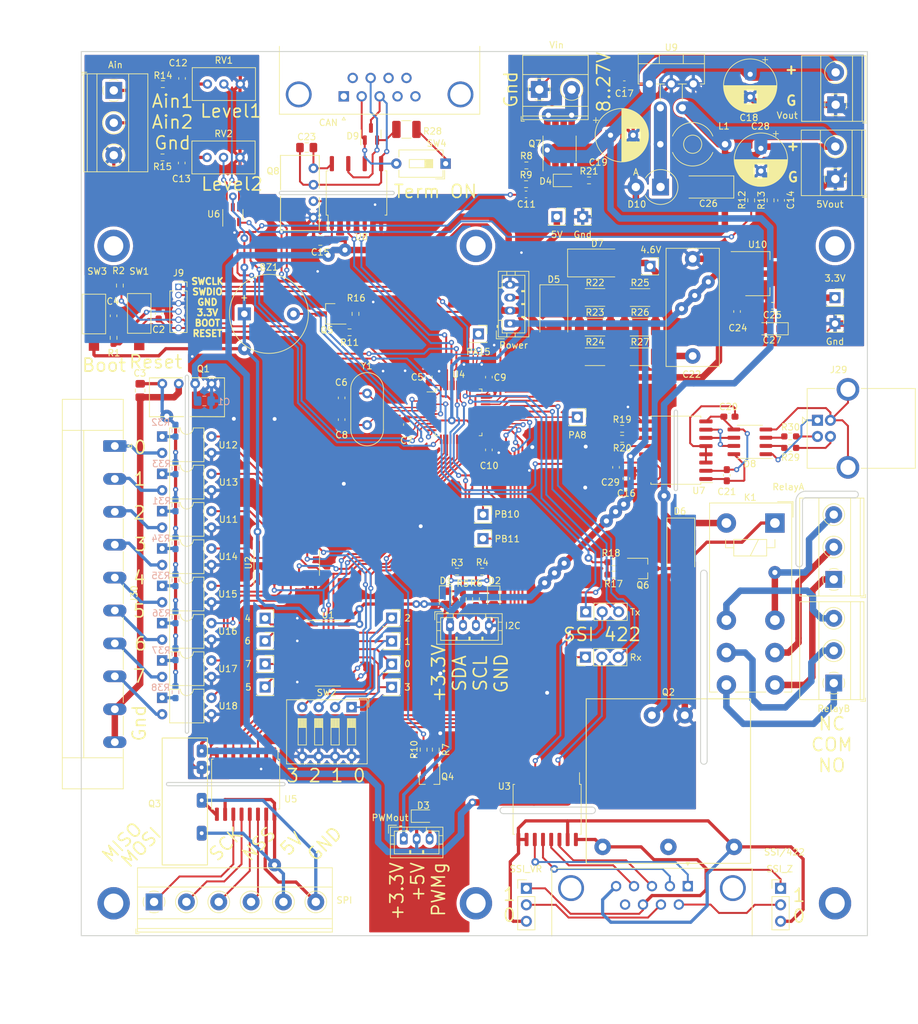
<source format=kicad_pcb>
(kicad_pcb (version 20211014) (generator pcbnew)
  (layers (0 "F.Cu" signal) (31 "B.Cu" signal) (34 "B.Paste" user) (35 "F.Paste" user) (36 "B.SilkS" user "B.Silkscreen") (37 "F.SilkS" user "F.Silkscreen") (38 "B.Mask" user) (39 "F.Mask" user) (44 "Edge.Cuts" user))
  (net 0 "")
  (net 1 "GND")
  (net 2 "+5V")
  (net 3 "/I2C1_SCL")
  (net 4 "/I2C1_SDA")
  (net 5 "/G1")
  (net 6 "/CANL")
  (net 7 "/CANH")
  (net 8 "Net-(J15-Pad1)")
  (net 9 "/Relay")
  (net 10 "/PWM")
  (net 11 "/CAN_Rx")
  (net 12 "/CAN_Tx")
  (net 13 "Net-(J1-Pad1)")
  (net 14 "Net-(J8-Pad1)")
  (net 15 "Net-(D6-Pad2)")
  (net 16 "Net-(J16-Pad1)")
  (net 17 "Net-(J17-Pad1)")
  (net 18 "Net-(R19-Pad1)")
  (net 19 "Net-(R31-Pad2)")
  (net 20 "Net-(Q4-Pad1)")
  (net 21 "/Buzzer")
  (net 22 "Net-(J18-Pad2)")
  (net 23 "Net-(J18-Pad1)")
  (net 24 "+3.3V")
  (net 25 "Net-(BZ1-Pad2)")
  (net 26 "/rst")
  (net 27 "/E5")
  (net 28 "/Egnd")
  (net 29 "/AIN0")
  (net 30 "Net-(C12-Pad2)")
  (net 31 "Net-(C13-Pad2)")
  (net 32 "+24V")
  (net 33 "Net-(C22-Pad1)")
  (net 34 "Net-(D4-Pad2)")
  (net 35 "/4.6V")
  (net 36 "Net-(D8-Pad1)")
  (net 37 "Net-(D8-Pad2)")
  (net 38 "Net-(D8-Pad3)")
  (net 39 "Net-(D8-Pad4)")
  (net 40 "Net-(C20-Pad2)")
  (net 41 "Net-(D8-Pad6)")
  (net 42 "Net-(D8-Pad7)")
  (net 43 "Net-(C21-Pad1)")
  (net 44 "GND1")
  (net 45 "Net-(D10-Pad1)")
  (net 46 "Net-(J2-Pad1)")
  (net 47 "Net-(J3-Pad1)")
  (net 48 "Net-(J4-Pad1)")
  (net 49 "Net-(J5-Pad1)")
  (net 50 "Net-(J6-Pad1)")
  (net 51 "Net-(J7-Pad1)")
  (net 52 "/boot")
  (net 53 "/SWCLK")
  (net 54 "/SWDIO")
  (net 55 "Net-(J18-Pad3)")
  (net 56 "Net-(J18-Pad4)")
  (net 57 "GND2")
  (net 58 "/SSI_Z")
  (net 59 "/SSI_VR")
  (net 60 "Net-(J18-Pad8)")
  (net 62 "Net-(J19-Pad2)")
  (net 63 "Net-(J19-Pad3)")
  (net 64 "Net-(J20-Pad1)")
  (net 65 "Net-(J20-Pad2)")
  (net 66 "Net-(J20-Pad3)")
  (net 67 "Net-(J20-Pad4)")
  (net 68 "Net-(J20-Pad5)")
  (net 69 "Net-(J21-Pad1)")
  (net 70 "Net-(J21-Pad2)")
  (net 71 "Net-(J23-Pad2)")
  (net 78 "Net-(J29-Pad2)")
  (net 79 "Net-(J29-Pad3)")
  (net 80 "Net-(J38-Pad1)")
  (net 81 "/SPI1_SCK")
  (net 82 "/Tx422")
  (net 83 "/USART1Tx")
  (net 84 "/SPI1_MISO")
  (net 85 "/Rx422")
  (net 86 "/USART1Rx")
  (net 91 "Net-(Q5-Pad1)")
  (net 92 "Net-(Q6-Pad1)")
  (net 93 "Net-(C23-Pad1)")
  (net 94 "/AIN1")
  (net 95 "Net-(R20-Pad1)")
  (net 96 "/usbDM")
  (net 97 "Net-(R22-Pad2)")
  (net 98 "Net-(R32-Pad2)")
  (net 99 "Net-(R33-Pad2)")
  (net 100 "Net-(R34-Pad2)")
  (net 101 "Net-(R35-Pad2)")
  (net 102 "Net-(R36-Pad2)")
  (net 103 "Net-(R37-Pad2)")
  (net 104 "Net-(R38-Pad2)")
  (net 105 "/AIN2")
  (net 106 "/AIN3")
  (net 107 "Net-(R28-Pad2)")
  (net 108 "/DIN")
  (net 109 "/DEN0")
  (net 110 "/Addr2")
  (net 111 "/Addr1")
  (net 112 "/Addr0")
  (net 113 "/Optocouple4/In")
  (net 114 "/Optocouple6/In")
  (net 115 "/Optocouple7/In")
  (net 116 "/Optocouple5/In")
  (net 117 "/DEN1")
  (net 118 "/Optocouple3/In")
  (net 119 "/Optocouple1/In")
  (net 120 "/Optocouple2/In")
  (net 121 "/Optocouple/In")
  (net 122 "/USBpullup")
  (net 123 "/SPI2_NSS")
  (net 124 "/SPI2_SCK")
  (net 125 "/SPI2_MISO")
  (net 126 "/SPI2_MOSI")
  (net 127 "/usbDP")
  (net 128 "Net-(C20-Pad1)")
  (net 129 "/Optocouple1/EXTi")
  (net 130 "/Optocouple2/EXTi")
  (net 131 "/Optocouple/EXTi")
  (net 132 "/Optocouple3/EXTi")
  (net 133 "/Optocouple4/EXTi")
  (net 134 "/Optocouple5/EXTi")
  (net 135 "/Optocouple6/EXTi")
  (net 136 "/Optocouple7/EXTi")
  (net 137 "/OSCIN")
  (net 138 "/OSCOUT")
  (net 142 "Net-(J9-Pad4)")
  (net 143 "/NO2")
  (net 144 "/COM2")
  (net 145 "/NC2")
  (net 146 "Net-(J20-Pad6)")
  (net 147 "/NO1")
  (net 148 "/COM1")
  (net 149 "/NC1")
  (footprint "Capacitor_SMD:C_0603_1608Metric_Pad1.08x0.95mm_HandSolder" (layer "F.Cu") (at 97.4325 24.5385 180)
    (fp_text reference "C17")
    (fp_text value "0.1")
  )
  (footprint "Package_TO_SOT_SMD:SOT-23_Handsoldering" (layer "F.Cu") (at 100.3032 99.314)
    (fp_text reference "Q6")
    (fp_text value "SI2308")
  )
  (footprint "Capacitor_SMD:C_0603_1608Metric_Pad1.08x0.95mm_HandSolder" (layer "F.Cu") (at 121.666 42.4688 90)
    (fp_text reference "C14")
    (fp_text value "0.1")
  )
  (footprint "Package_TO_SOT_SMD:SOT-223-3_TabPin2" (layer "F.Cu") (at 118.033 53.793)
    (fp_text reference "U10")
    (fp_text value "LM1117-3.3")
  )
  (footprint "Resistor_SMD:R_0603_1608Metric_Pad0.98x0.95mm_HandSolder" (layer "F.Cu") (at 68.294 127.2807 90)
    (fp_text reference "R7")
    (fp_text value "330")
  )
  (footprint "Resistor_SMD:R_0603_1608Metric_Pad0.98x0.95mm_HandSolder" (layer "F.Cu") (at 18.4912 63.7013 90)
    (fp_text reference "R1")
    (fp_text value "22")
  )
  (footprint "Resistor_SMD:R_2010_5025Metric_Pad1.40x2.65mm_HandSolder" (layer "F.Cu") (at 92.9 62.048)
    (fp_text reference "R23")
    (fp_text value "7.5")
  )
  (footprint "Resistor_SMD:R_1210_3225Metric_Pad1.30x2.65mm_HandSolder" (layer "F.Cu") (at 63.7546 31.5214)
    (fp_text reference "R28")
    (fp_text value "120")
  )
  (footprint "Capacitor_SMD:C_0805_2012Metric_Pad1.18x1.45mm_HandSolder" (layer "F.Cu") (at 22.606 71.8312 -90)
    (fp_text reference "C3")
    (fp_text value "1u")
  )
  (footprint "Button_Switch_SMD:SW_SPST_FSMSM" (layer "F.Cu") (at 15.458 60.0204 -90)
    (fp_text reference "SW3")
    (fp_text value "SW_Push")
  )
  (footprint "Package_DIP:DIP-4_W7.62mm" (layer "F.Cu") (at 26 113.511428)
    (fp_text reference "U17")
    (fp_text value "PC817")
  )
  (footprint "TerminalBlock_Phoenix:TerminalBlock_Phoenix_MKDS-1,5-2_1x02_P5.00mm_Horizontal" (layer "F.Cu") (at 130.047 39.1835 90)
    (fp_text reference "J27" hide)
    (fp_text value "5Vout")
  )
  (footprint "Capacitor_THT:CP_Radial_D8.0mm_P3.50mm" (layer "F.Cu") (at 95.298349 32.4125)
    (fp_text reference "C19")
    (fp_text value "100u 35V")
  )
  (footprint "Capacitor_THT:CP_Radial_D8.0mm_P3.50mm" (layer "F.Cu") (at 118.541 34.4445 -90)
    (fp_text reference "C28")
    (fp_text value "100u 16V")
  )
  (footprint "Connector_PinHeader_2.54mm:PinHeader_1x03_P2.54mm_Vertical" (layer "F.Cu") (at 121.5834 148.6957)
    (fp_text reference "JP4" hide)
    (fp_text value "SSI_Z")
  )
  (footprint "Connector_PinSocket_2.54mm:PinSocket_1x01_P2.54mm_Vertical" (layer "F.Cu") (at 75.5904 94.6912)
    (fp_text reference "J16" hide)
    (fp_text value "PB11")
  )
  (footprint "Connector_PinSocket_2.54mm:PinSocket_1x01_P2.54mm_Vertical" (layer "F.Cu") (at 130 57.5)
    (fp_text reference "TP4" hide)
    (fp_text value "3.3V")
  )
  (footprint "my_footprints:Hole_3mm" (layer "F.Cu") (at 18.5 151)
    (fp_text reference "P3" hide)
    (fp_text value "Hole" hide)
  )
  (footprint "Diode_SMD:D_0805_2012Metric_Pad1.15x1.40mm_HandSolder" (layer "F.Cu") (at 66.3636 137.5404)
    (fp_text reference "D3")
    (fp_text value "D")
  )
  (footprint "Capacitor_SMD:C_0603_1608Metric_Pad1.08x0.95mm_HandSolder" (layer "F.Cu") (at 29.0782 23.6499 -90)
    (fp_text reference "C12")
    (fp_text value "0.1")
  )
  (footprint "Capacitor_SMD:C_0603_1608Metric_Pad1.08x0.95mm_HandSolder" (layer "F.Cu") (at 114.858 59.635 -90)
    (fp_text reference "C24")
    (fp_text value "0.1")
  )
  (footprint "Button_Switch_THT:SW_DIP_SPSTx01_Slide_6.7x4.1mm_W7.62mm_P2.54mm_LowProfile" (layer "F.Cu") (at 69.8146 36.8046 180)
    (fp_text reference "SW4")
    (fp_text value "SW_DIP_x01")
  )
  (footprint "Capacitor_THT:C_Rect_L18.0mm_W8.0mm_P15.00mm_FKS3_FKP3" (layer "F.Cu") (at 108 66.5 90)
    (fp_text reference "C22")
    (fp_text value "1F")
  )
  (footprint "Connector_PinHeader_2.54mm:PinHeader_1x03_P2.54mm_Vertical" (layer "F.Cu") (at 91.42 113 90)
    (fp_text reference "JP2" hide)
    (fp_text value "Rx")
  )
  (footprint "Package_DIP:DIP-4_W7.62mm" (layer "F.Cu") (at 26 101.985714)
    (fp_text reference "U15")
    (fp_text value "PC817")
  )
  (footprint "TerminalBlock_Phoenix:TerminalBlock_Phoenix_MKDS-1,5-6_1x06_P5.00mm_Horizontal" (layer "F.Cu") (at 24.7496 150.7878)
    (fp_text reference "J20" hide)
    (fp_text value "SPI")
  )
  (footprint "Capacitor_SMD:C_0603_1608Metric_Pad1.08x0.95mm_HandSolder" (layer "F.Cu") (at 113.6775 75.8682 180)
    (fp_text reference "C20")
    (fp_text value "0.1")
  )
  (footprint "Connector_PinSocket_2.54mm:PinSocket_1x01_P2.54mm_Vertical" (layer "F.Cu") (at 130 61.5)
    (fp_text reference "TP2" hide)
    (fp_text value "Gnd")
  )
  (footprint "Resistor_SMD:R_0603_1608Metric_Pad0.98x0.95mm_HandSolder" (layer "F.Cu") (at 55.8824 59.9981 90)
    (fp_text reference "R16")
    (fp_text value "10k")
  )
  (footprint "Buzzer_Beeper:Buzzer_12x9.5RM7.6" (layer "F.Cu") (at 38.7 60)
    (fp_text reference "BZ1")
    (fp_text value "Buzzer 3.3V")
  )
  (footprint "Resistor_SMD:R_0603_1608Metric_Pad0.98x0.95mm_HandSolder" (layer "F.Cu") (at 66.4144 127.2807 -90)
    (fp_text reference "R10")
    (fp_text value "10k")
  )
  (footprint "my_footprints:Hole_3mm" (layer "F.Cu") (at 130 49.5)
    (fp_text reference "P5" hide)
    (fp_text value "Hole" hide)
  )
  (footprint "Connector_PinSocket_2.54mm:PinSocket_1x01_P2.54mm_Vertical" (layer "F.Cu") (at 75.5904 90.9828)
    (fp_text reference "J15" hide)
    (fp_text value "PB10")
  )
  (footprint "Resistor_SMD:R_2010_5025Metric_Pad1.40x2.65mm_HandSolder" (layer "F.Cu") (at 92.9 57.467)
    (fp_text reference "R22")
    (fp_text value "7.5")
  )
  (footprint "Resistor_SMD:R_0603_1608Metric_Pad0.98x0.95mm_HandSolder" (layer "F.Cu") (at 117.0432 42.468 -90)
    (fp_text reference "R12")
    (fp_text value "10k")
  )
  (footprint "Resistor_SMD:R_0603_1608Metric_Pad0.98x0.95mm_HandSolder" (layer "F.Cu") (at 26.0575 35.843 180)
    (fp_text reference "R15")
    (fp_text value "10k")
  )
  (footprint "Connector_Phoenix_MC_HighVoltage:PhoenixContact_MC_1,5_10-GF-5.08_1x10_P5.08mm_Horizontal_ThreadedFlange" (layer "F.Cu") (at 18.6834 80.398958 -90)
    (fp_text reference "J30")
    (fp_text value "EXT_IN")
  )
  (footprint "Connector_Dsub:DSUB-9_Female_Horizontal_P2.77x2.84mm_EdgePinOffset4.94mm_Housed_MountingHolesOffset7.48mm" (layer "F.Cu") (at 54.071 26.416 180)
    (fp_text reference "J28" hide)
    (fp_text value "CAN")
  )
  (footprint "my_footprints:VRB2405" (layer "F.Cu") (at 104.2416 132.1308)
    (fp_text reference "Q2")
    (fp_text value "VRB2405YMD")
  )
  (footprint "Capacitor_SMD:C_0603_1608Metric_Pad1.08x0.95mm_HandSolder" (layer "F.Cu") (at 53.7416 72.9736 -90)
    (fp_text reference "C6")
    (fp_text value "12")
  )
  (footprint "Resistor_SMD:R_0603_1608Metric_Pad0.98x0.95mm_HandSolder" (layer "F.Cu") (at 95.758 98.3488 180)
    (fp_text reference "R18")
    (fp_text value "330")
  )
  (footprint "Package_TO_SOT_SMD:SOT-23_Handsoldering" (layer "F.Cu") (at 52.0216 60 180)
    (fp_text reference "Q5")
    (fp_text value "SI2300")
  )
  (footprint "Resistor_SMD:R_0603_1608Metric_Pad0.98x0.95mm_HandSolder" (layer "F.Cu") (at 97.0921 77.7478 180)
    (fp_text reference "R19")
    (fp_text value "22")
  )
  (footprint "Crystal:Crystal_HC49-U_Vertical" (layer "F.Cu") (at 57.6786 72.2762 -90)
    (fp_text reference "Y1")
    (fp_text value "8MHz")
  )
  (footprint "Capacitor_SMD:C_0603_1608Metric_Pad1.08x0.95mm_HandSolder" (layer "F.Cu") (at 76.5 81 90)
    (fp_text reference "C10")
    (fp_text value "0.1")
  )
  (footprint "my_footprints:B0x0xS" (layer "F.Cu") (at 49.3848 41.333469 90)
    (fp_text reference "Q8")
    (fp_text value "B0505S-1W")
  )
  (footprint "Resistor_SMD:R_0603_1608Metric_Pad0.98x0.95mm_HandSolder" (layer "F.Cu") (at 95.7599 100.2538 180)
    (fp_text reference "R17")
    (fp_text value "10k")
  )
  (footprint "Resistor_SMD:R_0603_1608Metric_Pad0.98x0.95mm_HandSolder" (layer "F.Cu") (at 75.4719 99.795)
    (fp_text reference "R4")
    (fp_text value "4k7")
  )
  (footprint "my_footprints:Hole_3mm" (layer "F.Cu") (at 74.5 49.5)
    (fp_text reference "P6" hide)
    (fp_text value "Hole" hide)
  )
  (footprint "TerminalBlock_Phoenix:TerminalBlock_Phoenix_MKDS-1,5-3_1x03_P5.00mm_Horizontal" (layer "F.Cu") (at 129.805 101 90)
    (fp_text reference "J25" hide)
    (fp_text value "RelayA")
  )
  (footprint "Connector_PinSocket_2.54mm:PinSocket_1x01_P2.54mm_Vertical" (layer "F.Cu") (at 41.9142 106.9948)
    (fp_text reference "J3" hide)
    (fp_text value "4")
  )
  (footprint "Connector_PinSocket_2.54mm:PinSocket_1x01_P2.54mm_Vertical" (layer "F.Cu") (at 91 45)
    (fp_text reference "TP3" hide)
    (fp_text value "Gnd")
  )
  (footprint "Resistor_SMD:R_0603_1608Metric_Pad0.98x0.95mm_HandSolder" (layer "F.Cu") (at 72.4728 104.0603 90)
    (fp_text reference "R5")
    (fp_text value "100")
  )
  (footprint "Potentiometer_THT:Potentiometer_Bourns_3296W_Vertical" (layer "F.Cu") (at 38.0798 24.5146)
    (fp_text reference "RV1")
    (fp_text value "50k")
  )
  (footprint "Resistor_SMD:R_2010_5025Metric_Pad1.40x2.65mm_HandSolder" (layer "F.Cu") (at 92.9 66.62)
    (fp_text reference "R24")
    (fp_text value "7.5")
  )
  (footprint "Resistor_SMD:R_0603_1608Metric_Pad0.98x0.95mm_HandSolder" (layer "F.Cu") (at 123.0763 80.6942 180)
    (fp_text reference "R29")
    (fp_text value "22")
  )
  (footprint "Connector_JST:JST_PH_B4B-PH-K_1x04_P2.00mm_Vertical" (layer "F.Cu") (at 70.5 108.0994)
    (fp_text reference "J19" hide)
    (fp_text value "I2C")
  )
  (footprint "Package_SO:SOIC-16_3.9x9.9mm_P1.27mm" (layer "F.Cu") (at 45.2532 98.441486 90)
    (fp_text reference "U2")
    (fp_text value "74HC4051")
  )
  (footprint "Diode_SMD:D_0805_2012Metric_Pad1.15x1.40mm_HandSolder" (layer "F.Cu") (at 77.248 103.868 -90)
    (fp_text reference "D2")
    (fp_text value "CESD3V3")
  )
  (footprint "Package_SO:SOIC-16W_7.5x10.3mm_P1.27mm" (layer "F.Cu") (at 105.396 81.0498 180)
    (fp_text reference "U7")
    (fp_text value "ADUM4160")
  )
  (footprint "Package_SO:SOP-8_6.62x9.15mm_P2.54mm" (layer "F.Cu") (at 56.0396 41.333469 90)
    (fp_text reference "U8")
    (fp_text value "ISO1050DUB")
  )
  (footprint "Connector_PinSocket_2.54mm:PinSocket_1x01_P2.54mm_Vertical" (layer "F.Cu") (at 61.4722 114.0814)
    (fp_text reference "J1" hide)
    (fp_text value "0")
  )
  (footprint "Capacitor_SMD:C_0805_2012Metric_Pad1.18x1.45mm_HandSolder" (layer "F.Cu") (at 48.3395 34.323069 180)
    (fp_text reference "C23")
    (fp_text value "1u")
  )
  (footprint "Resistor_SMD:R_0603_1608Metric_Pad0.98x0.95mm_HandSolder" (layer "F.Cu") (at 71.5603 99.795 180)
    (fp_text reference "R3")
    (fp_text value "4k7")
  )
  (footprint "Resistor_SMD:R_0603_1608Metric_Pad0.98x0.95mm_HandSolder" (layer "F.Cu") (at 97.0921 79.2972 180)
    (fp_text reference "R20")
    (fp_text value "22")
  )
  (footprint "Connector_PinSocket_2.54mm:PinSocket_1x01_P2.54mm_Vertical" (layer "F.Cu") (at 61.4722 110.5254)
    (fp_text reference "J2" hide)
    (fp_text value "1")
  )
  (footprint "Capacitor_SMD:C_0603_1608Metric_Pad1.08x0.95mm_HandSolder" (layer "F.Cu") (at 113.27 84.9117 90)
    (fp_text reference "C21")
    (fp_text value "0.1")
  )
  (footprint "Connector_USB:USB_B_OST_USB-B1HSxx_Horizontal" (layer "F.Cu") (at 127.29 76.4292)
    (fp_text reference "J29")
    (fp_text value "USB_B")
  )
  (footprint "Relay_THT:Relay_DPDT_Finder_40.52" (layer "F.Cu") (at 120.7075 92.2925 -90)
    (fp_text reference "K1")
    (fp_text value "HF115F-024-2ZS4")
  )
  (footprint "Connector_PinSocket_2.54mm:PinSocket_1x01_P2.54mm_Vertical" (layer "F.Cu") (at 41.9142 110.5)
    (fp_text reference "J5" hide)
    (fp_text value "6")
  )
  (footprint "Connector_PinHeader_2.54mm:PinHeader_1x03_P2.54mm_Vertical" (layer "F.Cu") (at 82.2896 148.6957)
    (fp_text reference "JP3" hide)
    (fp_text value "SSI_VR")
  )
  (footprint "Package_DIP:DIP-4_W7.62mm" (layer "F.Cu") (at 26 96.222857)
    (fp_text reference "U14")
    (fp_text value "PC817")
  )
  (footprint "Resistor_SMD:R_0603_1608Metric_Pad0.98x0.95mm_HandSolder" (layer "F.Cu") (at 91.9745 39.3975)
    (fp_text reference "R21")
    (fp_text value "4k7")
  )
  (footprint "Capacitor_SMD:C_0603_1608Metric_Pad1.08x0.95mm_HandSolder" (layer "F.Cu") (at 29.0274 36.7055 90)
    (fp_text reference "C13")
    (fp_text value "0.1")
  )
  (footprint "Diode_THT:D_DO-201_P3.81mm_Vertical_AnodeUp" (layer "F.Cu") (at 103.027 40.4135 180)
    (fp_text reference "D10")
    (fp_text value "1N5822")
  )
  (footprint "Capacitor_SMD:C_0603_1608Metric_Pad1.08x0.95mm_HandSolder" (layer "F.Cu") (at 76.5 69.7732 -90)
    (fp_text reference "C9")
    (fp_text value "0.1")
  )
  (footprint "Button_Switch_SMD:SW_SPST_FSMSM" (layer "F.Cu") (at 22.458 59.9304 90)
    (fp_text reference "SW1")
    (fp_text value "SW_Push")
  )
  (footprint "Capacitor_SMD:C_0603_1608Metric_Pad1.08x0.95mm_HandSolder" (layer "F.Cu") (at 120.319 58.746 180)
    (fp_text reference "C25")
    (fp_text value "0.1")
  )
  (footprint "Package_SO:SOIC-16_3.9x9.9mm_P1.27mm" (layer "F.Cu") (at 51.627 112.395)
    (fp_text reference "U1")
    (fp_text value "74HC4051")
  )
  (footprint "Package_SO:SOIC-8_3.9x4.9mm_P1.27mm" (layer "F.Cu") (at 116.8402 79.7544 180)
    (fp_text reference "D8")
    (fp_text value "USB6B1")
  )
  (footprint "Capacitor_SMD:C_0603_1608Metric_Pad1.08x0.95mm_HandSolder" (layer "F.Cu") (at 63.8254 77.0895 -90)
    (fp_text reference "C7")
    (fp_text value "0.1")
  )
  (footprint "Connector_Dsub:DSUB-9_Female_Horizontal_P2.77x2.84mm_EdgePinOffset4.94mm_Housed_MountingHolesOffset7.48mm" (layer "F.Cu") (at 107.2452 148.358169)
    (fp_text reference "J18" hide)
    (fp_text value "SSI/422")
  )
  (footprint "Resistor_SMD:R_0603_1608Metric_Pad0.98x0.95mm_HandSolder" (layer "F.Cu") (at 82.296 37.084 180)
    (fp_text reference "R8")
    (fp_text value "91k")
  )
  (footprint "Capacitor_SMD:C_0805_2012Metric_Pad1.18x1.45mm_HandSolder" (layer "F.Cu") (at 50.4477 48.674069 180)
    (fp_text reference "C15")
    (fp_text value "1u")
  )
  (footprint "Potentiometer_THT:Potentiometer_Bourns_3296W_Vertical" (layer "F.Cu") (at 38.029 35.843)
    (fp_text reference "RV2")
    (fp_text value "50k")
  )
  (footprint "Connector_PinSocket_2.54mm:PinSocket_1x01_P2.54mm_Vertical" (layer "F.Cu") (at 61.4722 117.6374)
    (fp_text reference "J8" hide)
    (fp_text value "3")
  )
  (footprint "Connector_PinSocket_2.54mm:PinSocket_1x01_P2.54mm_Vertical" (layer "F.Cu") (at 74.8792 63.0936)
    (fp_text reference "J17" hide)
    (fp_text value "PA15")
  )
  (footprint "Capacitor_SMD:C_0603_1608Metric_Pad1.08x0.95mm_HandSolder" (layer "F.Cu") (at 97.7506 85.4175 90)
    (fp_text reference "C16")
    (fp_text value "0.1")
  )
  (footprint "Resistor_SMD:R_0603_1608Metric_Pad0.98x0.95mm_HandSolder" (layer "F.Cu") (at 123.0725 78.9162 180)
    (fp_text reference "R30")
    (fp_text value "22")
  )
  (footprint "Resistor_SMD:R_0603_1608Metric_Pad0.98x0.95mm_HandSolder" (layer "F.Cu") (at 19.4652 55.6279 90)
    (fp_text reference "R2")
    (fp_text value "10k")
  )
  (footprint "Package_SO:SOIC-16W_7.5x10.3mm_P1.27mm" (layer "F.Cu") (at 38.9076 132.6014 -90)
    (fp_text reference "U5")
    (fp_text value "ISO7241C")
  )
  (footprint "TerminalBlock_Phoenix:TerminalBlock_Phoenix_MKDS-1,5-3_1x03_P5.00mm_Horizontal" (layer "F.Cu") (at 18.526 25.5 -90)
    (fp_text reference "J21" hide)
    (fp_text value "Ain")
  )
  (footprint "Connector_PinSocket_1.27mm:PinSocket_1x06_P1.27mm_Vertical" (layer "F.Cu") (at 28.525 55.825)
    (fp_text reference "J9")
    (fp_text value "PROG")
  )
  (footprint "Package_DIP:DIP-4_W7.62mm" (layer "F.Cu") (at 26 107.748571)
    (fp_text reference "U16")
    (fp_text value "PC817")
  )
  (footprint "Capacitor_THT:CP_Radial_D8.0mm_P3.50mm" (layer "F.Cu") (at 116.89 23.012849 -90)
    (fp_text reference "C18")
    (fp_text value "100u 35V")
  )
  (footprint "my_footprints:B0x0xS" (layer "F.Cu") (at 29.8354 70.780886 180)
    (fp_text reference "Q1")
    (fp_text value "B0505S-1W")
  )
  (footprint "Package_DIP:DIP-4_W7.62mm" (layer "F.Cu") (at 26 84.697143)
    (fp_text reference "U13")
    (fp_text value "PC817")
  )
  (footprint "Capacitor_SMD:C_0603_1608Metric_Pad1.08x0.95mm_HandSolder" (layer "F.Cu") (at 96.1504 83.6914 -90)
    (fp_text reference "C29")
    (fp_text value "0.1")
  )
  (footprint "Connector_JST:JST_PH_B3B-PH-K_1x03_P2.00mm_Vertical" (layer "F.Cu") (at 63.3386 141.059)
    (fp_text reference "J22" hide)
    (fp_text value "PWMout")
  )
  (footprint "Button_Switch_THT:SW_DIP_SPSTx04_Slide_9.78x12.34mm_W7.62mm_P2.54mm" (layer "F.Cu") (at 55.2746 120.7179 -90)
    (fp_text reference "SW2")
    (fp_text value "SW_DIP_x04")
  )
  (footprint "Package_TO_SOT_SMD:SOT-23" (layer "F.Cu") (at 58.2748 32.240269 90)
    (fp_text reference "D9")
    (fp_text value "PESD1CAN")
  )
  (footprint "Package_DIP:DIP-4_W7.62mm" (layer "F.Cu") (at 26 90.46)
    (fp_text reference "U11")
    (fp_text value "PC817")
  )
  (footprint "Capacitor_SMD:C_0603_1608Metric_Pad1.08x0.95mm_HandSolder" (layer "F.Cu") (at 67.2036 69.7213 -90)
    (fp_text reference "C5")
    (fp_text value "0.1")
  )
  (footprint "Diode_SMD:D_SMA-SMB_Universal_Handsoldering" (layer "F.Cu") (at 106.172 96.372 -90)
    (fp_text reference "D6")
    (fp_text value "SS14")
  )
  (footprint "Connector_PinSocket_2.54mm:PinSocket_1x01_P2.54mm_Vertical" (layer "F.Cu") (at 101.396 52.65)
    (fp_text reference "TP1" hide)
    (fp_text value "4.6V")
  )
  (footprint "my_footprints:Hole_3mm" (layer "F.Cu") (at 74.5 151)
    (fp_text reference "P1" hide)
    (fp_text value "Hole" hide)
  )
  (footprint "Connector_JST:JST_PH_B4B-PH-K_1x04_P2.00mm_Vertical" (layer "F.Cu") (at 79.764 61.492 90)
    (fp_text reference "J24" hide)
    (fp_text value "Power")
  )
  (footprint "Resistor_SMD:R_0603_1608Metric_Pad0.98x0.95mm_HandSolder" (layer "F.Cu") (at 82.2471 39.9796)
    (fp_text reference "R9")
    (fp_text value "10k")
  )
  (footprint "Capacitor_SMD:C_0603_1608Metric_Pad1.08x0.95mm_HandSolder" (layer "F.Cu") (at 18.4912 60.3007 -90)
    (fp_text reference "C4")
    (fp_text value "0.1")
  )
  (footprint "Capacitor_SMD:C_0603_1608Metric_Pad1.08x0.95mm_HandSolder" (layer "F.Cu") (at 82.2452 41.5544)
    (fp_text reference "C11")
    (fp_text value "0.1")
  )
  (footprint "my_footprints:Hole_3mm" (layer "F.Cu") (at 18.5 49.5)
    (fp_text reference "P4" hide)
    (fp_text value "Hole" hide)
  )
  (footprint "Package_TO_SOT_SMD:SOT-23_Handsoldering" (layer "F.Cu") (at 67.3288 131.8748 -90)
    (fp_text reference "Q4")
    (fp_text value "SI2300")
  )
  (footprint "Diode_SMD:D_SMB_Handsoldering" (layer "F.Cu") (at 93.268 52.142)
    (fp_text reference "D7")
    (fp_text value "MBRS130L")
  )
  (footprint "Package_DIP:DIP-4_W7.62mm" (layer "F.Cu") (at 26 119.274286)
    (fp_text reference "U18")
    (fp_text value "PC817")
  )
  (footprint "Connector_PinSocket_2.54mm:PinSocket_1x01_P2.54mm_Vertical" (layer "F.Cu") (at 87 45)
    (fp_text reference "TP5" hide)
    (fp_text value "5V")
  )
  (footprint "Capacitor_Tantalum_SMD:CP_EIA-6032-28_Kemet-C_Pad2.25x2.35mm_HandSolder" (layer "F.Cu") (at 110.423 40.4135 180)
    (fp_text reference "C26")
    (fp_text value "47u 10V")
  )
  (footprint "Inductor_THT:L_Toroid_Horizontal_D6.5mm_P10.00mm_Diameter7-5mm_Amidon-T25" (layer "F.Cu") (at 113 33.8095 180)
    (fp_text reference "L1")
    (fp_text value "100u")
  )
  (footprint "Connector_PinHeader_2.54mm:PinHeader_1x03_P2.54mm_Vertical" (layer "F.Cu") (at 91.475 106 90)
    (fp_text reference "JP1" hide)
    (fp_text value "Tx")
  )
  (footprint "Resistor_SMD:R_2010_5025Metric_Pad1.40x2.65mm_HandSolder" (layer "F.Cu") (at 99.859 66.62)
    (fp_text reference "R27")
    (fp_text value "7.5")
  )
  (footprint "Resistor_SMD:R_0603_1608Metric_Pad0.98x0.95mm_HandSolder" (layer "F.Cu") (at 54.9699 62.8448)
    (fp_text reference "R11")
    (fp_text value "330")
  )
  (footprint "TerminalBlock_Phoenix:TerminalBlock_Phoenix_MKDS-1,5-2_1x02_P5.00mm_Horizontal" (layer "F.Cu") (at 130.098 27.7135 90)
    (fp_text reference "J26" hide)
    (fp_text value "Vout")
  )
  (footprint "Resistor_SMD:R_0603_1608Metric_Pad0.98x0.95mm_HandSolder" (layer "F.Cu") (at 74.5048 104.0622 90)
    (fp_text reference "R6")
    (fp_text value "100")
  )
  (footprint "Capacitor_Tantalum_SMD:CP_EIA-3216-18_Kemet-A_Pad1.58x1.35mm_HandSolder" (layer "F.Cu") (at 120.2785 62.302 180)
    (fp_text reference "C27")
    (fp_text value "47u 6V")
  )
  (footprint "Resistor_SMD:R_0603_1608Metric_Pad0.98x0.95mm_HandSolder" (layer "F.Cu") (at 26.1045 24.54 180)
    (fp_text reference "R14")
    (fp_text value "10k")
  )
  (footprint "Connector_PinSocket_2.54mm:PinSocket_1x01_P2.54mm_Vertical" (layer "F.Cu") (at 41.9142 117.612)
    (fp_text reference "J4" hide)
    (fp_text value "5")
  )
  (footprint "Package_QFP:LQFP-48_7x7mm_P0.5mm" (layer "F.Cu") (at 71.8264 75.2088)
    (fp_text reference "U4")
    (fp_text value "STM32F072C8Tx")
  )
  (footprint "Connector_PinSocket_2.54mm:PinSocket_1x01_P2.54mm_Vertical" (layer "F.Cu") (at 41.9142 114.056)
    (fp_text reference "J6" hide)
    (fp_text value "7")
  )
  (footprint "my_footprints:B0505S-2W" (layer "F.Cu") (at 32.1056 127.4804 -90)
    (fp_text reference "Q3")
    (fp_text value "B0505S-2W")
  )
  (footprint "Package_TO_SOT_THT:TO-220-5_P3.4x3.7mm_StaggerEven_Lead3.8mm_Vertical" (layer "F.Cu") (at 101.298 24.4885)
    (fp_text reference "U9")
    (fp_text value "LM2576-5.0")
  )
  (footprint "Connector_PinSocket_2.54mm:PinSocket_1x01_P2.54mm_Vertical" (layer "F.Cu") (at 61.4722 106.9694)
    (fp_text reference "J7" hide)
    (fp_text value "2")
  )
  (footprint "Resistor_SMD:R_2010_5025Metric_Pad1.40x2.65mm_HandSolder" (layer "F.Cu") (at 99.859 62.048)
    (fp_text reference "R26")
    (fp_text value "7.5")
  )
  (footprint "Package_TO_SOT_SMD:SOT-23-6" (layer "F.Cu") (at 36.9316 44.6731 90)
    (fp_text reference "U6")
    (fp_text value "IP4220CZ6")
  )
  (footprint "Package_DIP:DIP-4_W7.62mm" (layer "F.Cu") (at 26 78.934286)
    (fp_text reference "U12")
    (fp_text value "PC817")
  )
  (footprint "Package_SO:SOIC-16W_7.5x10.3mm_P1.27mm" (layer "F.Cu") (at 85.5 136.5 -90)
    (fp_text reference "U3")
    (fp_text value "ISO3086")
  )
  (footprint "my_footprints:Hole_3mm" (layer "F.Cu") (at 130 151)
    (fp_text reference "P2" hide)
    (fp_text value "Hole" hide)
  )
  (footprint "TerminalBlock_Phoenix:TerminalBlock_Phoenix_MKDS-1,5-2_1x02_P5.00mm_Horizontal" (layer "F.Cu") (at 84.291 25.3515)
    (fp_text reference "J23" hide)
    (fp_text value "Vin")
  )
  (footprint "Diode_SMD:D_0805_2012Metric_Pad1.15x1.40mm_HandSolder" (layer "F.Cu") (at 69.8058 103.8426 -90)
    (fp_text reference "D1")
    (fp_text value "CESD3V3")
  )
  (footprint "TerminalBlock_Phoenix:TerminalBlock_Phoenix_MKDS-1,5-3_1x03_P5.00mm_Horizontal" (layer "F.Cu") (at 129.805 117 90)
    (fp_text reference "J10" hide)
    (fp_text value "RelayB")
  )
  (footprint "Resistor_SMD:R_2010_5025Metric_Pad1.40x2.65mm_HandSolder" (layer "F.Cu") (at 99.859 57.476)
    (fp_text reference "R25")
    (fp_text value "7.5")
  )
  (footprint "Diode_SMD:D_0805_2012Metric_Pad1.15x1.40mm_HandSolder" (layer "F.Cu") (at 88.315 39.3975)
    (fp_text reference "D4")
    (fp_text value "MM3Z7V5")
  )
  (footprint "Resistor_SMD:R_0603_1608Metric_Pad0.98x0.95mm_HandSolder" (layer "F.Cu") (at 120.0404 42.468 90)
    (fp_text reference "R13")
    (fp_text value "10k")
  )
  (footprint "Package_SO:SO-8_3.9x4.9mm_P1.27mm" (layer "F.Cu") (at 87.426 34.4795 90)
    (fp_text reference "Q7")
    (fp_text value "IRF9310")
  )
  (footprint "Capacitor_SMD:C_0603_1608Metric_Pad1.08x0.95mm_HandSolder" (layer "F.Cu") (at 53.7416 76.3264 90)
    (fp_text reference "C8")
    (fp_text value "12")
  )
  (footprint "Capacitor_SMD:C_0603_1608Metric_Pad1.08x0.95mm_HandSolder" (layer "F.Cu") (at 25.4596 59.9304 90)
    (fp_text reference "C2")
    (fp_text value "0.1")
  )
  (footprint "Connector_PinSocket_2.54mm:PinSocket_1x01_P2.54mm_Vertical" (layer "F.Cu") (at 90.17 75.946)
    (fp_text reference "J38" hide)
    (fp_text value "PA8")
  )
  (footprint "Diode_SMD:D_SMB_Handsoldering" (layer "F.Cu") (at 86.537 60.11 -90)
    (fp_text reference "D5")
    (fp_text value "MBRS130L")
  )
  (footprint "Resistor_SMD:R_0603_1608Metric_Pad0.98x0.95mm_HandSolder" (layer "B.Cu") (at 28.0574 106.848886 -90)
    (fp_text reference "R36")
    (fp_text value "360")
  )
  (footprint "Resistor_SMD:R_0603_1608Metric_Pad0.98x0.95mm_HandSolder" (layer "B.Cu") (at 28.0574 78.043386 -90)
    (fp_text reference "R32")
    (fp_text value "360")
  )
  (footprint "Capacitor_SMD:C_0805_2012Metric_Pad1.18x1.45mm_HandSolder" (layer "B.Cu") (at 32.5239 73.447886)
    (fp_text reference "C1")
    (fp_text value "1u")
  )
  (footprint "Resistor_SMD:R_0603_1608Metric_Pad0.98x0.95mm_HandSolder" (layer "B.Cu") (at 28.0574 101.110386 -90)
    (fp_text reference "R35")
    (fp_text value "360")
  )
  (footprint "Resistor_SMD:R_0603_1608Metric_Pad0.98x0.95mm_HandSolder" (layer "B.Cu") (at 28.0574 112.540386 -90)
    (fp_text reference "R37")
    (fp_text value "360")
  )
  (footprint "Resistor_SMD:R_0603_1608Metric_Pad0.98x0.95mm_HandSolder" (layer "B.Cu") (at 28.0574 118.405886 -90)
    (fp_text reference "R38")
    (fp_text value "360")
  )
  (footprint "Resistor_SMD:R_0603_1608Metric_Pad0.98x0.95mm_HandSolder" (layer "B.Cu") (at 28.0574 83.838386 -90)
    (fp_text reference "R33")
    (fp_text value "360")
  )
  (footprint "Resistor_SMD:R_0603_1608Metric_Pad0.98x0.95mm_HandSolder" (layer "B.Cu") (at 28.0574 95.395386 -90)
    (fp_text reference "R34")
    (fp_text value "360")
  )
  (footprint "Resistor_SMD:R_0603_1608Metric_Pad0.98x0.95mm_HandSolder" (layer "B.Cu") (at 28.0574 89.553386 -90)
    (fp_text reference "R31")
    (fp_text value "360")
  )
  (gr_line (start 29.5814 69.714086) (end 29.5814 124.501886) (layer "Edge.Cuts") (width 0.15))
  (gr_arc (start 92.456 136.144) (mid 92.964 136.652) (end 92.456 137.16) (layer "Edge.Cuts") (width 0.15))
  (gr_line (start 30.0894 69.714086) (end 30.0894 124.501886) (layer "Edge.Cuts") (width 0.15))
  (gr_arc (start 124.968 98.552) (mid 124.46 99.06) (end 123.952 98.552) (layer "Edge.Cuts") (width 0.15))
  (gr_arc (start 44.3556 41.587469) (mid 44.1016 41.333469) (end 44.3556 41.079469) (layer "Edge.Cuts") (width 0.15))
  (gr_arc (start 26.9188 132.8554) (mid 26.6648 132.6014) (end 26.9188 132.3474) (layer "Edge.Cuts") (width 0.15))
  (gr_arc (start 61.6276 41.079469) (mid 61.8816 41.333469) (end 61.6276 41.587469) (layer "Edge.Cuts") (width 0.15))
  (gr_arc (start 105.142 75.1062) (mid 105.396 74.8522) (end 105.65 75.1062) (layer "Edge.Cuts") (width 0.15))
  (gr_line (start 13.5 19.5) (end 13.5 156) (layer "Edge.Cuts") (width 0.15))
  (gr_arc (start 110.236 129.032) (mid 109.728 129.54) (end 109.22 129.032) (layer "Edge.Cuts") (width 0.15))
  (gr_line (start 133.096 88.392) (end 125.476 88.392) (layer "Edge.Cuts") (width 0.15))
  (gr_line (start 13.5 156) (end 135 156) (layer "Edge.Cuts") (width 0.15))
  (gr_line (start 105.65 87.0442) (end 105.65 75.1062) (layer "Edge.Cuts") (width 0.15))
  (gr_arc (start 133.096 87.376) (mid 133.604 87.884) (end 133.096 88.392) (layer "Edge.Cuts") (width 0.15))
  (gr_line (start 123.952 88.9) (end 123.952 98.552) (layer "Edge.Cuts") (width 0.15))
  (gr_line (start 26.9188 132.8554) (end 44.7496 132.8554) (layer "Edge.Cuts") (width 0.15))
  (gr_arc (start 124.968 88.9) (mid 125.11679 88.54079) (end 125.476 88.392) (layer "Edge.Cuts") (width 0.15))
  (gr_arc (start 78.74 137.16) (mid 78.232 136.652) (end 78.74 136.144) (layer "Edge.Cuts") (width 0.15))
  (gr_line (start 92.456 137.16) (end 78.74 137.16) (layer "Edge.Cuts") (width 0.15))
  (gr_line (start 109.22 100.076) (end 109.22 129.032) (layer "Edge.Cuts") (width 0.15))
  (gr_arc (start 30.0894 124.501886) (mid 29.8354 124.755886) (end 29.5814 124.501886) (layer "Edge.Cuts") (width 0.15))
  (gr_line (start 44.7496 132.3474) (end 26.9188 132.3474) (layer "Edge.Cuts") (width 0.15))
  (gr_line (start 133.096 87.376) (end 125.476 87.376) (layer "Edge.Cuts") (width 0.15))
  (gr_arc (start 44.7496 132.3474) (mid 45.0036 132.6014) (end 44.7496 132.8554) (layer "Edge.Cuts") (width 0.15))
  (gr_line (start 44.3556 41.079469) (end 61.6276 41.079469) (layer "Edge.Cuts") (width 0.15))
  (gr_line (start 78.74 136.144) (end 92.456 136.144) (layer "Edge.Cuts") (width 0.15))
  (gr_line (start 105.142 75.1062) (end 105.142 87.0442) (layer "Edge.Cuts") (width 0.15))
  (gr_arc (start 123.952 88.9) (mid 124.398369 87.822369) (end 125.476 87.376) (layer "Edge.Cuts") (width 0.15))
  (gr_line (start 110.236 129.032) (end 110.236 100.076) (layer "Edge.Cuts") (width 0.15))
  (gr_arc (start 29.5814 69.714086) (mid 29.8354 69.460086) (end 30.0894 69.714086) (layer "Edge.Cuts") (width 0.15))
  (gr_arc (start 105.65 87.0442) (mid 105.396 87.2982) (end 105.142 87.0442) (layer "Edge.Cuts") (width 0.15))
  (gr_line (start 135 19.5) (end 135 156) (layer "Edge.Cuts") (width 0.15))
  (gr_line (start 13.5 19.5) (end 135 19.5) (layer "Edge.Cuts") (width 0.15))
  (gr_line (start 124.968 88.9) (end 124.968 98.552) (layer "Edge.Cuts") (width 0.15))
  (gr_arc (start 109.22 100.076) (mid 109.728 99.568) (end 110.236 100.076) (layer "Edge.Cuts") (width 0.15))
  (gr_line (start 44.3556 41.587469) (end 61.6276 41.587469) (layer "Edge.Cuts") (width 0.15))
  (gr_text "SCK" (at 35.8748 141.847 45) (layer "F.SilkS") (effects (font (size 2 2) (thickness 0.25))))
  (gr_text "1\n0" (at 124.4282 151.3731) (layer "F.SilkS") (effects (font (size 2 2) (thickness 0.25))))
  (gr_text "+\n\nG" (at 123.494 36.4765) (layer "F.SilkS") (effects (font (size 1.5 1.5) (thickness 0.3))))
  (gr_text "6" (at 22.6568 110.9472) (layer "F.SilkS") (effects (font (size 2 2) (thickness 0.25))))
  (gr_text "Ain1\nAin2\nGnd" (at 27.605 30.382) (layer "F.SilkS") (effects (font (size 2 2) (thickness 0.25))))
  (gr_text "0" (at 22.606 80.6196) (layer "F.SilkS") (effects (font (size 2 2) (thickness 0.25))))
  (gr_text "Level2" (at 36.7998 39.9578) (layer "F.SilkS") (effects (font (size 2 2) (thickness 0.25))))
  (gr_text "3 2 1 0" (at 51.3222 131.2926) (layer "F.SilkS") (effects (font (size 2 2) (thickness 0.25))))
  (gr_text "2" (at 22.5044 90.7288) (layer "F.SilkS") (effects (font (size 2 2) (thickness 0.25))))
  (gr_text "+\n\nG" (at 123.24 24.6655) (layer "F.SilkS") (effects (font (size 1.5 1.5) (thickness 0.3))))
  (gr_text "+3.3V\n+5V\nPWMg" (at 65.5 144.5 90) (layer "F.SilkS") (effects (font (size 2 2) (thickness 0.25)) (justify right)))
  (gr_text "SSI 422" (at 94 109.5) (layer "F.SilkS") (effects (font (size 2 2) (thickness 0.25))))
  (gr_text "+3.3V\nSDA\nSCL\nGND" (at 73.565 115.5176 90) (layer "F.SilkS") (effects (font (size 2 2) (thickness 0.25))))
  (gr_text "4" (at 22.5044 100.7364) (layer "F.SilkS") (effects (font (size 2 2) (thickness 0.25))))
  (gr_text "5" (at 22.4536 105.8672) (layer "F.SilkS") (effects (font (size 2 2) (thickness 0.25))))
  (gr_text "Level1" (at 36.6474 28.6802) (layer "F.SilkS") (effects (font (size 2 2) (thickness 0.25))))
  (gr_text "SWCLK\nSWDIO\nGND\n3.3V\nBOOT\nRESET" (at 33 59) (layer "F.SilkS") (effects (font (size 1 1) (thickness 0.25))))
  (gr_text "Reset" (at 24.9936 67.4116) (layer "F.SilkS") (effects (font (size 2 2) (thickness 0.25))))
  (gr_text "NC\nCOM\nNO" (at 129.5 126.5) (layer "F.SilkS") (effects (font (size 2 2) (thickness 0.25))))
  (gr_text "Boot" (at 17.018 67.9196) (layer "F.SilkS") (effects (font (size 2 2) (thickness 0.25))))
  (gr_text "Gnd" (at 79.893 25.3515 90) (layer "F.SilkS") (effects (font (size 2 2) (thickness 0.25))))
  (gr_text "3" (at 22.6568 95.6056) (layer "F.SilkS") (effects (font (size 2 2) (thickness 0.25))))
  (gr_text "8..27V" (at 94.244 24.2085 90) (layer "F.SilkS") (effects (font (size 2 2) (thickness 0.25))))
  (gr_text "Gnd" (at 22.4536 123.19 90) (layer "F.SilkS") (effects (font (size 2 2) (thickness 0.25))))
  (gr_text "NSS" (at 40.9548 141.847 45) (layer "F.SilkS") (effects (font (size 2 2) (thickness 0.25))))
  (gr_text "GND" (at 51.1148 141.847 45) (layer "F.SilkS") (effects (font (size 2 2) (thickness 0.25))))
  (gr_text "1" (at 22.5552 85.4964) (layer "F.SilkS") (effects (font (size 2 2) (thickness 0.25))))
  (gr_text "Term ON" (at 68.2498 41.0972) (layer "F.SilkS") (effects (font (size 2 2) (thickness 0.25))))
  (gr_text "MOSI" (at 22.7584 142.3416 45) (layer "F.SilkS") (effects (font (size 2 2) (thickness 0.25))))
  (gr_text "MISO" (at 19.812 141.5796 45) (layer "F.SilkS") (effects (font (size 2 2) (thickness 0.25))))
  (gr_text "5V" (at 46.0348 141.847 45) (layer "F.SilkS") (effects (font (size 2 2) (thickness 0.25))))
  (gr_text "1\n0" (at 79.648 151.2207) (layer "F.SilkS") (effects (font (size 2 2) (thickness 0.25))))
  (gr_text "7" (at 22.4536 115.9256) (layer "F.SilkS") (effects (font (size 2 2) (thickness 0.25))))
  (segment (start 69.5764 69.6272) (end 69.5764 71.0463) (width 0.2) (layer "F.Cu") (net 1))
  (segment (start 74.0664 80.7212) (end 75.2077 81.8625) (width 0.2) (layer "F.Cu") (net 1))
  (segment (start 114.876 51.5) (end 114.883 51.493) (width 1) (layer "F.Cu") (net 1))
  (segment (start 42.0826 127.9514) (end 42.0826 129.4772) (width 0.3) (layer "F.Cu") (net 1))
  (segment (start 45.4152 110.49) (end 43.688 112.2172) (width 0.2) (layer "F.Cu") (net 1))
  (segment (start 100.746 84.2248) (end 98.0808 84.2248) (width 0.3) (layer "F.Cu") (net 1))
  (segment (start 55.8824 59.0856) (end 58.5672 59.0856) (width 0.3) (layer "F.Cu") (net 1))
  (segment (start 69.5198 60.9346) (end 60.9854 60.9346) (width 0.3) (layer "F.Cu") (net 1))
  (segment (start 63.5508 63.5) (end 63.5508 68.7832) (width 0.3) (layer "F.Cu") (net 1))
  (segment (start 24.5644 55.3404) (end 22.458 55.3404) (width 0.3) (layer "F.Cu") (net 1))
  (segment (start 37.7672 37.568) (end 38.029 37.3062) (width 0.5) (layer "F.Cu") (net 1))
  (segment (start 62.8126 76.227) (end 63.8254 76.227) (width 0.3) (layer "F.Cu") (net 1))
  (segment (start 122.6566 47.7266) (end 128.8796 53.9496) (width 1) (layer "F.Cu") (net 1))
  (segment (start 98.0808 84.2248) (end 97.7506 84.555) (width 0.3) (layer "F.Cu") (net 1))
  (segment (start 49.152 116.84) (end 49.152 115.57) (width 0.5) (layer "F.Cu") (net 1))
  (segment (start 59.1364 59.0856) (end 60.9854 60.9346) (width 0.3) (layer "F.Cu") (net 1))
  (segment (start 66.4144 128.1932) (end 66.4144 130.3392) (width 0.5) (layer "F.Cu") (net 1))
  (segment (start 25.4596 56.2356) (end 24.5644 55.3404) (width 0.3) (layer "F.Cu") (net 1))
  (segment (start 58.5672 58.222) (end 58.6232 58.166) (width 0.3) (layer "F.Cu") (net 1))
  (segment (start 86.135 131.85) (end 86.135 133.5314) (width 0.5) (layer "F.Cu") (net 1))
  (segment (start 77.248 107.3514) (end 76.5 108.0994) (width 0.3) (layer "F.Cu") (net 1))
  (segment (start 133.1656 61.5) (end 130 61.5) (width 1) (layer "F.Cu") (net 1))
  (segment (start 85.5 118.5) (end 88.6116 118.5) (width 0.3) (layer "F.Cu") (net 1))
  (segment (start 30.6578 67.793286) (end 33.6454 70.780886) (width 0.3) (layer "F.Cu") (net 1))
  (segment (start 119.4565 58.746) (end 119.049 58.746) (width 1) (layer "F.Cu") (net 1))
  (segment (start 96.1515 84.555) (end 96.1504 84.5539) (width 0.3) (layer "F.Cu") (net 1))
  (segment (start 91.313 84.1756) (end 91.313 86.741) (width 0.2) (layer "F.Cu") (net 1))
  (segment (start 54.1274 81.026) (end 58.0136 81.026) (width 0.3) (layer "F.Cu") (net 1))
  (segment (start 98.798349 29.052849) (end 98.798349 32.4125) (width 0.5) (layer "F.Cu") (net 1))
  (segment (start 82.325 124.9716) (end 82.325 121.675) (width 0.5) (layer "F.Cu") (net 1))
  (segment (start 69.8058 104.8676) (end 69.3764 104.8676) (width 0.3) (layer "F.Cu") (net 1))
  (segment (start 37.084 114.1476) (end 37.084 121.412) (width 0.2) (layer "F.Cu") (net 1))
  (segment (start 88.675 131.85) (end 88.675 118.5634) (width 0.5) (layer "F.Cu") (net 1))
  (segment (start 46.8884 116.84) (end 49.152 116.84) (width 0.3) (layer "F.Cu") (net 1))
  (segment (start 42.0826 126.2178) (end 42.0826 127.9514) (width 0.3) (layer "F.Cu") (net 1))
  (segment (start 77.248 104.893) (end 77.248 107.3514) (width 0.3) (layer "F.Cu") (net 1))
  (segment (start 82.325 131.85) (end 81.055 131.85) (width 0.5) (layer "F.Cu") (net 1))
  (segment (start 77.6224 69.088) (end 77.4451 68.9107) (width 0.2) (layer "F.Cu") (net 1))
  (segment (start 82.325 131.85) (end 82.325 124.9716) (width 0.5) (layer "F.Cu") (net 1))
  (segment (start 120.0912 41.6063) (end 120.0404 41.5555) (width 0.3) (layer "F.Cu") (net 1))
  (segment (start 45.1483 125.8316) (end 42.4688 125.8316) (width 0.3) (layer "F.Cu") (net 1))
  (segment (start 20.856 55.3404) (end 20.231 54.7154) (width 0.3) (layer "F.Cu") (net 1))
  (segment (start 29.0782 22.7874) (end 37.5618 22.7874) (width 0.5) (layer "F.Cu") (net 1))
  (segment (start 100.746 76.6048) (end 101.954 76.6048) (width 0.3) (layer "F.Cu") (net 1))
  (segment (start 77.5987 81.8625) (end 78.0288 81.4324) (width 0.3) (layer "F.Cu") (net 1))
  (segment (start 106.7816 119.2816) (end 102 114.5) (width 1) (layer "F.Cu") (net 1))
  (segment (start 86.7156 134.112) (end 88.0364 134.112) (width 0.5) (layer "F.Cu") (net 1))
  (segment (start 118.090651 27.7135) (end 116.89 26.512849) (width 1) (layer "F.Cu") (net 1))
  (segment (start 101.1428 88.0364) (end 96.774 88.0364) (width 0.3) (layer "F.Cu") (net 1))
  (segment (start 96.6724 100.2538) (end 96.6724 102.1724) (width 0.3) (layer "F.Cu") (net 1))
  (segment (start 83.1077 48.9723) (end 81.534 50.546) (width 0.3) (layer "F.Cu") (net 1))
  (segment (start 96.6724 102.1724) (end 102 107.5) (width 0.3) (layer "F.Cu") (net 1))
  (segment (start 73.9648 115.5192) (end 76.5 112.984) (width 0.3) (layer "F.Cu") (net 1))
  (segment (start 88.6116 118.5) (end 98 118.5) (width 0.3) (layer "F.Cu") (net 1))
  (segment (start 83.1077 40.0315) (end 83.1596 39.9796) (width 0.3) (layer "F.Cu") (net 1))
  (segment (start 18.526 37.4828) (end 18.6112 37.568) (width 0.5) (layer "F.Cu") (net 1))
  (segment (start 38.029 35.843) (end 38.029 24.5654) (width 0.5) (layer "F.Cu") (net 1))
  (segment (start 130.047 39.1835) (end 129.3201 39.1835) (width 1) (layer "F.Cu") (net 1))
  (segment (start 67.2036 68.8588) (end 63.6264 68.8588) (width 0.3) (layer "F.Cu") (net 1))
  (segment (start 38.029 24.5654) (end 38.0798 24.5146) (width 0.5) (layer "F.Cu") (net 1))
  (segment (start 98.793 100.2538) (end 98.8032 100.264) (width 0.3) (layer "F.Cu") (net 1))
  (segment (start 72.644 64.0588) (end 69.5198 60.9346) (width 0.3) (layer "F.Cu") (net 1))
  (segment (start 51.8917 75.4639) (end 51.8917 80.4921) (width 0.3) (layer "F.Cu") (net 1))
  (segment (start 118.841 64.4342) (end 119.126 64.7192) (width 0.3) (layer "F.Cu") (net 1))
  (segment (start 67.6639 75.9588) (end 64.0936 75.9588) (width 0.3) (layer "F.Cu") (net 1))
  (segment (start 86.135 133.5314) (end 86.7156 134.112) (width 0.5) (layer "F.Cu") (net 1))
  (segment (start 72.644 67.818) (end 72.644 64.0588) (width 0.3) (layer "F.Cu") (net 1))
  (segment (start 49.3848 45.143469) (end 49.3848 48.648669) (width 0.3) (layer "F.Cu") (net 1))
  (segment (start 129.3201 39.1835) (end 126.1364 42.3672) (width 1) (layer "F.Cu") (net 1))
  (segment (start 32.1056 130.0204) (end 33.5302 130.0204) (width 0.5) (layer "F.Cu") (net 1))
  (segment (start 130.098 27.7135) (end 118.090651 27.7135) (width 1) (layer "F.Cu") (net 1))
  (segment (start 38.0798 23.3054) (end 38.0798 24.5146) (width 0.5) (layer "F.Cu") (net 1))
  (segment (start 96.1504 87.4128) (end 96.1504 84.5539) (width 0.3) (layer "F.Cu") (net 1))
  (segment (start 64.0936 75.9588) (end 63.8254 76.227) (width 0.3) (layer "F.Cu") (net 1))
  (segment (start 53.5572 59.0856) (end 53.5216 59.05) (width 0.3) (layer "F.Cu") (net 1))
  (segment (start 39.0144 112.2172) (end 37.084 114.1476) (width 0.2) (layer "F.Cu") (net 1))
  (segment (start 102 107.5) (end 102 109) (width 0.3) (layer "F.Cu") (net 1))
  (segment (start 122.6566 45.847) (end 122.6566 47.7266) (width 1) (layer "F.Cu") (net 1))
  (segment (start 46.8884 110.49) (end 45.4152 110.49) (width 0.2) (layer "F.Cu") (net 1))
  (segment (start 97.459 27.7135) (end 100.38 27.7135) (width 0.5) (layer "F.Cu") (net 1))
  (segment (start 97.7506 84.555) (end 96.1515 84.555) (width 0.3) (layer "F.Cu") (net 1))
  (segment (start 119.049 58.746) (end 118.841 58.954) (width 1) (layer "F.Cu") (net 1))
  (segment (start 51.1556 72.5424) (end 52.4493 73.8361) (width 0.3) (layer "F.Cu") (net 1))
  (segment (start 69.8058 104.8676) (end 69.1552 104.8676) (width 0.2) (layer "F.Cu") (net 1))
  (segment (start 34.4626 129.088) (end 34.4626 127.9514) (width 0.5) (layer "F.Cu") (net 1))
  (segment (start 74.0664 79.3813) (end 74.0664 80.7212) (width 0.2) (layer "F.Cu") (net 1))
  (segment (start 49.3848 48.648669) (end 49.4102 48.674069) (width 0.3) (layer "F.Cu") (net 1))
  (segment (start 133.2992 61.3664) (end 133.1656 61.5) (width 1) (layer "F.Cu") (net 1))
  (segment (start 103.9876 85.1916) (end 101.1428 88.0364) (width 0.3) (layer "F.Cu") (net 1))
  (segment (start 18.526 35.5) (end 18.526 37.4828) (width 0.5) (layer "F.Cu") (net 1))
  (segment (start 33.5302 130.0204) (end 34.4626 129.088) (width 0.5) (layer "F.Cu") (net 1))
  (segment (start 107.873 40.4135) (end 107.873 43.7155) (width 1) (layer "F.Cu") (net 1))
  (segment (start 58.5672 59.0856) (end 58.5672 58.222) (width 0.3) (layer "F.Cu") (net 1))
  (segment (start 76.5 81.8625) (end 77.5987 81.8625) (width 0.3) (layer "F.Cu") (net 1))
  (segment (start 43.688 112.2172) (end 39.0144 112.2172) (width 0.2) (layer "F.Cu") (net 1))
  (segment (start 77.4451 68.9107) (end 76.5 68.9107) (width 0.2) (layer "F.Cu") (net 1))
  (segment (start 51.1556 68.834) (end 51.1556 72.5424) (width 0.3) (layer "F.Cu") (net 1))
  (segment (start 126.1364 42.3672) (end 122.6566 45.847) (width 1) (layer "F.Cu") (net 1))
  (segment (start 32.1056 130.0204) (end 31.0874 130.0204) (width 0.5) (layer "F.Cu") (net 1))
  (segment (start 53.7416 75.4639) (end 51.8917 75.4639) (width 0.3) (layer "F.Cu") (net 1))
  (segment (start 76.5 65.6384) (end 77.3176 64.8208) (width 0.2) (layer "F.Cu") (net 1))
  (segment (start 52.4256 81.026) (end 54.1274 81.026) (width 0.3) (layer "F.Cu") (net 1))
  (segment (start 42.0826 129.4772) (end 41.2952 130.2646) (width 0.3) (layer "F.Cu") (net 1))
  (segment (start 33.62 123.0726) (end 33.62 121.814286) (width 0.5) (layer "F.Cu") (net 1))
  (segment (start 26.1625 58.365) (end 28.525 58.365) (width 0.3) (layer "F.Cu") (net 1))
  (segment (start 83.1077 41.5544) (end 91.0336 41.5544) (width 0.3) (layer "F.Cu") (net 1))
  (segment (start 38.029 37.3062) (end 38.029 35.843) (width 0.5) (layer "F.Cu") (net 1))
  (segment (start 91 41.588) (end 91.0336 41.5544) (width 0.3) (layer "F.Cu") (net 1))
  (segment (start 58.5672 59.0856) (end 59.1364 59.0856) (width 0.3) (layer "F.Cu") (net 1))
  (segment (start 48.4282 100.916486) (end 49.6982 100.916486) (width 0.3) (layer "F.Cu") (net 1))
  (segment (start 69.3764 104.8676) (end 67.4624 106.7816) (width 0.3) (layer "F.Cu") (net 1))
  (segment (start 76.5 112.984) (end 76.5 108.0994) (width 0.3) (layer "F.Cu") (net 1))
  (segment (start 30.6578 66.5734) (end 30.6578 67.793286) (width 0.3) (layer "F.Cu") (net 1))
  (segment (start 91 45) (end 91 41.588) (width 0.3) (layer "F.Cu") (net 1))
  (segment (start 117.0106 51.493) (end 114.883 51.493) (width 1) (layer "F.Cu") (net 1))
  (segment (start 74.0764 79.3713) (end 74.0664 79.3813) (width 0.2) (layer "F.Cu") (net 1))
  (segment (start 30.607 129.54) (end 30.607 126.0856) (width 0.5) (layer "F.Cu") (net 1))
  (segment (start 91.0336 41.5544) (end 92.7621 41.5544) (width 0.3) (layer "F.Cu") (net 1))
  (segment (start 92.887 39.3975) (end 93.903 40.4135) (width 0.3) (layer "F.Cu") (net 1))
  (segment (start 54.0766 86.233) (end 54.0766 81.0768) (width 0.5) (layer "F.Cu") (net 1))
  (segment (start 102 114.5) (end 102 109) (width 0.3) (layer "F.Cu") (net 1))
  (segment (start 88.675 118.5634) (end 88.6116 118.5) (width 0.5) (layer "F.Cu") (net 1))
  (segment (start 67.4624 106.7816) (end 67.4624 111.76) (width 0.3) (layer "F.Cu") (net 1))
  (segment (start 51.8917 80.4921) (end 52.4256 81.026) (width 0.3) (layer "F.Cu") (net 1))
  (segment (start 92.7621 41.5544) (end 93.903 40.4135) (width 0.3) (layer "F.Cu") (net 1))
  (segment (start 30.607 126.0856) (end 33.62 123.0726) (width 0.5) (layer "F.Cu") (net 1))
  (segment (start 53.7416 73.8361) (end 53.7416 75.4639) (width 0.3) (layer "F.Cu") (net 1))
  (segment (start 69.1552 104.8676) (end 65.9638 101.6762) (width 0.2) (layer "F.Cu") (net 1))
  (segment (start 50.038 53.4416) (end 49.4102 52.8138) (width 0.3) (layer "F.Cu") (net 1))
  (segment (start 96.57 24.5385) (end 96.57 26.8245) (width 0.5) (layer "F.Cu") (net 1))
  (segment (start 82.325 124.9716) (end 69.2089 124.9716) (width 0.2) (layer "F.Cu") (net 1))
  (segment (start 121.666 41.6063) (end 120.0912 41.6063) (width 0.3) (layer "F.Cu") (net 1))
  (segment (start 22.458 55.3404) (end 20.856 55.3404) (width 0.3) (layer "F.Cu") (net 1))
  (segment (start 107.873 43.7155) (end 107.492 44.0965) (width 1) (layer "F.Cu") (net 1))
  (segment (start 118.841 58.954) (end 118.841 62.302) (width 1) (layer "F.Cu") (net 1))
  (segment (start 93.903 40.4135) (end 99.217 40.4135) (width 0.3) (layer "F.Cu") (net 1))
  (segment (start 77.6224 72.1868) (end 77.6224 69.088) (width 0.2) (layer "F.Cu") (net 1))
  (segment (start 91.313 86.741) (end 91.3892 86.8172) (width 0.2) (layer "F.Cu") (net 1))
  (segment (start 118.541 37.9445) (end 120.0404 39.4439) (width 0.3) (layer "F.Cu") (net 1))
  (segment (start 33.62 121.814286) (end 36.681714 121.814286) (width 0.2) (layer "F.Cu") (net 1))
  (segment (start 67.4624 111.76) (end 68.2752 112.5728) (width 0.3) (layer "F.Cu") (net 1))
  (segment (start 86.7156 22.6568) (end 94.6883 22.6568) (width 0.3) (layer "F.Cu") (net 1))
  (segment (start 107.492 44.0965) (end 99.872 44.0965) (width 1) (layer "F.Cu") (net 1))
  (segment (start 88.675 133.4734) (end 88.675 131.85) (width 0.5) (layer "F.Cu") (net 1))
  (segment (start 58.0136 81.026) (end 62.8126 76.227) (width 0.3) (layer "F.Cu") (net 1))
  (segment (start 29.0274 37.568) (end 37.7672 37.568) (width 0.5) (layer "F.Cu") (net 1))
  (segment (start 67.2036 68.8588) (end 68.808 68.8588) (width 0.2) (layer "F.Cu") (net 1))
  (segment (start 84.291 25.3515) (end 84.291 25.0814) (width 0.3) (layer "F.Cu") (net 1))
  (segment (start 96.774 88.0364) (end 96.1504 87.4128) (width 0.3) (layer "F.Cu") (net 1))
  (segment (start 74.8284 112.5728) (end 76.5 110.9012) (width 0.3) (layer "F.Cu") (net 1))
  (segment (start 91.4654 80.4926) (end 83.2866 80.4926) (width 0.2) (layer "F.Cu") (net 1))
  (segment (start 131.9784 53.9496) (end 133.2992 55.2704) (width 1) (layer "F.Cu") (net 1))
  (segment (start 91.313 84.1756) (end 95.7721 84.1756) (width 0.3) (layer "F.Cu") (net 1))
  (segment (start 103.9876 78.6384) (end 103.9876 85.1916) (width 0.3) (layer "F.Cu") (net 1))
  (segment (start 36.681714 121.814286) (end 37.084 121.412) (width 0.2) (layer "F.Cu") (net 1))
  (segment (start 31.0874 130.0204) (end 30.607 129.54) (width 0.5) (layer "F.Cu") (net 1))
  (segment (start 68.808 68.8588) (end 69.5764 69.6272) (width 0.2) (layer "F.Cu") (net 1))
  (segment (start 83.1077 41.5544) (end 83.1077 40.0315) (width 0.3) (layer "F.Cu") (net 1))
  (segment (start 98 118.5) (end 102 114.5) (width 0.3) (layer "F.Cu") (net 1))
  (segment (start 83.1077 44.2987) (end 83.1077 48.9723) (width 0.3) (layer "F.Cu") (net 1))
  (segment (start 76.8504 72.9588) (end 77.6224 72.1868) (width 0.2) (layer "F.Cu") (net 1))
  (segment (start 100.38 27.7135) (end 101.904 26.1895) (width 0.5) (layer "F.Cu") (net 1))
  (segment (start 101.904 26.1895) (end 102.997 26.1895) (width 0.5) (layer "F.Cu") (net 1))
  (segment (start 119.126 64.7192) (end 126.7808 64.7192) (width 0.3) (layer "F.Cu") (net 1))
  (segment (start 83.2866 80.4926) (end 83.2104 80.5688) (width 0.2) (layer "F.Cu") (net 1))
  (segment (start 59.8496 45.858469) (end 59.8496 44.076669) (width 0.3) (layer "F.Cu") (net 1))
  (segment (start 55.8824 59.0856) (end 53.5572 59.0856) (width 0.3) (layer "F.Cu") (net 1))
  (segment (start 88.0364 134.112) (end 88.675 133.4734) (width 0.5) (layer "F.Cu") (net 1))
  (segment (start 99.217 43.4415) (end 99.217 40.4135) (width 1) (layer "F.Cu") (net 1))
  (segment (start 121.666 41.6063) (end 125.3755 41.6063) (width 0.3) (layer "F.Cu") (net 1))
  (segment (start 122.6566 45.847) (end 117.0106 51.493) (width 1) (layer "F.Cu") (net 1))
  (segment (start 100.2268 76.6048) (end 97.9932 74.3712) (width 0.2) (layer "F.Cu") (net 1))
  (segment (start 101.954 76.6048) (end 103.9876 78.6384) (width 0.3) (layer "F.Cu") (net 1))
  (segment (start 52.4493 73.8361) (end 53.7416 73.8361) (width 0.3) (layer "F.Cu") (net 1))
  (segment (start 36.9316 47.1932) (end 37.1856 47.4472) (width 0.3) (layer "F.Cu") (net 1))
  (segment (start 49.6982 104.175) (end 49.6982 100.916486) (width 0.3) (layer "F.Cu") (net 1))
  (segment (start 115.493 62.302) (end 118.841 62.302) (width 1) (layer "F.Cu") (net 1))
  (segment (start 133.2992 55.2704) (end 133.2992 61.3664) (width 1) (layer "F.Cu") (net 1))
  (segment (start 95.7721 84.1756) (end 96.1504 84.5539) (width 0.3) (layer "F.Cu") (net 1))
  (segment (start 114.858 61.667) (end 115.493 62.302) (width 1) (layer "F.Cu") (net 1))
  (segment (start 82.325 121.675) (end 85.5 118.5) (width 0.5) (layer "F.Cu") (net 1))
  (segment (start 59.8496 44.076669) (end 58.9098 43.136869) (width 0.3) (layer "F.Cu") (net 1))
  (segment (start 96.57 26.8245) (end 97.459 27.7135) (width 0.5) (layer "F.Cu") (net 1))
  (segment (start 66.4144 128.1932) (end 66.2697 128.3379) (width 0.3) (layer "F.Cu") (net 1))
  (segment (start 68.2752 112.5728) (end 74.8284 112.5728) (width 0.3) (layer "F.Cu") (net 1))
  (segment (start 76.5 68.9107) (end 76.5 66.1464) (width 0.2) (layer "F.Cu") (net 1))
  (segment (start 75.9889 72.9588) (end 76.8504 72.9588) (width 0.2) (layer "F.Cu") (net 1))
  (segment (start 118.841 62.302) (end 118.841 64.4342) (width 0.3) (layer "F.Cu") (net 1))
  (segment (start 42.4688 125.8316) (end 42.0826 126.2178) (width 0.3) (layer "F.Cu") (net 1))
  (segment (start 18.6112 37.568) (end 29.0274 37.568) (width 0.5) (layer "F.Cu") (net 1))
  (segment (start 82.7532 84.1756) (end 91.313 84.1756) (width 0.3) (layer "F.Cu") (net 1))
  (segment (start 102.997 26.1895) (end 104.698 24.4885) (width 0.5) (layer "F.Cu") (net 1))
  (segment (start 120.0404 39.4439) (end 120.0404 41.5555) (width 0.3) (layer "F.Cu") (net 1))
  (segment (start 99.872 44.0965) (end 99.217 43.4415) (width 1) (layer "F.Cu") (net 1))
  (segment (start 60.9854 60.9346) (end 63.5508 63.5) (width 0.3) (layer "F.Cu") (net 1))
  (segment (start 65.9638 101.6762) (end 65.9638 92.7862) (width 0.2) (layer "F.Cu") (net 1))
  (segment (start 37.5618 22.7874) (end 38.0798 23.3054) (width 0.5) (layer "F.Cu") (net 1))
  (segment (start 83.1077 41.5544) (end 83.1077 44.2987) (width 0.3) (layer "F.Cu") (net 1))
  (segment (start 37.084 76.2) (end 43.3578 76.2) (width 0.5) (layer "F.Cu") (net 1))
  (segment (start 97.459 27.7135) (end 98.798349 29.052849) (width 0.5) (layer "F.Cu") (net 1))
  (segment (start 46.8884 106.9848) (end 49.6982 104.175) (width 0.3) (layer "F.Cu") (net 1))
  (segment (start 20.231 54.7154) (end 19.4652 54.7154) (width 0.3) (layer "F.Cu") (net 1))
  (segment (start 76.4799 68.9107) (end 75.3872 67.818) (width 0.3) (layer "F.Cu") (net 1))
  (segment (start 100.746 76.6048) (end 100.2268 76.6048) (width 0.2) (layer "F.Cu") (net 1))
  (segment (start 47.6546 128.3379) (end 45.1483 125.8316) (width 0.3) (layer "F.Cu") (net 1))
  (segment (start 125.3755 41.6063) (end 126.1364 42.3672) (width 0.3) (layer "F.Cu") (net 1))
  (segment (start 54.0766 81.0768) (end 54.1274 81.026) (width 0.5) (layer "F.Cu") (net 1))
  (segment (start 36.9316 45.8106) (end 36.9316 47.1932) (width 0.3) (layer "F.Cu") (net 1))
  (segment (start 60.1472 68.834) (end 51.1556 68.834) (width 0.3) (layer "F.Cu") (net 1))
  (segment (start 68.9864 115.5192) (end 73.9648 115.5192) (width 0.3) (layer "F.Cu") (net 1))
  (segment (start 76.5 68.9107) (end 76.4799 68.9107) (width 0.3) (layer "F.Cu") (net 1))
  (segment (start 96.6724 100.2538) (end 98.793 100.2538) (width 0.3) (layer "F.Cu") (net 1))
  (segment (start 94.6883 22.6568) (end 96.57 24.5385) (width 0.3) (layer "F.Cu") (net 1))
  (segment (start 76.5 110.9012) (end 76.5 108.0994) (width 0.3) (layer "F.Cu") (net 1))
  (segment (start 126.7808 64.7192) (end 130 61.5) (width 0.3) (layer "F.Cu") (net 1))
  (segment (start 108 51.5) (end 114.876 51.5) (width 1) (layer "F.Cu") (net 1))
  (segment (start 84.291 25.0814) (end 86.7156 22.6568) (width 0.3) (layer "F.Cu") (net 1))
  (segment (start 114.858 60.4975) (end 114.858 61.667) (width 1) (layer "F.Cu") (net 1))
  (segment (start 66.4144 130.3392) (end 66.3788 130.3748) (width 0.5) (layer "F.Cu") (net 1))
  (segment (start 49.4102 52.8138) (end 49.4102 48.674069) (width 0.3) (layer "F.Cu") (net 1))
  (segment (start 69.2089 124.9716) (end 68.9864 124.7491) (width 0.2) (layer "F.Cu") (net 1))
  (segment (start 128.8796 53.9496) (end 131.9784 53.9496) (width 1) (layer "F.Cu") (net 1))
  (segment (start 76.5 66.1464) (end 76.5 65.6384) (width 0.2) (layer "F.Cu") (net 1))
  (segment (start 25.4596 59.0679) (end 26.1625 58.365) (width 0.3) (layer "F.Cu") (net 1))
  (segment (start 106.7816 121.9708) (end 106.7816 119.2816) (width 1) (layer "F.Cu") (net 1))
  (segment (start 25.4596 59.0679) (end 25.4596 56.2356) (width 0.3) (layer "F.Cu") (net 1))
  (segment (start 63.6264 68.8588) (end 63.5508 68.7832) (width 0.3) (layer "F.Cu") (net 1))
  (segment (start 75.2077 81.8625) (end 76.5 81.8625) (width 0.2) (layer "F.Cu") (net 1))
  (segment (start 43.3578 76.2) (end 43.3832 76.2254) (width 0.5) (layer "F.Cu") (net 1))
  (segment (start 66.2697 128.3379) (end 65.0069 128.3379) (width 0.3) (layer "F.Cu") (net 1))
  (via (at 37.084 76.2) (size 1.2) (drill 0.6) (layers "F.Cu" "B.Cu") (net 1))
  (via (at 65.9638 92.7862) (size 1.2) (drill 0.6) (layers "F.Cu" "B.Cu") (net 1))
  (via (at 41.2952 130.2646) (size 0.8) (drill 0.4) (layers "F.Cu" "B.Cu") (net 1))
  (via (at 65.0069 128.3379) (size 0.8) (drill 0.4) (layers "F.Cu" "B.Cu") (net 1))
  (via (at 68.9864 115.5192) (size 1.2) (drill 0.6) (layers "F.Cu" "B.Cu") (net 1))
  (via (at 68.9864 124.7491) (size 1.2) (drill 0.6) (layers "F.Cu" "B.Cu") (net 1))
  (via (at 81.534 50.546) (size 0.8) (drill 0.4) (layers "F.Cu" "B.Cu") (net 1))
  (via (at 43.3832 76.2254) (size 1.2) (drill 0.6) (layers "F.Cu" "B.Cu") (net 1))
  (via (at 46.8884 106.9848) (size 0.8) (drill 0.4) (layers "F.Cu" "B.Cu") (net 1))
  (via (at 78.0288 81.4324) (size 0.8) (drill 0.4) (layers "F.Cu" "B.Cu") (net 1))
  (via (at 37.1856 47.4472) (size 0.8) (drill 0.4) (layers "F.Cu" "B.Cu") (net 1))
  (via (at 91.4654 80.4926) (size 1.2) (drill 0.6) (layers "F.Cu" "B.Cu") (net 1))
  (via (at 30.6578 66.5734) (size 0.8) (drill 0.4) (layers "F.Cu" "B.Cu") (net 1))
  (via (at 82.7532 84.1756) (size 0.8) (drill 0.4) (layers "F.Cu" "B.Cu") (net 1))
  (via (at 91.3892 86.8172) (size 1.2) (drill 0.6) (layers "F.Cu" "B.Cu") (net 1))
  (via (at 54.0766 86.233) (size 1.2) (drill 0.6) (layers "F.Cu" "B.Cu") (net 1))
  (via (at 85.5 118.5) (size 1.2) (drill 0.6) (layers "F.Cu" "B.Cu") (net 1))
  (via (at 68.808 68.8588) (size 0.8) (drill 0.4) (layers "F.Cu" "B.Cu") (net 1))
  (via (at 58.9098 43.136869) (size 0.8) (drill 0.4) (layers "F.Cu" "B.Cu") (net 1))
  (via (at 83.2104 80.5688) (size 1.2) (drill 0.6) (layers "F.Cu" "B.Cu") (net 1))
  (via (at 77.3176 64.8208) (size 0.8) (drill 0.4) (layers "F.Cu" "B.Cu") (net 1))
  (via (at 75.3872 67.818) (size 0.8) (drill 0.4) (layers "F.Cu" "B.Cu") (net 1))
  (via (at 97.9932 74.3712) (size 0.8) (drill 0.4) (layers "F.Cu" "B.Cu") (net 1))
  (via (at 63.5508 68.7832) (size 0.8) (drill 0.4) (layers "F.Cu" "B.Cu") (net 1))
  (via (at 46.8884 116.84) (size 0.8) (drill 0.4) (layers "F.Cu" "B.Cu") (net 1))
  (via (at 60.1472 68.834) (size 0.8) (drill 0.4) (layers "F.Cu" "B.Cu") (net 1))
  (via (at 46.8884 110.49) (size 0.8) (drill 0.4) (layers "F.Cu" "B.Cu") (net 1))
  (via (at 58.6232 58.166) (size 0.8) (drill 0.4) (layers "F.Cu" "B.Cu") (net 1))
  (via (at 72.644 67.818) (size 0.8) (drill 0.4) (layers "F.Cu" "B.Cu") (net 1))
  (via (at 50.038 53.4416) (size 0.8) (drill 0.4) (layers "F.Cu" "B.Cu") (net 1))
  (segment (start 130.606 27.7135) (end 133.527 30.6345) (width 1) (layer "B.Cu") (net 1))
  (segment (start 43.3832 76.2254) (end 43.3832 76.454) (width 0.5) (layer "B.Cu") (net 1))
  (segment (start 98.798349 39.994849) (end 99.217 40.4135) (width 1) (layer "B.Cu") (net 1))
  (segment (start 83.2104 80.5688) (end 79.8957 83.8835) (width 0.2) (layer "B.Cu") (net 1))
  (segment (start 77.3176 65.8876) (end 76.962 66.2432) (width 0.2) (layer "B.Cu") (net 1))
  (segment (start 45.2499 117.4625) (end 45.8724 116.84) (width 0.3) (layer "B.Cu") (net 1))
  (segment (start 97.9932 71.6788) (end 94.1324 67.818) (width 0.2) (layer "B.Cu") (net 1))
  (segment (start 31.547885 110.288571) (end 31.5372 110.277886) (width 0.5) (layer "B.Cu") (net 1))
  (segment (start 38.029 38.9434) (end 39.5478 40.4622) (width 0.3) (layer "B.Cu") (net 1))
  (segment (start 33.62 104.525714) (end 31.548972 104.525714) (width 0.5) (layer "B.Cu") (net 1))
  (segment (start 33.62 81.474286) (end 32.1976 81.474286) (width 0.5) (layer "B.Cu") (net 1))
  (segment (start 98.798349 32.4125) (end 98.798349 39.994849) (width 1) (layer "B.Cu") (net 1))
  (segment (start 30.2726 58.365) (end 30.2726 54.3602) (width 0.3) (layer "B.Cu") (net 1))
  (segment (start 75.3872 67.818) (end 88.7476 67.818) (width 0.3) (layer "B.Cu") (net 1))
  (segment (start 77.3176 56.2864) (end 78.112 55.492) (width 0.3) (layer "B.Cu") (net 1))
  (segment (start 38.029 35.843) (end 38.029 38.9434) (width 0.3) (layer "B.Cu") (net 1))
  (segment (start 67.9025 128.3379) (end 68.9864 127.254) (width 0.3) (layer "B.Cu") (net 1))
  (segment (start 32.553543 76.190743) (end 33.5614 75.182886) (width 0.5) (layer "B.Cu") (net 1))
  (segment (start 33.5614 75.182886) (end 33.5614 73.447886) (width 0.5) (layer "B.Cu") (net 1))
  (segment (start 91.3892 81.026) (end 91.3892 80.5688) (width 0.2) (layer "B.Cu") (net 1))
  (segment (start 30.2726 54.3602) (end 35.7632 48.8696) (width 0.3) (layer "B.Cu") (net 1))
  (segment (start 55.2746 128.3379) (end 65.0069 128.3379) (width 0.3) (layer "B.Cu") (net 1))
  (segment (start 35.7632 48.8696) (end 37.1856 47.4472) (width 0.3) (layer "B.Cu") (net 1))
  (segment (start 88.7476 67.818) (end 94.1324 67.818) (width 0.3) (layer "B.Cu") (net 1))
  (segment (start 79.764 52.316) (end 79.764 55.492) (width 0.3) (layer "B.Cu") (net 1))
  (segment (start 47.6546 128.3379) (end 50.1946 128.3379) (width 0.3) (layer "B.Cu") (net 1))
  (segment (start 46.8884 116.84) (end 46.8884 110.49) (width 0.3) (layer "B.Cu") (net 1))
  (segment (start 65.0069 128.3379) (end 67.9025 128.3379) (width 0.3) (layer "B.Cu") (net 1))
  (segment (start 75.3872 67.818) (end 72.644 67.818) (width 0.3) (layer "B.Cu") (net 1))
  (segment (start 63.5508 68.7832) (end 60.198 68.7832) (width 0.3) (layer "B.Cu") (net 1))
  (segment (start 52.5344 43.136869) (end 50.5278 45.143469) (width 0.3) (layer "B.Cu") (net 1))
  (segment (start 31.5372 98.746286) (end 31.5372 104.537486) (width 0.5) (layer "B.Cu") (net 1))
  (segment (start 31.5372 110.277886) (end 31.5372 116.119886) (width 0.5) (layer "B.Cu") (net 1))
  (segment (start 31.548972 104.525714) (end 31.5372 104.537486) (width 0.5) (layer "B.Cu") (net 1))
  (segment (start 78.0288 82.2452) (end 79.6671 83.8835) (width 0.3) (layer "B.Cu") (net 1))
  (segment (start 33.62 110.288571) (end 31.547885 110.288571) (width 0.5) (layer "B.Cu") (net 1))
  (segment (start 68.9864 66.2432) (end 68.808 66.4216) (width 0.2) (layer "B.Cu") (net 1))
  (segment (start 50.5278 45.143469) (end 49.3848 45.143469) (width 0.3) (layer "B.Cu") (net 1))
  (segment (start 65.9638 92.7862) (end 59.4106 86.233) (width 0.2) (layer "B.Cu") (net 1))
  (segment (start 79.8957 83.8835) (end 79.6671 83.8835) (width 0.2) (layer "B.Cu") (net 1))
  (segment (start 77.3176 64.8208) (end 77.3176 65.8876) (width 0.2) (layer "B.Cu") (net 1))
  (segment (start 79.9592 84.1756) (end 82.7532 84.1756) (width 0.3) (layer "B.Cu") (net 1))
  (segment (start 33.6454 70.780886) (end 33.6454 73.363886) (width 0.5) (layer "B.Cu") (net 1))
  (segment (start 58.6232 58.166) (end 53.8988 53.4416) (width 0.3) (layer "B.Cu") (net 1))
  (segment (start 110.122349 26.512849) (end 108.098 24.4885) (width 1) (layer "B.Cu") (net 1))
  (segment (start 76.5 110) (end 85 118.5) (width 0.3) (layer "B.Cu") (net 1))
  (segment (start 60.198 68.7832) (end 60.1472 68.834) (width 0.3) (layer "B.Cu") (net 1))
  (segment (start 32.9692 46.0756) (end 35.7632 48.8696) (width 0.3) (layer "B.Cu") (net 1))
  (segment (start 68.808 66.4216) (end 68.808 68.8588) (width 0.2) (layer "B.Cu") (net 1))
  (segment (start 91.3892 86.8172) (end 91.3892 81.026) (width 0.2) (layer "B.Cu") (net 1))
  (segment (start 46.8884 110.49) (end 46.8884 106.9848) (width 0.3) (layer "B.Cu") (net 1))
  (segment (start 58.9098 43.136869) (end 52.5344 43.136869) (width 0.3) (layer "B.Cu") (net 1))
  (segment (start 31.5372 104.537486) (end 31.5372 110.277886) (width 0.5) (layer "B.Cu") (net 1))
  (segment (start 33.62 93) (end 31.582114 93) (width 0.5) (layer "B.Cu") (net 1))
  (segment (start 31.5372 92.955086) (end 31.5372 98.746286) (width 0.5) (layer "B.Cu") (net 1))
  (segment (start 76.5 108.0994) (end 76.5 110) (width 0.3) (layer "B.Cu") (net 1))
  (segment (start 68.9864 127.254) (end 68.9864 115.5192) (width 0.3) (layer "B.Cu") (net 1))
  (segment (start 30.2726 58.365) (end 28.525 58.365) (width 0.3) (layer "B.Cu") (net 1))
  (segment (start 104.698 24.4885) (end 108.098 24.4885) (width 1) (layer "B.Cu") (net 1))
  (segment (start 133.527 30.6345) (end 133.527 35.7035) (width 1) (layer "B.Cu") (net 1))
  (segment (start 59.4106 86.233) (end 54.0766 86.233) (width 0.2) (layer "B.Cu") (net 1))
  (segment (start 79.8576 84.074) (end 79.9592 84.1756) (width 0.3) (layer "B.Cu") (net 1))
  (segment (start 78.112 55.492) (end 79.764 55.492) (width 0.3) (layer "B.Cu") (net 1))
  (segment (start 39.5478 40.4622) (end 44.229069 45.143469) (width 0.3) (layer "B.Cu") (net 1))
  (segment (start 31.5372 87.163886) (end 31.5372 92.955086) (width 0.5) (layer "B.Cu") (net 1))
  (segment (start 91.3892 80.5688) (end 91.4654 80.4926) (width 0.2) (layer "B.Cu") (net 1))
  (segment (start 45.8724 116.84) (end 46.8884 116.84) (width 0.3) (layer "B.Cu") (net 1))
  (segment (start 52.7346 128.3379) (end 55.2746 128.3379) (width 0.3) (layer "B.Cu") (net 1))
  (segment (start 31.2928 59.3852) (end 30.2726 58.365) (width 0.3) (layer "B.Cu") (net 1))
  (segment (start 32.3498 130.2646) (end 32.1056 130.0204) (width 0.5) (layer "B.Cu") (net 1))
  (segment (start 79.6671 83.8835) (end 79.8576 84.074) (width 0.3) (layer "B.Cu") (net 1))
  (segment (start 130.047 39.1835) (end 119.78 39.1835) (width 1) (layer "B.Cu") (net 1))
  (segment (start 31.2928 65.9384) (end 31.2928 59.3852) (width 0.3) (layer "B.Cu") (net 1))
  (segment (start 33.62 98.762857) (end 31.553771 98.762857) (width 0.5) (layer "B.Cu") (net 1))
  (segment (start 44.229069 45.143469) (end 49.3848 45.143469) (width 0.3) (layer "B.Cu") (net 1))
  (segment (start 130.098 27.7135) (end 130.606 27.7135) (width 1) (layer "B.Cu") (net 1))
  (segment (start 133.527 35.7035) (end 130.047 39.1835) (width 1) (layer "B.Cu") (net 1))
  (segment (start 85 118.5) (end 85.5 118.5) (width 0.3) (layer "B.Cu") (net 1))
  (segment (start 30.6578 66.5734) (end 31.2928 65.9384) (width 0.3) (layer "B.Cu") (net 1))
  (segment (start 77.3176 64.8208) (end 77.3176 56.2864) (width 0.3) (layer "B.Cu") (net 1))
  (segment (start 119.78 39.1835) (end 118.541 37.9445) (width 1) (layer "B.Cu") (net 1))
  (segment (start 43.3832 76.454) (end 53.1622 86.233) (width 0.5) (layer "B.Cu") (net 1))
  (segment (start 33.62 87.237143) (end 31.610457 87.237143) (width 0.5) (layer "B.Cu") (net 1))
  (segment (start 81.534 50.546) (end 79.764 52.316) (width 0.3) (layer "B.Cu") (net 1))
  (segment (start 32.553543 76.190743) (end 37.074743 76.190743) (width 0.5) (layer "B.Cu") (net 1))
  (segment (start 39.5478 40.4622) (end 34.6202 40.4622) (width 0.3) (layer "B.Cu") (net 1))
  (segment (start 31.5372 116.119886) (end 31.5372 121.047486) (width 0.5) (layer "B.Cu") (net 1))
  (segment (start 31.553771 98.762857) (end 31.5372 98.746286) (width 0.5) (layer "B.Cu") (net 1))
  (segment (start 53.1622 86.233) (end 54.0766 86.233) (width 0.5) (layer "B.Cu") (net 1))
  (segment (start 78.0288 81.4324) (end 78.0288 82.2452) (width 0.3) (layer "B.Cu") (net 1))
  (segment (start 45.2499 125.9332) (end 45.2499 117.4625) (width 0.3) (layer "B.Cu") (net 1))
  (segment (start 97.9932 74.3712) (end 97.9932 71.6788) (width 0.2) (layer "B.Cu") (net 1))
  (segment (start 31.5372 82.134686) (end 31.5372 87.163886) (width 0.5) (layer "B.Cu") (net 1))
  (segment (start 47.6546 128.3379) (end 45.2499 125.9332) (width 0.3) (layer "B.Cu") (net 1))
  (segment (start 31.5372 77.207086) (end 32.553543 76.190743) (width 0.5) (layer "B.Cu") (net 1))
  (segment (start 76.962 66.2432) (end 68.9864 66.2432) (width 0.2) (layer "B.Cu") (net 1))
  (segment (start 32.304 121.814286) (end 33.62 121.814286) (width 0.5) (layer "B.Cu") (net 1))
  (segment (start 53.8988 53.4416) (end 50.038 53.4416) (width 0.3) (layer "B.Cu") (net 1))
  (segment (start 34.6202 40.4622) (end 32.9692 42.1132) (width 0.3) (layer "B.Cu") (net 1))
  (segment (start 31.5372 121.047486) (end 32.304 121.814286) (width 0.5) (layer "B.Cu") (net 1))
  (segment (start 33.62 116.051428) (end 31.605658 116.051428) (width 0.5) (layer "B.Cu") (net 1))
  (segment (start 31.610457 87.237143) (end 31.5372 87.163886) (width 0.5) (layer "B.Cu") (net 1))
  (segment (start 116.89 26.512849) (end 110.122349 26.512849) (width 1) (layer "B.Cu") (net 1))
  (segment (start 31.5372 82.134686) (end 31.5372 77.207086) (width 0.5) (layer "B.Cu") (net 1))
  (segment (start 41.2952 130.2646) (end 32.3498 130.2646) (width 0.5) (layer "B.Cu") (net 1))
  (segment (start 32.1976 81.474286) (end 31.5372 82.134686) (width 0.5) (layer "B.Cu") (net 1))
  (segment (start 50.1946 128.3379) (end 52.7346 128.3379) (width 0.3) (layer "B.Cu") (net 1))
  (segment (start 37.074743 76.190743) (end 37.084 76.2) (width 0.5) (layer "B.Cu") (net 1))
  (segment (start 33.6454 73.363886) (end 33.5614 73.447886) (width 0.5) (layer "B.Cu") (net 1))
  (segment (start 32.9692 42.1132) (end 32.9692 46.0756) (width 0.3) (layer "B.Cu") (net 1))
  (segment (start 31.582114 93) (end 31.5372 92.955086) (width 0.5) (layer "B.Cu") (net 1))
  (segment (start 31.605658 116.051428) (end 31.5372 116.119886) (width 0.5) (layer "B.Cu") (net 1))
  (segment (start 49.3848 42.603469) (end 50.985 42.603469) (width 0.3) (layer "F.Cu") (net 2))
  (segment (start 35.7326 129.6364) (end 35.7326 129.8918) (width 0.5) (layer "F.Cu") (net 2))
  (segment (start 79.764 59.492) (end 78.5928 59.492) (width 1) (layer "F.Cu") (net 2))
  (segment (start 78.5928 59.492) (end 77.1652 58.0644) (width 1) (layer "F.Cu") (net 2))
  (segment (start 54.2544 50.1396) (end 52.4764 50.1396) (width 1) (layer "F.Cu") (net 2))
  (segment (start 35.179 125.5522) (end 32.8676 125.5522) (width 0.5) (layer "F.Cu") (net 2))
  (segment (start 42.0064 131.3314) (end 43.3526 129.9852) (width 0.5) (layer "F.Cu") (net 2))
  (segment (start 84.865 134.3878) (end 83.82 135.4328) (width 0.5) (layer "F.Cu") (net 2))
  (segment (start 117.732 35.5075) (end 118.541 34.6985) (width 1) (layer "F.Cu") (net 2))
  (segment (start 118.541 34.6985) (end 118.541 34.4445) (width 1) (layer "F.Cu") (net 2))
  (segment (start 87 47.7316) (end 87.0204 47.752) (width 1) (layer "F.Cu") (net 2))
  (segment (start 32.1056 126.3142) (end 32.1056 127.4804) (width 0.5) (layer "F.Cu") (net 2))
  (segment (start 68.300731 48.674069) (end 71.9748 45) (width 1) (layer "F.Cu") (net 2))
  (segment (start 113 40.3865) (end 112.973 40.4135) (width 1) (layer "F.Cu") (net 2))
  (segment (start 51.4852 48.674069) (end 52.2296 47.929669) (width 0.3) (layer "F.Cu") (net 2))
  (segment (start 66.8352 50.1396) (end 68.300731 48.674069) (width 1) (layer "F.Cu") (net 2))
  (segment (start 88.5444 47.752) (end 87.0204 47.752) (width 1) (layer "F.Cu") (net 2))
  (segment (start 86.537 62.81) (end 85.267 62.81) (width 1) (layer "F.Cu") (net 2))
  (segment (start 71.9748 45) (end 76.7168 45) (width 1) (layer "F.Cu") (net 2))
  (segment (start 43.3526 129.9852) (end 43.3526 127.9514) (width 0.5) (layer "F.Cu") (net 2))
  (segment (start 88.5444 47.752) (end 111.9632 47.752) (width 1) (layer "F.Cu") (net 2))
  (segment (start 54.297531 50.096469) (end 54.297531 48.674069) (width 0.5) (layer "F.Cu") (net 2))
  (segment (start 118.802 34.1835) (end 118.541 34.4445) (width 1) (layer "F.Cu") (net 2))
  (segment (start 79.5528 52.2224) (end 82.55 52.2224) (width 1) (layer "F.Cu") (net 2))
  (segment (start 113 33.8095) (end 113 35.5075) (width 1) (layer "F.Cu") (net 2))
  (segment (start 79.5528 52.2224) (end 79.5528 47.836) (width 1) (layer "F.Cu") (net 2))
  (segment (start 35.7326 127.9514) (end 35.7326 126.1058) (width 0.5) (layer "F.Cu") (net 2))
  (segment (start 35.7326 129.8918) (end 37.1722 131.3314) (width 0.5) (layer "F.Cu") (net 2))
  (segment (start 54.2544 50.5968) (end 54.2544 50.1396) (width 1) (layer "F.Cu") (net 2))
  (segment (start 81.949 59.492) (end 79.764 59.492) (width 1) (layer "F.Cu") (net 2))
  (segment (start 52.2296 47.929669) (end 52.2296 45.858469) (width 0.3) (layer "F.Cu") (net 2))
  (segment (start 111.9632 47.752) (end 112.973 46.7422) (width 1) (layer "F.Cu") (net 2))
  (segment (start 83.4644 135.4328) (end 88.6968 135.4328) (width 1) (layer "F.Cu") (net 2))
  (segment (start 85.267 62.81) (end 81.949 59.492) (width 1) (layer "F.Cu") (net 2))
  (segment (start 54.2544 50.1396) (end 66.8352 50.1396) (width 1) (layer "F.Cu") (net 2))
  (segment (start 130.047 34.1835) (end 118.802 34.1835) (width 1) (layer "F.Cu") (net 2))
  (segment (start 32.8676 125.5522) (end 32.1056 126.3142) (width 0.5) (layer "F.Cu") (net 2))
  (segment (start 51.4852 48.674069) (end 54.297531 48.674069) (width 0.5) (layer "F.Cu") (net 2))
  (segment (start 89.945 134.1846) (end 89.945 131.85) (width 0.5) (layer "F.Cu") (net 2))
  (segment (start 77.1652 53.4924) (end 78.4352 52.2224) (width 1) (layer "F.Cu") (net 2))
  (segment (start 112.019 33.8095) (end 113 33.8095) (width 1) (layer "F.Cu") (net 2))
  (segment (start 76.7168 45) (end 79.4688 47.752) (width 1) (layer "F.Cu") (net 2))
  (segment (start 112.973 40.4135) (end 115.9012 40.4135) (width 0.3) (layer "F.Cu") (net 2))
  (segment (start 37.1722 131.3314) (end 42.0064 131.3314) (width 0.5) (layer "F.Cu") (net 2))
  (segment (start 83.4644 135.4328) (end 73.9648 135.4328) (width 1) (layer "F.Cu") (net 2))
  (segment (start 79.5528 47.836) (end 79.4688 47.752) (width 1) (layer "F.Cu") (net 2))
  (segment (start 65.3386 141.059) (end 65.3386 137.5404) (width 0.5) (layer "F.Cu") (net 2))
  (segment (start 52.2296 43.848069) (end 52.2296 45.858469) (width 0.3) (layer "F.Cu") (net 2))
  (segment (start 82.55 52.2224) (end 87.0204 47.752) (width 1) (layer "F.Cu") (net 2))
  (segment (start 88.6968 135.4328) (end 89.945 134.1846) (width 0.5) (layer "F.Cu") (net 2))
  (segment (start 52.4764 50.1396) (end 51.6636 50.9524) (width 1) (layer "F.Cu") (net 2))
  (segment (start 35.7326 127.9514) (end 35.7326 129.6364) (width 0.5) (layer "F.Cu") (net 2))
  (segment (start 50.985 42.603469) (end 52.2296 43.848069) (width 0.3) (layer "F.Cu") (net 2))
  (segment (start 113 35.5075) (end 117.732 35.5075) (width 1) (layer "F.Cu") (net 2))
  (segment (start 35.7326 126.1058) (end 35.179 125.5522) (width 0.5) (layer "F.Cu") (net 2))
  (segment (start 106.398 28.1885) (end 112.019 33.8095) (width 1) (layer "F.Cu") (net 2))
  (segment (start 113 35.5075) (end 113 40.3865) (width 1) (layer "F.Cu") (net 2))
  (segment (start 77.1652 58.0644) (end 77.1652 53.4924) (width 1) (layer "F.Cu") (net 2))
  (segment (start 87 45) (end 87 47.7316) (width 1) (layer "F.Cu") (net 2))
  (segment (start 32.5766 127.9514) (end 32.1056 127.4804) (width 0.3) (layer "F.Cu") (net 2))
  (segment (start 78.4352 52.2224) (end 79.5528 52.2224) (width 1) (layer "F.Cu") (net 2))
  (segment (start 112.973 46.7422) (end 112.973 40.4135) (width 1) (layer "F.Cu") (net 2))
  (segment (start 84.865 131.85) (end 84.865 134.3878) (width 0.5) (layer "F.Cu") (net 2))
  (segment (start 83.82 135.4328) (end 83.4644 135.4328) (width 0.5) (layer "F.Cu") (net 2))
  (segment (start 115.9012 40.4135) (end 117.0432 41.5555) (width 0.3) (layer "F.Cu") (net 2))
  (via (at 73.9648 135.4328) (size 1.2) (drill 0.6) (layers "F.Cu" "B.Cu") (net 2))
  (via (at 54.2544 50.1396) (size 2) (drill 0.8) (layers "F.Cu" "B.Cu") (net 2))
  (via (at 51.6636 50.9524) (size 2) (drill 0.8) (layers "F.Cu" "B.Cu") (net 2))
  (segment (start 31.1054 70.780886) (end 31.1054 68.0562) (width 1) (layer "B.Cu") (net 2))
  (segment (start 32.1056 127.4804) (end 42.9282 127.4804) (width 1) (layer "B.Cu") (net 2))
  (segment (start 36.2712 52.7304) (end 36.2712 65.278) (width 1) (layer "B.Cu") (net 2))
  (segment (start 39.0652 69.4436) (end 39.0652 123.3932) (width 1) (layer "B.Cu") (net 2))
  (segment (start 65.3386 141.059) (end 65.3386 142.8086) (width 0.5) (layer "B.Cu") (net 2))
  (segment (start 54.2544 50.1396) (end 52.4764 50.1396) (width 1) (layer "B.Cu") (net 2))
  (segment (start 46.6852 131.0132) (end 57.404 131.0132) (width 1) (layer "B.Cu") (net 2))
  (segment (start 65.3386 142.8086) (end 65.5828 143.0528) (width 0.5) (layer "B.Cu") (net 2))
  (segment (start 36.2712 66.6496) (end 39.0652 69.4436) (width 1) (layer "B.Cu") (net 2))
  (segment (start 65.5828 143.0528) (end 69.4944 143.0528) (width 1) (layer "B.Cu") (net 2))
  (segment (start 52.4764 50.1396) (end 51.6636 50.9524) (width 1) (layer "B.Cu") (net 2))
  (segment (start 43.0403 127.3683) (end 46.6852 131.0132) (width 1) (layer "B.Cu") (net 2))
  (segment (start 118.541 34.4445) (end 118.541 32.184) (width 2) (layer "B.Cu") (net 2))
  (segment (start 54.2544 50.5968) (end 54.2544 50.1396) (width 1) (layer "B.Cu") (net 2))
  (segment (start 41.9354 126.2634) (end 43.0403 127.3683) (width 1) (layer "B.Cu") (net 2))
  (segment (start 32.512 66.6496) (end 32.3342 66.8274) (width 1) (layer "B.Cu") (net 2))
  (segment (start 59.3852 141.5796) (end 60.8584 143.0528) (width 1) (layer "B.Cu") (net 2))
  (segment (start 130.047 34.1835) (end 127.935 32.0715) (width 2) (layer "B.Cu") (net 2))
  (segment (start 118.4285 32.0715) (end 111.262 32.0715) (width 2) (layer "B.Cu") (net 2))
  (segment (start 118.541 32.184) (end 118.4285 32.0715) (width 2) (layer "B.Cu") (net 2))
  (segment (start 106.398 28.1885) (end 107.379 28.1885) (width 2) (layer "B.Cu") (net 2))
  (segment (start 36.2712 65.278) (end 36.2712 66.6496) (width 1) (layer "B.Cu") (net 2))
  (segment (start 107.379 28.1885) (end 111.262 32.0715) (width 2) (layer "B.Cu") (net 2))
  (segment (start 31.1054 73.066886) (end 31.4864 73.447886) (width 0.5) (layer "B.Cu") (net 2))
  (segment (start 111.262 32.0715) (end 113 33.8095) (width 2) (layer "B.Cu") (net 2))
  (segment (start 57.404 131.0132) (end 59.3852 132.9944) (width 1) (layer "B.Cu") (net 2))
  (segment (start 31.1054 70.780886) (end 31.1054 73.066886) (width 0.5) (layer "B.Cu") (net 2))
  (segment (start 39.0652 123.3932) (end 41.9354 126.2634) (width 1) (layer "B.Cu") (net 2))
  (segment (start 72.1868 137.2108) (end 73.9648 135.4328) (width 1) (layer "B.Cu") (net 2))
  (segment (start 72.1868 140.3604) (end 72.1868 139.0396) (width 1) (layer "B.Cu") (net 2))
  (segment (start 69.4944 143.0528) (end 72.1868 140.3604) (width 1) (layer "B.Cu") (net 2))
  (segment (start 127.935 32.0715) (end 118.4285 32.0715) (width 2) (layer "B.Cu") (net 2))
  (segment (start 31.1054 68.0562) (end 32.3342 66.8274) (width 1) (layer "B.Cu") (net 2))
  (segment (start 59.3852 132.9944) (end 59.3852 141.5796) (width 1) (layer "B.Cu") (net 2))
  (segment (start 51.6636 50.9524) (end 38.0492 50.9524) (width 1) (layer "B.Cu") (net 2))
  (segment (start 42.9282 127.4804) (end 43.0403 127.3683) (width 1) (layer "B.Cu") (net 2))
  (segment (start 72.1868 139.0396) (end 72.1868 137.2108) (width 1) (layer "B.Cu") (net 2))
  (segment (start 38.0492 50.9524) (end 36.2712 52.7304) (width 1) (layer "B.Cu") (net 2))
  (segment (start 60.8584 143.0528) (end 65.5828 143.0528) (width 1) (layer "B.Cu") (net 2))
  (segment (start 36.2712 66.6496) (end 32.512 66.6496) (width 1) (layer "B.Cu") (net 2))
  (segment (start 72.0764 73.3972) (end 72.644 73.9648) (width 0.2) (layer "F.Cu") (net 3))
  (segment (start 72.1426 102.8176) (end 72.4728 103.1478) (width 0.3) (layer "F.Cu") (net 3))
  (segment (start 72.898 98.1964) (end 72.4728 98.6216) (width 0.3) (layer "F.Cu") (net 3))
  (segment (start 69.8058 102.8176) (end 72.1426 102.8176) (width 0.3) (layer "F.Cu") (net 3))
  (segment (start 72.4728 98.6216) (end 72.4728 99.795) (width 0.3) (layer "F.Cu") (net 3))
  (segment (start 72.4728 99.795) (end 72.4728 103.1478) (width 0.3) (layer "F.Cu") (net 3))
  (segment (start 72.898 85.7504) (end 72.898 98.1964) (width 0.3) (layer "F.Cu") (net 3))
  (segment (start 72.0764 71.0463) (end 72.0764 73.3972) (width 0.2) (layer "F.Cu") (net 3))
  (via (at 72.898 85.7504) (size 0.8) (drill 0.4) (layers "F.Cu" "B.Cu") (net 3))
  (via (at 72.644 73.9648) (size 0.8) (drill 0.4) (layers "F.Cu" "B.Cu") (net 3))
  (segment (start 72.898 84.7344) (end 71.0692 82.9056) (width 0.3) (layer "B.Cu") (net 3))
  (segment (start 71.0692 82.9056) (end 71.0692 78.5876) (width 0.3) (layer "B.Cu") (net 3))
  (segment (start 72.898 85.7504) (end 72.898 84.7344) (width 0.3) (layer "B.Cu") (net 3))
  (segment (start 71.0692 78.5876) (end 72.644 77.0128) (width 0.3) (layer "B.Cu") (net 3))
  (segment (start 72.644 77.0128) (end 72.644 73.9648) (width 0.3) (layer "B.Cu") (net 3))
  (segment (start 73.9394 85.3186) (end 73.9394 86.9442) (width 0.3) (layer "F.Cu") (net 4))
  (segment (start 73.4568 98.1456) (end 74.5594 99.2482) (width 0.3) (layer "F.Cu") (net 4))
  (segment (start 74.8115 102.843) (end 74.5048 103.1497) (width 0.3) (layer "F.Cu") (net 4))
  (segment (start 73.4568 87.4268) (end 73.4568 98.1456) (width 0.3) (layer "F.Cu") (net 4))
  (segment (start 71.8312 84.9376) (end 73.5584 84.9376) (width 0.3) (layer "F.Cu") (net 4))
  (segment (start 73.5584 84.9376) (end 73.9394 85.3186) (width 0.3) (layer "F.Cu") (net 4))
  (segment (start 74.5048 103.1497) (end 74.5048 99.8496) (width 0.3) (layer "F.Cu") (net 4))
  (segment (start 77.248 102.843) (end 74.8115 102.843) (width 0.3) (layer "F.Cu") (net 4))
  (segment (start 74.5594 99.2482) (end 74.5594 99.795) (width 0.3) (layer "F.Cu") (net 4))
  (segment (start 71.5764 74.0289) (end 71.6139 74.0664) (width 0.2) (layer "F.Cu") (net 4))
  (segment (start 71.5764 71.0463) (end 71.5764 74.0289) (width 0.2) (layer "F.Cu") (net 4))
  (segment (start 74.5048 99.8496) (end 74.5594 99.795) (width 0.3) (layer "F.Cu") (net 4))
  (segment (start 73.9394 86.9442) (end 73.4568 87.4268) (width 0.3) (layer "F.Cu") (net 4))
  (via (at 71.6139 74.0664) (size 0.8) (drill 0.4) (layers "F.Cu" "B.Cu") (net 4))
  (via (at 71.8312 84.9376) (size 0.8) (drill 0.4) (layers "F.Cu" "B.Cu") (net 4))
  (segment (start 71.6139 75.9319) (end 71.882 76.2) (width 0.3) (layer "B.Cu") (net 4))
  (segment (start 70.5612 83.6676) (end 70.5612 78.2828) (width 0.3) (layer "B.Cu") (net 4))
  (segment (start 71.8312 84.9376) (end 70.5612 83.6676) (width 0.3) (layer "B.Cu") (net 4))
  (segment (start 71.882 76.2) (end 71.882 76.962) (width 0.3) (layer "B.Cu") (net 4))
  (segment (start 71.6139 74.0664) (end 71.6139 75.9319) (width 0.3) (layer "B.Cu") (net 4))
  (segment (start 70.5612 78.2828) (end 71.882 76.962) (width 0.3) (layer "B.Cu") (net 4))
  (segment (start 67.3886 137.5404) (end 67.3886 141.009) (width 0.5) (layer "F.Cu") (net 5))
  (segment (start 67.3886 141.009) (end 67.3386 141.059) (width 0.5) (layer "F.Cu") (net 5))
  (segment (start 67.3886 137.5404) (end 67.3886 133.4346) (width 0.5) (layer "F.Cu") (net 5))
  (segment (start 67.3886 133.4346) (end 67.3288 133.3748) (width 0.5) (layer "F.Cu") (net 5))
  (segment (start 57.3096 36.808469) (end 57.3096 33.192969) (width 0.3) (layer "F.Cu") (net 6))
  (segment (start 56.841 26.416) (end 56.841 32.693969) (width 0.3) (layer "F.Cu") (net 6))
  (segment (start 56.841 32.693969) (end 57.3248 33.177769) (width 0.3) (layer "F.Cu") (net 6))
  (segment (start 57.3096 33.192969) (end 57.3248 33.177769) (width 0.3) (layer "F.Cu") (net 6))
  (via (at 57.3096 34.754869) (size 0.8) (drill 0.4) (layers "F.Cu" "B.Cu") (net 6))
  (segment (start 57.3096 35.7958) (end 58.3184 36.8046) (width 0.3) (layer "B.Cu") (net 6))
  (segment (start 57.3096 34.754869) (end 57.3096 35.7958) (width 0.3) (layer "B.Cu") (net 6))
  (segment (start 58.3184 36.8046) (end 62.1946 36.8046) (width 0.3) (layer "B.Cu") (net 6))
  (segment (start 58.5288 35.389869) (end 59.2146 34.704069) (width 0.3) (layer "F.Cu") (net 7))
  (segment (start 59.2248 33.177769) (end 60.548231 33.177769) (width 0.3) (layer "F.Cu") (net 7))
  (segment (start 54.7696 38.133069) (end 55.557 38.920469) (width 0.3) (layer "F.Cu") (net 7))
  (segment (start 59.2146 34.704069) (end 59.2146 33.187969) (width 0.3) (layer "F.Cu") (net 7))
  (segment (start 60.548231 33.177769) (end 62.2046 31.5214) (width 0.3) (layer "F.Cu") (net 7))
  (segment (start 58.5288 38.336269) (end 58.5288 35.389869) (width 0.3) (layer "F.Cu") (net 7))
  (segment (start 59.2146 33.187969) (end 59.2248 33.177769) (width 0.3) (layer "F.Cu") (net 7))
  (segment (start 57.9446 38.920469) (end 58.5288 38.336269) (width 0.3) (layer "F.Cu") (net 7))
  (segment (start 54.7696 36.808469) (end 54.7696 38.133069) (width 0.3) (layer "F.Cu") (net 7))
  (segment (start 55.557 38.920469) (end 57.9446 38.920469) (width 0.3) (layer "F.Cu") (net 7))
  (via (at 59.2146 34.704069) (size 0.8) (drill 0.4) (layers "F.Cu" "B.Cu") (net 7))
  (segment (start 59.1892 29.801869) (end 59.2146 29.827269) (width 0.3) (layer "B.Cu") (net 7))
  (segment (start 59.2146 29.827269) (end 59.2146 34.704069) (width 0.3) (layer "B.Cu") (net 7))
  (segment (start 58.226 28.838669) (end 59.1892 29.801869) (width 0.3) (layer "B.Cu") (net 7))
  (segment (start 58.226 23.576) (end 58.226 28.838669) (width 0.3) (layer "B.Cu") (net 7))
  (segment (start 75.5904 90.9828) (end 75.5904 85.4964) (width 0.3) (layer "F.Cu") (net 8))
  (segment (start 75.5904 85.4964) (end 73.2536 83.1596) (width 0.3) (layer "F.Cu") (net 8))
  (segment (start 73.0764 79.3713) (end 73.0764 82.9824) (width 0.2) (layer "F.Cu") (net 8))
  (segment (start 73.0764 82.9824) (end 73.2536 83.1596) (width 0.2) (layer "F.Cu") (net 8))
  (segment (start 94.8474 98.3507) (end 94.8455 98.3488) (width 0.3) (layer "F.Cu") (net 9))
  (segment (start 64.8736 73.4588) (end 64.6176 73.2028) (width 0.2) (layer "F.Cu") (net 9))
  (segment (start 94.8455 98.3488) (end 92.5576 98.3488) (width 0.3) (layer "F.Cu") (net 9))
  (segment (start 67.6639 73.4588) (end 64.8736 73.4588) (width 0.2) (layer "F.Cu") (net 9))
  (segment (start 92.5576 98.3488) (end 91.8972 97.6884) (width 0.3) (layer "F.Cu") (net 9))
  (segment (start 94.8474 100.2538) (end 94.8474 98.3507) (width 0.3) (layer "F.Cu") (net 9))
  (via (at 91.8972 97.6884) (size 1.2) (drill 0.6) (layers "F.Cu" "B.Cu") (net 9))
  (via (at 64.6176 73.2028) (size 0.8) (drill 0.4) (layers "F.Cu" "B.Cu") (net 9))
  (segment (start 64.6176 74.93) (end 69.1896 79.502) (width 0.3) (layer "B.Cu") (net 9))
  (segment (start 69.1896 84.582) (end 72.39 87.7824) (width 0.3) (layer "B.Cu") (net 9))
  (segment (start 69.1896 79.502) (end 69.1896 84.582) (width 0.3) (layer "B.Cu") (net 9))
  (segment (start 64.6176 73.2028) (end 64.6176 74.93) (width 0.3) (layer "B.Cu") (net 9))
  (segment (start 72.39 87.7824) (end 83.058 87.7824) (width 0.3) (layer "B.Cu") (net 9))
  (segment (start 91.8972 96.6216) (end 91.8972 97.6884) (width 0.3) (layer "B.Cu") (net 9))
  (segment (start 83.058 87.7824) (end 91.8972 96.6216) (width 0.3) (layer "B.Cu") (net 9))
  (segment (start 66.3956 86.8172) (end 71.0764 82.1364) (width 0.3) (layer "F.Cu") (net 10))
  (segment (start 66.3956 126.3494) (end 66.4144 126.3682) (width 0.3) (layer "F.Cu") (net 10))
  (segment (start 61.3156 97.122754) (end 60.651777 97.786577) (width 0.3) (layer "F.Cu") (net 10))
  (segment (start 66.3956 124.8664) (end 66.3956 126.3494) (width 0.3) (layer "F.Cu") (net 10))
  (segment (start 61.5188 91.694) (end 61.3156 91.8972) (width 0.3) (layer "F.Cu") (net 10))
  (segment (start 66.4144 126.3682) (end 68.294 126.3682) (width 0.5) (layer "F.Cu") (net 10))
  (segment (start 66.3956 86.8172) (end 61.5188 91.694) (width 0.3) (layer "F.Cu") (net 10))
  (segment (start 61.3156 91.8972) (end 61.3156 96.8248) (width 0.3) (layer "F.Cu") (net 10))
  (segment (start 61.3156 96.8248) (end 61.3156 97.122754) (width 0.3) (layer "F.Cu") (net 10))
  (segment (start 71.0764 79.3713) (end 71.0764 82.1364) (width 0.2) (layer "F.Cu") (net 10))
  (via (at 66.3956 124.8664) (size 0.8) (drill 0.4) (layers "F.Cu" "B.Cu") (net 10))
  (via (at 60.651777 97.786577) (size 0.8) (drill 0.4) (layers "F.Cu" "B.Cu") (net 10))
  (segment (start 63.4928 102.5072) (end 63.5072 102.5072) (width 0.3) (layer "B.Cu") (net 10))
  (segment (start 60.651777 99.666177) (end 63.4928 102.5072) (width 0.3) (layer "B.Cu") (net 10))
  (segment (start 64.0146 103.0146) (end 64.0146 122.4854) (width 0.3) (layer "B.Cu") (net 10))
  (segment (start 60.651777 97.786577) (end 60.651777 99.666177) (width 0.3) (layer "B.Cu") (net 10))
  (segment (start 64.0146 122.4854) (end 66.3956 124.8664) (width 0.3) (layer "B.Cu") (net 10))
  (segment (start 63.5072 102.5072) (end 64.0146 103.0146) (width 0.3) (layer "B.Cu") (net 10))
  (segment (start 70.615797 71.006903) (end 70.615797 68.322203) (width 0.2) (layer "F.Cu") (net 11))
  (segment (start 54.7696 45.858469) (end 54.7696 47.556) (width 0.3) (layer "F.Cu") (net 11))
  (segment (start 70.7136 68.2244) (end 70.6628 68.2752) (width 0.3) (layer "F.Cu") (net 11))
  (segment (start 70.615797 68.322203) (end 70.6628 68.2752) (width 0.2) (layer "F.Cu") (net 11))
  (segment (start 70.7136 64.4144) (end 70.7136 68.2244) (width 0.3) (layer "F.Cu") (net 11))
  (segment (start 54.7696 47.556) (end 55.6768 48.4632) (width 0.3) (layer "F.Cu") (net 11))
  (segment (start 70.5764 71.0463) (end 70.615797 71.006903) (width 0.2) (layer "F.Cu") (net 11))
  (via (at 55.6768 48.4632) (size 0.8) (drill 0.4) (layers "F.Cu" "B.Cu") (net 11))
  (via (at 70.7136 64.4144) (size 0.8) (drill 0.4) (layers "F.Cu" "B.Cu") (net 11))
  (segment (start 70.7136 64.4144) (end 70.623689 64.504311) (width 0.3) (layer "B.Cu") (net 11))
  (segment (start 55.6768 52.6288) (end 55.6768 48.4632) (width 0.3) (layer "B.Cu") (net 11))
  (segment (start 67.552311 64.504311) (end 55.6768 52.6288) (width 0.3) (layer "B.Cu") (net 11))
  (segment (start 70.623689 64.504311) (end 67.552311 64.504311) (width 0.3) (layer "B.Cu") (net 11))
  (segment (start 57.3096 45.858469) (end 57.3096 47.948) (width 0.3) (layer "F.Cu") (net 12))
  (segment (start 70.0764 68.654) (end 69.9008 68.4784) (width 0.2) (layer "F.Cu") (net 12))
  (segment (start 69.9008 68.4784) (end 69.9008 63.5) (width 0.3) (layer "F.Cu") (net 12))
  (segment (start 69.9008 63.5) (end 69.6468 63.246) (width 0.3) (layer "F.Cu") (net 12))
  (segment (start 70.0764 71.0463) (end 70.0764 68.654) (width 0.2) (layer "F.Cu") (net 12))
  (segment (start 57.3096 47.948) (end 56.7944 48.4632) (width 0.3) (layer "F.Cu") (net 12))
  (via (at 69.6468 63.246) (size 0.8) (drill 0.4) (layers "F.Cu" "B.Cu") (net 12))
  (via (at 56.7944 48.4632) (size 0.8) (drill 0.4) (layers "F.Cu" "B.Cu") (net 12))
  (segment (start 56.7944 48.4632) (end 56.7944 52.7812) (width 0.3) (layer "B.Cu") (net 12))
  (segment (start 56.7944 52.7812) (end 67.2592 63.246) (width 0.3) (layer "B.Cu") (net 12))
  (segment (start 67.2592 63.246) (end 69.6468 63.246) (width 0.3) (layer "B.Cu") (net 12))
  (segment (start 54.102 111.76) (end 59.1508 111.76) (width 0.3) (layer "F.Cu") (net 13))
  (segment (start 59.1508 111.76) (end 61.4722 114.0814) (width 0.3) (layer "F.Cu") (net 13))
  (segment (start 57.1217 120.7179) (end 59.5164 118.3232) (width 0.3) (layer "B.Cu") (net 13))
  (segment (start 55.2746 120.7179) (end 57.1217 120.7179) (width 0.3) (layer "B.Cu") (net 13))
  (segment (start 59.5164 116.0372) (end 61.4722 114.0814) (width 0.3) (layer "B.Cu") (net 13))
  (segment (start 59.5164 118.3232) (end 59.5164 116.0372) (width 0.3) (layer "B.Cu") (net 13))
  (segment (start 49.7037 118.6688) (end 59.1312 118.6688) (width 0.3) (layer "F.Cu") (net 14))
  (segment (start 54.102 113.03) (end 58.3634 113.03) (width 0.3) (layer "F.Cu") (net 14))
  (segment (start 59.4148 118.3852) (end 59.4148 117.5612) (width 0.3) (layer "F.Cu") (net 14))
  (segment (start 59.4148 114.0814) (end 59.4148 117.5612) (width 0.3) (layer "F.Cu") (net 14))
  (segment (start 59.491 117.6374) (end 61.4722 117.6374) (width 0.3) (layer "F.Cu") (net 14))
  (segment (start 58.3634 113.03) (end 59.4148 114.0814) (width 0.3) (layer "F.Cu") (net 14))
  (segment (start 47.6546 120.7179) (end 49.7037 118.6688) (width 0.3) (layer "F.Cu") (net 14))
  (segment (start 59.1312 118.6688) (end 59.4148 118.3852) (width 0.3) (layer "F.Cu") (net 14))
  (segment (start 59.4148 117.5612) (end 59.491 117.6374) (width 0.3) (layer "F.Cu") (net 14))
  (segment (start 106.172 99.272) (end 110.194 95.25) (width 0.5) (layer "F.Cu") (net 15))
  (segment (start 110.194 95.25) (end 115.6208 95.25) (width 0.5) (layer "F.Cu") (net 15))
  (segment (start 115.6208 95.25) (end 118.5783 92.2925) (width 0.5) (layer "F.Cu") (net 15))
  (segment (start 101.8032 99.314) (end 106.13 99.314) (width 0.5) (layer "F.Cu") (net 15))
  (segment (start 106.13 99.314) (end 106.172 99.272) (width 0.5) (layer "F.Cu") (net 15))
  (segment (start 118.5783 92.2925) (end 120.7075 92.2925) (width 0.5) (layer "F.Cu") (net 15))
  (segment (start 73.5764 79.3713) (end 73.5764 82.4664) (width 0.2) (layer "F.Cu") (net 16))
  (segment (start 78.0796 93.6244) (end 78.0796 89.154) (width 0.3) (layer "F.Cu") (net 16))
  (segment (start 76.2 85.09) (end 73.8632 82.7532) (width 0.3) (layer "F.Cu") (net 16))
  (segment (start 77.0128 94.6912) (end 78.0796 93.6244) (width 0.3) (layer "F.Cu") (net 16))
  (segment (start 76.2 87.2744) (end 76.2 85.09) (width 0.3) (layer "F.Cu") (net 16))
  (segment (start 78.0796 89.154) (end 76.2 87.2744) (width 0.3) (layer "F.Cu") (net 16))
  (segment (start 75.5904 94.6912) (end 77.0128 94.6912) (width 0.3) (layer "F.Cu") (net 16))
  (segment (start 73.5764 82.4664) (end 73.8632 82.7532) (width 0.2) (layer "F.Cu") (net 16))
  (segment (start 74.0764 63.8964) (end 74.8792 63.0936) (width 0.2) (layer "F.Cu") (net 17))
  (segment (start 74.0764 71.0463) (end 74.0764 63.8964) (width 0.2) (layer "F.Cu") (net 17))
  (segment (start 100.619 77.7478) (end 100.746 77.8748) (width 0.3) (layer "F.Cu") (net 18))
  (segment (start 98.0046 77.7478) (end 100.619 77.7478) (width 0.3) (layer "F.Cu") (net 18))
  (segment (start 28.0574 90.465886) (end 26.005886 90.465886) (width 0.5) (layer "B.Cu") (net 19))
  (segment (start 26.005886 90.465886) (end 26 90.46) (width 0.5) (layer "B.Cu") (net 19))
  (segment (start 68.294 130.3596) (end 68.2788 130.3748) (width 0.5) (layer "F.Cu") (net 20))
  (segment (start 68.294 128.1932) (end 68.294 130.3596) (width 0.5) (layer "F.Cu") (net 20))
  (segment (start 64.1844 71.1468) (end 65.9964 72.9588) (width 0.3) (layer "F.Cu") (net 21))
  (segment (start 67.6639 72.9588) (end 66.05 72.9588) (width 0.2) (layer "F.Cu") (net 21))
  (segment (start 55.8824 62.8448) (end 55.8824 60.9106) (width 0.3) (layer "F.Cu") (net 21))
  (segment (start 64.1844 71.1468) (end 55.8824 62.8448) (width 0.3) (layer "F.Cu") (net 21))
  (segment (start 65.9964 72.9588) (end 66.05 72.9588) (width 0.3) (layer "F.Cu") (net 21))
  (segment (start 84.865 141.15) (end 84.865 143.9454) (width 0.3) (layer "F.Cu") (net 22))
  (segment (start 84.865 143.9454) (end 86.614 145.6944) (width 0.3) (layer "F.Cu") (net 22))
  (via (at 86.614 145.6944) (size 1.2) (drill 0.6) (layers "F.Cu" "B.Cu") (net 22))
  (segment (start 103.3272 145.6944) (end 104.4752 146.8424) (width 0.3) (layer "B.Cu") (net 22))
  (segment (start 104.4752 146.8424) (end 104.4752 148.358169) (width 0.3) (layer "B.Cu") (net 22))
  (segment (start 86.614 145.6944) (end 103.3272 145.6944) (width 0.3) (layer "B.Cu") (net 22))
  (segment (start 83.6676 144.6276) (end 83.595 144.555) (width 0.3) (layer "F.Cu") (net 23))
  (segment (start 83.595 144.555) (end 83.595 141.15) (width 0.3) (layer "F.Cu") (net 23))
  (via (at 83.6676 144.6276) (size 1.2) (drill 0.6) (layers "F.Cu" "B.Cu") (net 23))
  (segment (start 107.2452 148.358169) (end 107.2452 146.5644) (width 0.3) (layer "B.Cu") (net 23))
  (segment (start 105.41 144.7292) (end 105.3084 144.6276) (width 0.3) (layer "B.Cu") (net 23))
  (segment (start 107.2452 146.5644) (end 105.41 144.7292) (width 0.3) (layer "B.Cu") (net 23))
  (segment (start 105.3084 144.6276) (end 83.6676 144.6276) (width 0.3) (layer "B.Cu") (net 23))
  (segment (start 102.6684 85.4948) (end 100.746 85.4948) (width 0.3) (layer "F.Cu") (net 24))
  (segment (start 111.683 53.793) (end 110.413 55.063) (width 1) (layer "F.Cu") (net 24))
  (segment (start 70.7644 73.406) (end 70.104 72.7456) (width 0.3) (layer "F.Cu") (net 24))
  (segment (start 114.883 53.793) (end 111.683 53.793) (width 1) (layer "F.Cu") (net 24))
  (segment (start 121.183 53.793) (end 121.183 58.7445) (width 1) (layer "F.Cu") (net 24))
  (segment (start 69.0832 76.4588) (end 69.3468 76.4588) (width 0.3) (layer "F.Cu") (net 24))
  (segment (start 74.5764 77.9292) (end 73.8124 77.1652) (width 0.2) (layer "F.Cu") (net 24))
  (segment (start 68.793606 72.197206) (end 69.0764 71.914411) (width 0.2) (layer "F.Cu") (net 24))
  (segment (start 74.1172 76.5556) (end 74.422 76.2508) (width 0.3) (layer "F.Cu") (net 24))
  (segment (start 76.5 80.1375) (end 75.3426 80.1375) (width 0.2) (layer "F.Cu") (net 24))
  (segment (start 102.9716 85.1916) (end 102.6684 85.4948) (width 0.3) (layer "F.Cu") (net 24))
  (segment (start 67.2036 70.5838) (end 67.2036 71.9985) (width 0.2) (layer "F.Cu") (net 24))
  (segment (start 75.9889 72.4588) (end 74.658 72.4588) (width 0.2) (layer "F.Cu") (net 24))
  (segment (start 74.5764 79.3713) (end 74.5764 77.9292) (width 0.2) (layer "F.Cu") (net 24))
  (segment (start 36.9316 41.8592) (end 36.9316 43.5356) (width 0.3) (layer "F.Cu") (net 24))
  (segment (start 40.8082 95.966486) (end 40.8082 93.691) (width 0.5) (layer "F.Cu") (net 24))
  (segment (start 56.4896 107.8992) (end 54.1528 107.8992) (width 0.5) (layer "F.Cu") (net 24))
  (segment (start 88.138 98.5012) (end 85.1154 101.5238) (width 1) (layer "F.Cu") (net 24))
  (segment (start 40.8082 93.691) (end 40.7416 93.6244) (width 0.5) (layer "F.Cu") (net 24))
  (segment (start 15.458 66.3088) (end 15.621 66.4718) (width 0.5) (layer "F.Cu") (net 24))
  (segment (start 38.7096 52.832) (end 38.7096 48.3108) (width 0.3) (layer "F.Cu") (net 24))
  (segment (start 70.7644 76.4588) (end 70.7644 73.406) (width 0.3) (layer "F.Cu") (net 24))
  (segment (start 15.458 64.6104) (end 15.458 66.3088) (width 0.5) (layer "F.Cu") (net 24))
  (segment (start 15.621 66.4718) (end 25.4762 66.4718) (width 0.5) (layer "F.Cu") (net 24))
  (segment (start 102.9716 83.82) (end 102.9716 85.1916) (width 0.3) (layer "F.Cu") (net 24))
  (segment (start 64.7452 77.952) (end 63.8254 77.952) (width 0.2) (layer "F.Cu") (net 24))
  (segment (start 65.0494 77.6478) (end 64.7452 77.952) (width 0.2) (layer "F.Cu") (net 24))
  (segment (start 38.7096 65.3796) (end 26.5684 65.3796) (width 0.5) (layer "F.Cu") (net 24))
  (segment (start 121.183 58.7445) (end 121.1815 58.746) (width 1) (layer "F.Cu") (net 24))
  (segment (start 67.6661 71.0463) (end 67.2036 70.5838) (width 0.2) (layer "F.Cu") (net 24))
  (segment (start 98.452 82.0436) (end 98.3996 81.9912) (width 0.5) (layer "F.Cu") (net 24))
  (segment (start 73.106 76.4588) (end 73.66 77.0128) (width 0.3) (layer "F.Cu") (net 24))
  (segment (start 121.716 59.2805) (end 121.1815 58.746) (width 1) (layer "F.Cu") (net 24))
  (segment (start 98.452 82.9548) (end 96.2763 82.9548) (width 0.3) (layer "F.Cu") (net 24))
  (segment (start 69.0764 71.0463) (end 67.6661 71.0463) (width 0.2) (layer "F.Cu") (net 24))
  (segment (start 67.2036 71.9985) (end 67.6639 72.4588) (width 0.2) (layer "F.Cu") (net 24))
  (segment (start 15.5448 62.7888) (end 18.4912 62.7888) (width 0.5) (layer "F.Cu") (net 24))
  (segment (start 94.6658 91.9734) (end 96.8502 89.789) (width 1) (layer "F.Cu") (net 24))
  (segment (start 94.6658 91.9734) (end 88.138 98.5012) (width 1) (layer "F.Cu") (net 24))
  (segment (start 65.278 104.8004) (end 57.2516 104.8004) (width 0.5) (layer "F.Cu") (net 24))
  (segment (start 76.3844 99.795) (end 76.3844 100.9634) (width 0.3) (layer "F.Cu") (net 24))
  (segment (start 74.422 76.2508) (end 74.422 72.6948) (width 0.3) (layer "F.Cu") (net 24))
  (segment (start 69.0764 71.914411) (end 69.0764 71.0463) (width 0.2) (layer "F.Cu") (net 24))
  (segment (start 18.4912 62.7888) (end 18.4912 61.1632) (width 0.3) (layer "F.Cu") (net 24))
  (segment (start 67.6639 76.4588) (end 65.6288 76.4588) (width 0.2) (layer "F.Cu") (net 24))
  (segment (start 26.5684 65.3796) (end 25.4762 66.4718) (width 0.5) (layer "F.Cu") (net 24))
  (segment (start 67.6639 76.4588) (end 69.0832 76.4588) (width 0.2) (layer "F.Cu") (net 24))
  (segment (start 73.66 77.0128) (end 73.8124 77.1652) (width 0.3) (layer "F.Cu") (net 24))
  (segment (start 121.183 53.793) (end 114.883 53.793) (width 1) (layer "F.Cu") (net 24))
  (segment (start 54.1528 107.8992) (end 54.102 107.95) (width 0.5) (layer "F.Cu") (net 24))
  (segment (start 70.7644 76.4588) (end 73.106 76.4588) (width 0.3) (layer "F.Cu") (net 24))
  (segment (start 110.413 55.063) (end 108.3158 57.1602) (width 1) (layer "F.Cu") (net 24))
  (segment (start 100.746 82.9548) (end 102.1064 82.9548) (width 0.3) (layer "F.Cu") (net 24))
  (segment (start 96.2763 82.9548) (end 96.1504 82.8289) (width 0.3) (layer "F.Cu") (net 24))
  (segment (start 65.0494 77.0382) (end 65.0494 77.6478) (width 0.2) (layer "F.Cu") (net 24))
  (segment (start 76.5 71.9477) (end 75.9889 72.4588) (width 0.2) (layer "F.Cu") (net 24))
  (segment (start 121.716 62.302) (end 121.716 59.2805) (width 1) (layer "F.Cu") (net 24))
  (segment (start 97.7506 86.28) (end 99.9608 86.28) (width 0.3) (layer "F.Cu") (net 24))
  (segment (start 57.2516 104.8004) (end 56.4896 105.5624) (width 0.5) (layer "F.Cu") (net 24))
  (segment (start 130 57.5) (end 124.89 57.5) (width 1) (layer "F.Cu") (net 24))
  (segment (start 68.532011 72.4588) (end 68.793606 72.197206) (width 0.2) (layer "F.Cu") (net 24))
  (segment (start 100.746 81.6848) (end 100.746 82.9548) (width 0.3) (layer "F.Cu") (net 24))
  (segment (start 66.4972 104.8004) (end 65.278 104.8004) (width 0.5) (layer "F.Cu") (net 24))
  (segment (start 74.658 72.4588) (end 74.422 72.6948) (width 0.2) (layer "F.Cu") (net 24))
  (segment (start 75.3426 80.1375) (end 74.5764 79.3713) (width 0.2) (layer "F.Cu") (net 24))
  (segment (start 67.6639 72.4588) (end 68.532011 72.4588) (width 0.2) (layer "F.Cu") (net 24))
  (segment (start 70.6694 101.1666) (end 70.6694 99.8166) (width 0.3) (layer "F.Cu") (net 24))
  (segment (start 76.3844 100.9634) (end 76.1812 101.1666) (width 0.3) (layer "F.Cu") (net 24))
  (segment (start 68.793606 72.197206) (end 69.342 72.7456) (width 0.2) (layer "F.Cu") (net 24))
  (segment (start 98.452 82.9548) (end 98.452 82.0436) (width 0.5) (layer "F.Cu") (net 24))
  (segment (start 74.1172 76.5556) (end 73.66 77.0128) (width 0.3) (layer "F.Cu") (net 24))
  (segment (start 102.1064 82.9548) (end 102.9716 83.82) (width 0.3) (layer "F.Cu") (net 24))
  (segment (start 70.104 72.7456) (end 69.342 72.7456) (width 0.3) (layer "F.Cu") (net 24))
  (segment (start 70.7644 76.4588) (end 69.3468 76.4588) (width 0.3) (layer "F.Cu") (net 24))
  (segment (start 15.458 64.6104) (end 15.458 62.8756) (width 0.5) (layer "F.Cu") (net 24))
  (segment (start 99.9608 86.28) (end 100.746 85.4948) (width 0.3) (layer "F.Cu") (net 24))
  (segment (start 65.6288 76.4588) (end 65.0494 77.0382) (width 0.2) (layer "F.Cu") (net 24))
  (segment (start 70.6694 99.8166) (end 70.6478 99.795) (width 0.3) (layer "F.Cu") (net 24))
  (segment (start 108.3158 57.1602) (end 106.2838 59.1922) (width 1) (layer "F.Cu") (net 24))
  (segment (start 76.5 70.6357) (end 76.5 71.9477) (width 0.2) (layer "F.Cu") (net 24))
  (segment (start 124.89 57.5) (end 121.183 53.793) (width 1) (layer "F.Cu") (net 24))
  (segment (start 15.458 62.8756) (end 15.5448 62.7888) (width 0.5) (layer "F.Cu") (net 24))
  (segment (start 100.746 82.9548) (end 98.452 82.9548) (width 0.3) (layer "F.Cu") (net 24))
  (segment (start 56.4896 105.5624) (end 54.102 107.95) (width 0.5) (layer "F.Cu") (net 24))
  (via (at 38.7096 65.3796) (size 2) (drill 0.8) (layers "F.Cu" "B.Cu") (net 24))
  (via (at 70.6694 101.1666) (size 0.8) (drill 0.4) (layers "F.Cu" "B.Cu") (net 24))
  (via (at 94.6658 91.9734) (size 2) (drill 0.8) (layers "F.Cu" "B.Cu") (net 24))
  (via (at 96.0882 90.551) (size 2) (drill 0.8) (layers "F.Cu" "B.Cu") (net 24))
  (via (at 106.2838 59.1922) (size 2) (drill 0.8) (layers "F.Cu" "B.Cu") (net 24))
  (via (at 98.3996 81.9912) (size 1.2) (drill 0.6) (layers "F.Cu" "B.Cu") (net 24))
  (via (at 85.1154 101.5238) (size 2) (drill 0.8) (layers "F.Cu" "B.Cu") (net 24))
  (via (at 97.336276 89.3859) (size 2) (drill 0.8) (layers "F.Cu" "B.Cu") (net 24))
  (via (at 56.4896 105.5624) (size 1.2) (drill 0.6) (layers "F.Cu" "B.Cu") (net 24))
  (via (at 88.138 98.5012) (size 2) (drill 0.8) (layers "F.Cu" "B.Cu") (net 24))
  (via (at 70.7644 76.4588) (size 1.2) (drill 0.6) (layers "F.Cu" "B.Cu") (net 24))
  (via (at 86.6394 99.9998) (size 2) (drill 0.8) (layers "F.Cu" "B.Cu") (net 24))
  (via (at 110.413 55.063) (size 2) (drill 0.8) (layers "F.Cu" "B.Cu") (net 24))
  (via (at 76.1812 101.1666) (size 0.8) (drill 0.4) (layers "F.Cu" "B.Cu") (net 24))
  (via (at 40.7416 93.6244) (size 1.2) (drill 0.6) (layers "F.Cu" "B.Cu") (net 24))
  (via (at 66.4972 104.8004) (size 1.2) (drill 0.6) (layers "F.Cu" "B.Cu") (net 24))
  (via (at 108.3158 57.1602) (size 2) (drill 0.8) (layers "F.Cu" "B.Cu") (net 24))
  (via (at 36.9316 41.8592) (size 1.2) (drill 0.6) (layers "F.Cu" "B.Cu") (net 24))
  (via (at 38.7096 48.3108) (size 1.2) (drill 0.6) (layers "F.Cu" "B.Cu") (net 24))
  (via (at 65.278 104.8004) (size 1.2) (drill 0.6) (layers "F.Cu" "B.Cu") (net 24))
  (via (at 56.4896 107.8992) (size 1.2) (drill 0.6) (layers "F.Cu" "B.Cu") (net 24))
  (via (at 38.7096 52.832) (size 1.2) (drill 0.6) (layers "F.Cu" "B.Cu") (net 24))
  (segment (start 70.5 101.336) (end 70.6694 101.1666) (width 0.3) (layer "B.Cu") (net 24))
  (segment (start 70.6694 101.1666) (end 76.1812 101.1666) (width 0.3) (layer "B.Cu") (net 24))
  (segment (start 98.3996 81.9912) (end 100.6602 79.7306) (width 1) (layer "B.Cu") (net 24))
  (segment (start 38.0492 46.6344) (end 38.0492 45.2628) (width 0.3) (layer "B.Cu") (net 24))
  (segment (start 40.7416 93.6244) (end 40.7416 103.886) (width 0.5) (layer "B.Cu") (net 24))
  (segment (start 47.0916 105.4608) (end 49.53 107.8992) (width 0.5) (layer "B.Cu") (net 24))
  (segment (start 81.9672 62.6096) (end 79.764 64.8128) (width 1) (layer "B.Cu") (net 24))
  (segment (start 86.6394 99.9998) (end 88.138 98.5012) (width 1) (layer "B.Cu") (net 24))
  (segment (start 40.7416 67.4116) (end 38.7 65.37) (width 0.5) (layer "B.Cu") (net 24))
  (segment (start 100.6602 79.7306) (end 100.6602 61.4934) (width 1) (layer "B.Cu") (net 24))
  (segment (start 63.3386 141.059) (end 63.3386 134.2226) (width 0.5) (layer "B.Cu") (net 24))
  (segment (start 70.5 127.0612) (end 70.5 108.0994) (width 0.5) (layer "B.Cu") (net 24))
  (segment (start 36.9316 44.1452) (end 36.9316 41.8592) (width 0.3) (layer "B.Cu") (net 24))
  (segment (start 100.6588 61.492) (end 81.9672 61.492) (width 1) (layer "B.Cu") (net 24))
  (segment (start 97.2533 89.3859) (end 96.0882 90.551) (width 1) (layer "B.Cu") (net 24))
  (segment (start 38.7096 48.3108) (end 38.7 47.2852) (width 0.3) (layer "B.Cu") (net 24))
  (segment (start 66.4972 104.8004) (end 65.278 104.8004) (width 0.5) (layer "B.Cu") (net 24))
  (segment (start 81.9672 61.492) (end 79.764 61.492) (width 1) (layer "B.Cu") (net 24))
  (segment (start 66.4972 104.8004) (end 69.2196 104.8004) (width 0.5) (layer "B.Cu") (net 24))
  (segment (start 96.8502 89.789) (end 96.0882 90.551) (width 1) (layer "B.Cu") (net 24))
  (segment (start 72.8472 103.7336) (end 82.9056 103.7336) (width 1) (layer "B.Cu") (net 24))
  (segment (start 98.3996 88.2396) (end 97.336276 89.302924) (width 1) (layer "B.Cu") (net 24))
  (segment (start 38.7 47.2852) (end 38.0492 46.6344) (width 0.3) (layer "B.Cu") (net 24))
  (segment (start 97.336276 89.302924) (end 97.336276 89.3859) (width 1) (layer "B.Cu") (net 24))
  (segment (start 100.6602 61.4934) (end 100.6588 61.492) (width 1) (layer "B.Cu") (net 24))
  (segment (start 43.688 105.4608) (end 47.0916 105.4608) (width 0.5) (layer "B.Cu") (net 24))
  (segment (start 81.9672 61.492) (end 81.9672 62.6096) (width 1) (layer "B.Cu") (net 24))
  (segment (start 108.3158 57.1602) (end 106.2838 59.1922) (width 1) (layer "B.Cu") (net 24))
  (segment (start 38.7 65.37) (end 38.7 60) (width 0.5) (layer "B.Cu") (net 24))
  (segment (start 41.8592 105.0036) (end 43.2308 105.0036) (width 0.5) (layer "B.Cu") (net 24))
  (segment (start 38.0492 45.2628) (end 36.9316 44.1452) (width 0.3) (layer "B.Cu") (net 24))
  (segment (start 70.7644 68.0212) (end 71.9328 66.8528) (width 0.5) (layer "B.Cu") (net 24))
  (segment (start 106.2838 59.1922) (end 103.984 61.492) (width 1) (layer "B.Cu") (net 24))
  (segment (start 85.1154 101.5238) (end 86.6394 99.9998) (width 1) (layer "B.Cu") (net 24))
  (segment (start 82.9056 103.7336) (end 85.1154 101.5238) (width 1) (layer "B.Cu") (net 24))
  (segment (start 70.7644 76.4588) (end 70.7644 68.0212) (width 0.5) (layer "B.Cu") (net 24))
  (segment (start 49.53 107.8992) (end 56.4896 107.8992) (width 0.5) (layer "B.Cu") (net 24))
  (segment (start 79.764 64.8128) (end 77.724 66.8528) (width 0.5) (layer "B.Cu") (net 24))
  (segment (start 110.413 55.063) (end 108.3158 57.1602) (width 1) (layer "B.Cu") (net 24))
  (segment (start 77.724 66.8528) (end 71.9328 66.8528) (width 0.5) (layer "B.Cu") (net 24))
  (segment (start 38.7 60) (end 38.7096 52.832) (width 0.5) (layer "B.Cu") (net 24))
  (segment (start 70.5 108.0994) (end 70.5 101.336) (width 0.3) (layer "B.Cu") (net 24))
  (segment (start 56.4896 107.8992) (end 56.4896 105.5624) (width 0.5) (layer "B.Cu") (net 24))
  (segment (start 97.336276 89.3859) (end 97.2533 89.3859) (width 1) (layer "B.Cu") (net 24))
  (segment (start 98.3996 88.2396) (end 96.8502 89.789) (width 1) (layer "B.Cu") (net 24))
  (segment (start 40.7416 103.886) (end 41.8592 105.0036) (width 0.5) (layer "B.Cu") (net 24))
  (segment (start 102.5384 61.492) (end 100.6588 61.492) (width 1) (layer "B.Cu") (net 24))
  (segment (start 63.3386 134.2226) (end 70.5 127.0612) (width 0.5) (layer "B.Cu") (net 24))
  (segment (start 70.5 108.0994) (end 70.5 106.0808) (width 1) (layer "B.Cu") (net 24))
  (segment (start 43.2308 105.0036) (end 43.688 105.4608) (width 0.5) (layer "B.Cu") (net 24))
  (segment (start 70.5 106.0808) (end 72.8472 103.7336) (width 1) (layer "B.Cu") (net 24))
  (segment (start 40.7416 93.6244) (end 40.7416 67.4116) (width 0.5) (layer "B.Cu") (net 24))
  (segment (start 96.0882 90.551) (end 94.6658 91.9734) (width 1) (layer "B.Cu") (net 24))
  (segment (start 103.984 61.492) (end 102.5384 61.492) (width 1) (layer "B.Cu") (net 24))
  (segment (start 98.3996 88.2396) (end 98.3996 81.9912) (width 1) (layer "B.Cu") (net 24))
  (segment (start 69.2196 104.8004) (end 70.5 106.0808) (width 0.5) (layer "B.Cu") (net 24))
  (segment (start 46.3 60) (end 50.5216 60) (width 0.3) (layer "F.Cu") (net 25))
  (segment (start 36.2162 62.175) (end 36.8046 62.7634) (width 0.3) (layer "F.Cu") (net 26))
  (segment (start 28.525 62.175) (end 36.2162 62.175) (width 0.3) (layer "F.Cu") (net 26))
  (segment (start 69.0372 75.438) (end 69.3212 75.4588) (width 0.2) (layer "F.Cu") (net 26))
  (segment (start 69.3212 75.4588) (end 67.6639 75.4588) (width 0.2) (layer "F.Cu") (net 26))
  (segment (start 36.8046 62.7634) (end 47.879 62.7634) (width 0.3) (layer "F.Cu") (net 26))
  (segment (start 47.879 62.7634) (end 52.0192 66.9036) (width 0.3) (layer "F.Cu") (net 26))
  (segment (start 52.0192 66.9036) (end 58.7248 66.9036) (width 0.3) (layer "F.Cu") (net 26))
  (segment (start 22.458 64.5204) (end 22.458 62.1748) (width 0.3) (layer "F.Cu") (net 26))
  (segment (start 22.458 62.1748) (end 23.8399 60.7929) (width 0.3) (layer "F.Cu") (net 26))
  (segment (start 26.8417 62.175) (end 25.4596 60.7929) (width 0.3) (layer "F.Cu") (net 26))
  (segment (start 28.525 62.175) (end 26.8417 62.175) (width 0.3) (layer "F.Cu") (net 26))
  (segment (start 23.8399 60.7929) (end 25.4596 60.7929) (width 0.3) (layer "F.Cu") (net 26))
  (via (at 69.0372 75.438) (size 0.8) (drill 0.4) (layers "F.Cu" "B.Cu") (net 26))
  (via (at 58.7248 66.9036) (size 0.8) (drill 0.4) (layers "F.Cu" "B.Cu") (net 26))
  (segment (start 69.0372 75.438) (end 69.0372 72.0852) (width 0.3) (layer "B.Cu") (net 26))
  (segment (start 69.0372 72.0852) (end 63.8556 66.9036) (width 0.3) (layer "B.Cu") (net 26))
  (segment (start 63.8556 66.9036) (end 58.7248 66.9036) (width 0.3) (layer "B.Cu") (net 26))
  (segment (start 28.07788 113.92988) (end 28.07788 115.312006) (width 0.5) (layer "F.Cu") (net 27))
  (segment (start 28.07788 98.700406) (end 28.07788 104.237606) (width 0.5) (layer "F.Cu") (net 27))
  (segment (start 28.07788 81.377606) (end 28.07788 77.15068) (width 0.5) (layer "F.Cu") (net 27))
  (segment (start 28.07788 81.377606) (end 28.07788 87.118006) (width 0.5) (layer "F.Cu") (net 27))
  (segment (start 28.07788 104.237606) (end 28.07788 109.724006) (width 0.5) (layer "F.Cu") (net 27))
  (segment (start 28.07788 87.118006) (end 28.07788 93.112406) (width 0.5) (layer "F.Cu") (net 27))
  (segment (start 26.721143 75.793943) (end 26.720457 75.793943) (width 0.5) (layer "F.Cu") (net 27))
  (segment (start 22.618814 70.780886) (end 22.606 70.7937) (width 0.5) (layer "F.Cu") (net 27))
  (segment (start 28.07788 77.15068) (end 26.721143 75.793943) (width 0.5) (layer "F.Cu") (net 27))
  (segment (start 26.0254 70.780886) (end 22.618814 70.780886) (width 0.5) (layer "F.Cu") (net 27))
  (segment (start 28.07788 93.112406) (end 28.07788 98.700406) (width 0.5) (layer "F.Cu") (net 27))
  (segment (start 28.07788 109.724006) (end 28.07788 113.92988) (width 0.5) (layer "F.Cu") (net 27))
  (via (at 28.07788 98.700406) (size 0.8) (drill 0.4) (layers "F.Cu" "B.Cu") (net 27))
  (via (at 28.07788 115.312006) (size 0.8) (drill 0.4) (layers "F.Cu" "B.Cu") (net 27))
  (via (at 28.07788 109.724006) (size 0.8) (drill 0.4) (layers "F.Cu" "B.Cu") (net 27))
  (via (at 26.720457 75.793943) (size 2) (drill 0.8) (layers "F.Cu" "B.Cu") (net 27))
  (via (at 28.07788 87.118006) (size 0.8) (drill 0.4) (layers "F.Cu" "B.Cu") (net 27))
  (via (at 28.07788 104.237606) (size 0.8) (drill 0.4) (layers "F.Cu" "B.Cu") (net 27))
  (via (at 28.07788 93.112406) (size 0.8) (drill 0.4) (layers "F.Cu" "B.Cu") (net 27))
  (via (at 28.07788 81.377606) (size 0.8) (drill 0.4) (layers "F.Cu" "B.Cu") (net 27))
  (segment (start 28.07788 93.112406) (end 28.07788 94.462406) (width 0.5) (layer "B.Cu") (net 27))
  (segment (start 28.07788 87.118006) (end 28.07788 88.620406) (width 0.5) (layer "B.Cu") (net 27))
  (segment (start 26.0254 70.780886) (end 26.0254 73.426386) (width 0.5) (layer "B.Cu") (net 27))
  (segment (start 28.07788 117.472906) (end 28.0574 117.493386) (width 0.5) (layer "B.Cu") (net 27))
  (segment (start 28.07788 111.607406) (end 28.0574 111.627886) (width 0.5) (layer "B.Cu") (net 27))
  (segment (start 28.07788 115.312006) (end 28.07788 117.472906) (width 0.5) (layer "B.Cu") (net 27))
  (segment (start 28.07788 81.377606) (end 28.07788 82.905406) (width 0.5) (layer "B.Cu") (net 27))
  (segment (start 28.07788 94.462406) (end 28.0574 94.482886) (width 0.5) (layer "B.Cu") (net 27))
  (segment (start 28.07788 82.905406) (end 28.0574 82.925886) (width 0.5) (layer "B.Cu") (net 27))
  (segment (start 28.07788 104.237606) (end 28.07788 105.915906) (width 0.5) (layer "B.Cu") (net 27))
  (segment (start 28.07788 109.724006) (end 28.07788 111.607406) (width 0.5) (layer "B.Cu") (net 27))
  (segment (start 26.0254 73.426386) (end 26.0039 73.447886) (width 0.5) (layer "B.Cu") (net 27))
  (segment (start 26.720457 75.793943) (end 28.0574 77.130886) (width 0.5) (layer "B.Cu") (net 27))
  (segment (start 28.07788 88.620406) (end 28.0574 88.640886) (width 0.5) (layer "B.Cu") (net 27))
  (segment (start 26.0039 73.447886) (end 26.0039 75.077386) (width 0.5) (layer "B.Cu") (net 27))
  (segment (start 28.07788 100.177406) (end 28.0574 100.197886) (width 0.5) (layer "B.Cu") (net 27))
  (segment (start 28.07788 98.700406) (end 28.07788 100.177406) (width 0.5) (layer "B.Cu") (net 27))
  (segment (start 28.07788 105.915906) (end 28.0574 105.936386) (width 0.5) (layer "B.Cu") (net 27))
  (segment (start 26.0039 75.077386) (end 26.720457 75.793943) (width 0.5) (layer "B.Cu") (net 27))
  (segment (start 27.8599 72.8687) (end 28.5654 72.1632) (width 1) (layer "F.Cu") (net 28))
  (segment (start 22.606 72.8687) (end 22.606 117.116358) (width 1) (layer "F.Cu") (net 28))
  (segment (start 22.606 72.8687) (end 27.8599 72.8687) (width 1) (layer "F.Cu") (net 28))
  (segment (start 18.6834 126.118958) (end 18.6834 121.038958) (width 1) (layer "F.Cu") (net 28))
  (segment (start 22.606 117.116358) (end 18.6834 121.038958) (width 1) (layer "F.Cu") (net 28))
  (segment (start 28.5654 72.1632) (end 28.5654 70.780886) (width 1) (layer "F.Cu") (net 28))
  (segment (start 81.3827 41.5544) (end 81.3827 40.0277) (width 0.3) (layer "F.Cu") (net 29))
  (segment (start 65.4812 78.7908) (end 64.6684 79.6036) (width 0.2) (layer "F.Cu") (net 29))
  (segment (start 37.935111 47.757659) (end 37.420281 48.272489) (width 0.3) (layer "F.Cu") (net 29))
  (segment (start 38.084311 47.361289) (end 37.935111 47.510489) (width 0.3) (layer "F.Cu") (net 29))
  (segment (start 35.9816 47.7672) (end 35.9816 45.8106) (width 0.3) (layer "F.Cu") (net 29))
  (segment (start 67.6639 76.9588) (end 65.7892 76.9588) (width 0.2) (layer "F.Cu") (net 29))
  (segment (start 40.421111 47.361289) (end 41.402 46.3804) (width 0.3) (layer "F.Cu") (net 29))
  (segment (start 38.979289 47.361289) (end 38.084311 47.361289) (width 0.3) (layer "F.Cu") (net 29))
  (segment (start 79.8068 41.6052) (end 81.3319 41.6052) (width 0.3) (layer "F.Cu") (net 29))
  (segment (start 81.3835 37.084) (end 81.3835 39.9307) (width 0.3) (layer "F.Cu") (net 29))
  (segment (start 36.486889 48.272489) (end 35.9816 47.7672) (width 0.3) (layer "F.Cu") (net 29))
  (segment (start 37.420281 48.272489) (end 36.486889 48.272489) (width 0.3) (layer "F.Cu") (net 29))
  (segment (start 39.659111 47.917499) (end 39.102901 47.361289) (width 0.3) (layer "F.Cu") (net 29))
  (segment (start 81.3827 40.0277) (end 81.3346 39.9796) (width 0.3) (layer "F.Cu") (net 29))
  (segment (start 40.9956 53.1368) (end 39.659111 51.800311) (width 0.3) (layer "F.Cu") (net 29))
  (segment (start 37.935111 47.510489) (end 37.935111 47.757659) (width 0.3) (layer "F.Cu") (net 29))
  (segment (start 81.3319 41.6052) (end 81.3827 41.5544) (width 0.3) (layer "F.Cu") (net 29))
  (segment (start 65.44892 77.29908) (end 65.4812 77.33136) (width 0.2) (layer "F.Cu") (net 29))
  (segment (start 39.659111 51.800311) (end 39.659111 47.917499) (width 0.3) (layer "F.Cu") (net 29))
  (segment (start 65.7892 76.9588) (end 65.44892 77.29908) (width 0.2) (layer "F.Cu") (net 29))
  (segment (start 39.102901 47.361289) (end 38.979289 47.361289) (width 0.3) (layer "F.Cu") (net 29))
  (segment (start 81.3835 39.9307) (end 81.3346 39.9796) (width 0.3) (layer "F.Cu") (net 29))
  (segment (start 39.102901 47.361289) (end 40.421111 47.361289) (width 0.3) (layer "F.Cu") (net 29))
  (segment (start 65.4812 77.33136) (end 65.4812 78.7908) (width 0.2) (layer "F.Cu") (net 29))
  (via (at 40.9956 53.1368) (size 0.8) (drill 0.4) (layers "F.Cu" "B.Cu") (net 29))
  (via (at 41.402 46.3804) (size 0.8) (drill 0.4) (layers "F.Cu" "B.Cu") (net 29))
  (via (at 64.6684 79.6036) (size 0.8) (drill 0.4) (layers "F.Cu" "B.Cu") (net 29))
  (via (at 79.8068 41.6052) (size 0.8) (drill 0.4) (layers "F.Cu" "B.Cu") (net 29))
  (segment (start 69.7992 46.3804) (end 70.104 46.3804) (width 0.3) (layer "B.Cu") (net 29))
  (segment (start 53.34 79.1972) (end 63.0428 79.1972) (width 0.3) (layer "B.Cu") (net 29))
  (segment (start 70.104 46.3804) (end 70.9168 45.5676) (width 0.3) (layer "B.Cu") (net 29))
  (segment (start 40.9956 58.3692) (end 47.5488 64.9224) (width 0.3) (layer "B.Cu") (net 29))
  (segment (start 70.9168 45.5676) (end 74.8792 41.6052) (width 0.3) (layer "B.Cu") (net 29))
  (segment (start 47.5488 64.9224) (end 47.5488 73.406) (width 0.3) (layer "B.Cu") (net 29))
  (segment (start 63.0428 79.1972) (end 63.4492 79.6036) (width 0.3) (layer "B.Cu") (net 29))
  (segment (start 41.402 46.3804) (end 69.7992 46.3804) (width 0.3) (layer "B.Cu") (net 29))
  (segment (start 74.8792 41.6052) (end 79.8068 41.6052) (width 0.3) (layer "B.Cu") (net 29))
  (segment (start 63.4492 79.6036) (end 64.6684 79.6036) (width 0.3) (layer "B.Cu") (net 29))
  (segment (start 40.9956 53.1368) (end 40.9956 58.3692) (width 0.3) (layer "B.Cu") (net 29))
  (segment (start 47.5488 73.406) (end 53.34 79.1972) (width 0.3) (layer "B.Cu") (net 29))
  (segment (start 29.0506 24.54) (end 29.0782 24.5124) (width 0.5) (layer "F.Cu") (net 30))
  (segment (start 27.017 24.54) (end 29.0506 24.54) (width 0.5) (layer "F.Cu") (net 30))
  (segment (start 29.0804 24.5146) (end 29.0782 24.5124) (width 0.5) (layer "F.Cu") (net 30))
  (segment (start 32.9998 24.5146) (end 29.0804 24.5146) (width 0.5) (layer "F.Cu") (net 30))
  (segment (start 32.949 35.843) (end 29.0274 35.843) (width 0.5) (layer "F.Cu") (net 31))
  (segment (start 26.97 35.843) (end 29.0274 35.843) (width 0.5) (layer "F.Cu") (net 31))
  (segment (start 116.89 23.012849) (end 129.798651 23.012849) (width 2) (layer "F.Cu") (net 32))
  (segment (start 101.248 24.5385) (end 101.298 24.4885) (width 0.5) (layer "F.Cu") (net 32))
  (segment (start 101.298 24.4885) (end 101.298 23.3665) (width 2) (layer "F.Cu") (net 32))
  (segment (start 86.791 37.0545) (end 86.791 38.8985) (width 0.5) (layer "F.Cu") (net 32))
  (segment (start 88.061 37.0545) (end 88.061 34.6985) (width 1) (layer "F.Cu") (net 32))
  (segment (start 102.793 21.8715) (end 115.748651 21.8715) (width 2) (layer "F.Cu") (net 32))
  (segment (start 113.2075 92.2925) (end 107.3515 92.2925) (width 1) (layer "F.Cu") (net 32))
  (segment (start 101.298 23.3665) (end 102.793 21.8715) (width 2) (layer "F.Cu") (net 32))
  (segment (start 95.298349 32.4125) (end 95.298349 32.541151) (width 1) (layer "F.Cu") (net 32))
  (segment (start 93.141 34.6985) (end 88.061 34.6985) (width 2) (layer "F.Cu") (net 32))
  (segment (start 103.5812 90.8812) (end 106.172 93.472) (width 1) (layer "F.Cu") (net 32))
  (segment (start 115.748651 21.8715) (end 116.89 23.012849) (width 2) (layer "F.Cu") (net 32))
  (segment (start 86.791 38.8985) (end 87.29 39.3975) (width 0.5) (layer "F.Cu") (net 32))
  (segment (start 83.2085 37.084) (end 85.4915 37.084) (width 0.3) (layer "F.Cu") (net 32))
  (segment (start 129.798651 23.012849) (end 130.098 22.7135) (width 2) (layer "F.Cu") (net 32))
  (segment (start 86.791 37.0545) (end 86.791 34.6985) (width 1) (layer "F.Cu") (net 32))
  (segment (start 85.521 37.0545) (end 85.521 34.6985) (width 1) (layer "F.Cu") (net 32))
  (segment (start 85.4915 37.084) (end 85.521 37.0545) (width 0.3) (layer "F.Cu") (net 32))
  (segment (start 107.3515 92.2925) (end 106.172 93.472) (width 1) (layer "F.Cu") (net 32))
  (segment (start 88.061 34.6985) (end 86.791 34.6985) (width 2) (layer "F.Cu") (net 32))
  (segment (start 95.298349 32.541151) (end 93.141 34.6985) (width 2) (layer "F.Cu") (net 32))
  (segment (start 86.791 34.6985) (end 85.521 34.6985) (width 1) (layer "F.Cu") (net 32))
  (segment (start 103.5812 88.0872) (end 103.5812 90.8812) (width 1) (layer "F.Cu") (net 32))
  (segment (start 98.295 24.5385) (end 101.248 24.5385) (width 0.5) (layer "F.Cu") (net 32))
  (via (at 85.521 34.6985) (size 2) (drill 0.8) (layers "F.Cu" "B.Cu") (net 32))
  (via (at 103.5812 88.0872) (size 2) (drill 0.8) (layers "F.Cu" "B.Cu") (net 32))
  (segment (start 101.298 23.1125) (end 101.298 24.4885) (width 2) (layer "B.Cu") (net 32))
  (segment (start 114.4524 70.7136) (end 108.1532 70.7136) (width 1) (layer "B.Cu") (net 32))
  (segment (start 86.535349 35.712849) (end 85.521 34.6985) (width 2) (layer "B.Cu") (net 32))
  (segment (start 95.3 32.4125) (end 101.298 26.4145) (width 2) (layer "B.Cu") (net 32))
  (segment (start 103.5812 88.0872) (end 103.5812 120.0912) (width 1) (layer "B.Cu") (net 32))
  (segment (start 95.298349 43.787149) (end 96.774 45.2628) (width 1) (layer "B.Cu") (net 32))
  (segment (start 117.017 21.1095) (end 103.301 21.1095) (width 2) (layer "B.Cu") (net 32))
  (segment (start 106.8324 70.7136) (end 103.5812 73.9648) (width 1) (layer "B.Cu") (net 32))
  (segment (start 95.298349 32.4125) (end 95.3 32.4125) (width 1) (layer "B.Cu") (net 32))
  (segment (start 128.494 21.1095) (end 117.017 21.1095) (width 2) (layer "B.Cu") (net 32))
  (segment (start 103.5812 120.0912) (end 101.7016 121.9708) (width 1) (layer "B.Cu") (net 32))
  (segment (start 116.89 21.2365) (end 117.017 21.1095) (width 2) (layer "B.Cu") (net 32))
  (segment (start 108.1532 70.7136) (end 106.8324 70.7136) (width 1) (layer "B.Cu") (net 32))
  (segment (start 91.998 35.712849) (end 86.535349 35.712849) (width 2) (layer "B.Cu") (net 32))
  (segment (start 96.774 45.2628) (end 118.5672 45.2628) (width 1) (layer "B.Cu") (net 32))
  (segment (start 103.5812 73.9648) (end 103.5812 88.0872) (width 1) (layer "B.Cu") (net 32))
  (segment (start 119.9896 65.1764) (end 114.4524 70.7136) (width 1) (layer "B.Cu") (net 32))
  (segment (start 95.298349 32.4125) (end 95.298349 43.787149) (width 1) (layer "B.Cu") (net 32))
  (segment (start 103.301 21.1095) (end 101.298 23.1125) (width 2) (layer "B.Cu") (net 32))
  (segment (start 130.098 22.7135) (end 128.494 21.1095) (width 2) (layer "B.Cu") (net 32))
  (segment (start 119.9896 46.6852) (end 119.9896 65.1764) (width 1) (layer "B.Cu") (net 32))
  (segment (start 116.89 23.012849) (end 116.89 21.2365) (width 2) (layer "B.Cu") (net 32))
  (segment (start 118.5672 45.2628) (end 119.9896 46.6852) (width 1) (layer "B.Cu") (net 32))
  (segment (start 101.298 26.4145) (end 101.298 24.4885) (width 2) (layer "B.Cu") (net 32))
  (segment (start 95.298349 32.4125) (end 91.998 35.712849) (width 2) (layer "B.Cu") (net 32))
  (segment (start 102.259 57.476) (end 102.259 53.513) (width 1) (layer "F.Cu") (net 33))
  (segment (start 108 66.5) (end 102.379 66.5) (width 1) (layer "F.Cu") (net 33))
  (segment (start 102.259 66.62) (end 102.259 62.048) (width 1) (layer "F.Cu") (net 33))
  (segment (start 95.968 52.142) (end 100.888 52.142) (width 1) (layer "F.Cu") (net 33))
  (segment (start 100.888 52.142) (end 101.396 52.65) (width 1) (layer "F.Cu") (net 33))
  (segment (start 102.259 57.476) (end 102.259 62.048) (width 1) (layer "F.Cu") (net 33))
  (segment (start 102.259 53.513) (end 101.396 52.65) (width 1) (layer "F.Cu") (net 33))
  (segment (start 102.379 66.5) (end 102.259 66.62) (width 1) (layer "F.Cu") (net 33))
  (segment (start 89.34 37.0635) (end 89.331 37.0545) (width 0.5) (layer "F.Cu") (net 34))
  (segment (start 89.34 39.3975) (end 91.062 39.3975) (width 0.5) (layer "F.Cu") (net 34))
  (segment (start 89.34 39.3975) (end 89.34 37.0635) (width 0.5) (layer "F.Cu") (net 34))
  (segment (start 114.883 56.093) (end 114.883 58.7475) (width 1) (layer "F.Cu") (net 35))
  (segment (start 90.5 57.467) (end 90.5 62.048) (width 1) (layer "F.Cu") (net 35))
  (segment (start 90.5 62.048) (end 90.5 66.62) (width 1) (layer "F.Cu") (net 35))
  (segment (start 79.764 57.492) (end 86.455 57.492) (width 0.5) (layer "F.Cu") (net 35))
  (segment (start 90.568 57.399) (end 90.5 57.467) (width 1) (layer "F.Cu") (net 35))
  (segment (start 86.455 57.492) (end 86.537 57.41) (width 0.5) (layer "F.Cu") (net 35))
  (segment (start 90.568 52.142) (end 90.568 57.399) (width 1) (layer "F.Cu") (net 35))
  (segment (start 112.064 67.255) (end 112.064 57.222) (width 1) (layer "F.Cu") (net 35))
  (segment (start 112.064 57.222) (end 113.193 56.093) (width 1) (layer "F.Cu") (net 35))
  (segment (start 90.5 68.805) (end 91.49 69.795) (width 1) (layer "F.Cu") (net 35))
  (segment (start 113.193 56.093) (end 114.883 56.093) (width 1) (layer "F.Cu") (net 35))
  (segment (start 109.524 69.795) (end 112.064 67.255) (width 1) (layer "F.Cu") (net 35))
  (segment (start 90.443 57.41) (end 90.5 57.467) (width 1) (layer "F.Cu") (net 35))
  (segment (start 86.537 57.41) (end 90.443 57.41) (width 1) (layer "F.Cu") (net 35))
  (segment (start 114.883 58.7475) (end 114.858 58.7725) (width 1) (layer "F.Cu") (net 35))
  (segment (start 90.5 66.62) (end 90.5 68.805) (width 1) (layer "F.Cu") (net 35))
  (segment (start 91.49 69.795) (end 109.524 69.795) (width 1) (layer "F.Cu") (net 35))
  (segment (start 119.3152 81.6594) (end 120.3312 81.6594) (width 0.3) (layer "F.Cu") (net 36))
  (segment (start 120.3312 81.6594) (end 121.1948 82.523) (width 0.3) (layer "F.Cu") (net 36))
  (via (at 121.1948 82.523) (size 0.8) (drill 0.4) (layers "F.Cu" "B.Cu") (net 36))
  (segment (start 124.8016 77.2652) (end 125.6376 76.4292) (width 0.3) (layer "B.Cu") (net 36))
  (segment (start 125.6376 76.4292) (end 127.29 76.4292) (width 0.3) (layer "B.Cu") (net 36))
  (segment (start 124.8016 78.9162) (end 124.8016 77.2652) (width 0.3) (layer "B.Cu") (net 36))
  (segment (start 121.1948 82.523) (end 124.8016 78.9162) (width 0.3) (layer "B.Cu") (net 36))
  (segment (start 119.3152 80.3894) (end 121.859 80.3894) (width 0.3) (layer "F.Cu") (net 37))
  (segment (start 121.859 80.3894) (end 122.1638 80.6942) (width 0.3) (layer "F.Cu") (net 37))
  (segment (start 121.9568 79.1194) (end 122.16 78.9162) (width 0.3) (layer "F.Cu") (net 38))
  (segment (start 119.3152 79.1194) (end 121.9568 79.1194) (width 0.3) (layer "F.Cu") (net 38))
  (segment (start 119.3152 77.8494) (end 120.9408 77.8494) (width 0.3) (layer "F.Cu") (net 39))
  (segment (start 120.9408 77.8494) (end 124.2428 74.5474) (width 0.3) (layer "F.Cu") (net 39))
  (segment (start 124.2428 74.5474) (end 128.610281 74.5474) (width 0.3) (layer "F.Cu") (net 39))
  (segment (start 129.29 76.4292) (end 132 73.7192) (width 0.3) (layer "F.Cu") (net 39))
  (segment (start 132 73.7192) (end 132 71.6592) (width 0.3) (layer "F.Cu") (net 39))
  (segment (start 129.29 75.227119) (end 129.29 76.4292) (width 0.3) (layer "F.Cu") (net 39))
  (segment (start 132 77.3008) (end 131.1284 76.4292) (width 0.3) (layer "F.Cu") (net 39))
  (segment (start 131.1284 76.4292) (end 129.29 76.4292) (width 0.3) (layer "F.Cu") (net 39))
  (segment (start 128.610281 74.5474) (end 129.29 75.227119) (width 0.3) (layer "F.Cu") (net 39))
  (segment (start 132 83.6992) (end 132 77.3008) (width 0.3) (layer "F.Cu") (net 39))
  (segment (start 114.3652 77.8494) (end 115.81 77.8494) (width 0.3) (layer "F.Cu") (net 40))
  (segment (start 114.7918 84.0492) (end 114.794 84.047) (width 0.3) (layer "F.Cu") (net 40))
  (segment (start 110.046 84.2248) (end 113.0944 84.2248) (width 0.3) (layer "F.Cu") (net 40))
  (segment (start 112.815 75.8682) (end 110.7826 75.8682) (width 0.3) (layer "F.Cu") (net 40))
  (segment (start 113.0944 84.2248) (end 113.27 84.0492) (width 0.3) (layer "F.Cu") (net 40))
  (segment (start 110.7826 75.8682) (end 110.046 76.6048) (width 0.3) (layer "F.Cu") (net 40))
  (segment (start 112.815 76.2992) (end 114.3652 77.8494) (width 0.3) (layer "F.Cu") (net 40))
  (segment (start 115.81 77.8494) (end 116.445 78.4844) (width 0.3) (layer "F.Cu") (net 40))
  (segment (start 112.815 75.8682) (end 112.815 76.2992) (width 0.3) (layer "F.Cu") (net 40))
  (segment (start 113.27 84.0492) (end 114.7918 84.0492) (width 0.3) (layer "F.Cu") (net 40))
  (via (at 116.445 78.4844) (size 0.8) (drill 0.4) (layers "F.Cu" "B.Cu") (net 40))
  (via (at 114.794 84.047) (size 0.8) (drill 0.4) (layers "F.Cu" "B.Cu") (net 40))
  (segment (start 116.445 82.396) (end 114.794 84.047) (width 0.3) (layer "B.Cu") (net 40))
  (segment (start 116.445 78.4844) (end 116.445 82.396) (width 0.3) (layer "B.Cu") (net 40))
  (segment (start 110.046 79.1448) (end 114.3398 79.1448) (width 0.3) (layer "F.Cu") (net 41))
  (segment (start 114.3398 79.1448) (end 114.3652 79.1194) (width 0.3) (layer "F.Cu") (net 41))
  (segment (start 112.0254 77.8748) (end 112.2794 78.1288) (width 0.3) (layer "F.Cu") (net 42))
  (segment (start 110.046 77.8748) (end 112.0254 77.8748) (width 0.3) (layer "F.Cu") (net 42))
  (segment (start 114.3652 80.3894) (end 112.5334 80.3894) (width 0.3) (layer "F.Cu") (net 42))
  (segment (start 112.5334 80.3894) (end 112.2794 80.1354) (width 0.3) (layer "F.Cu") (net 42))
  (via (at 112.2794 80.1354) (size 0.8) (drill 0.4) (layers "F.Cu" "B.Cu") (net 42))
  (via (at 112.2794 78.1288) (size 0.8) (drill 0.4) (layers "F.Cu" "B.Cu") (net 42))
  (segment (start 112.2794 80.1354) (end 112.2794 78.1288) (width 0.3) (layer "B.Cu") (net 42))
  (segment (start 112.9906 85.4948) (end 113.27 85.7742) (width 0.3) (layer "F.Cu") (net 43))
  (segment (start 115.9878 85.6726) (end 115.9878 83.282) (width 0.3) (layer "F.Cu") (net 43))
  (segment (start 113.27 85.7742) (end 115.8862 85.7742) (width 0.3) (layer "F.Cu") (net 43))
  (segment (start 110.046 85.4948) (end 112.9906 85.4948) (width 0.3) (layer "F.Cu") (net 43))
  (segment (start 115.8862 85.7742) (end 115.9878 85.6726) (width 0.3) (layer "F.Cu") (net 43))
  (segment (start 115.9878 83.282) (end 114.3652 81.6594) (width 0.3) (layer "F.Cu") (net 43))
  (segment (start 59.8496 36.808469) (end 59.8496 35.796269) (width 0.3) (layer "F.Cu") (net 44))
  (segment (start 58.2748 31.302769) (end 58.2748 30.055869) (width 0.3) (layer "F.Cu") (net 44))
  (segment (start 59.494 40.063469) (end 59.8496 39.707869) (width 0.3) (layer "F.Cu") (net 44))
  (segment (start 47.81 40.063469) (end 49.3848 40.063469) (width 0.3) (layer "F.Cu") (net 44))
  (segment (start 59.611 28.719669) (end 59.611 26.416) (width 0.3) (layer "F.Cu") (net 44))
  (segment (start 47.302 39.555469) (end 47.81 40.063469) (width 0.3) (layer "F.Cu") (net 44))
  (segment (start 49.3848 40.063469) (end 59.494 40.063469) (width 0.3) (layer "F.Cu") (net 44))
  (segment (start 47.302 34.323069) (end 47.302 39.555469) (width 0.3) (layer "F.Cu") (net 44))
  (segment (start 58.2748 30.055869) (end 59.611 28.719669) (width 0.3) (layer "F.Cu") (net 44))
  (segment (start 59.8496 39.707869) (end 59.8496 36.808469) (width 0.3) (layer "F.Cu") (net 44))
  (segment (start 59.8496 35.796269) (end 60.7132 34.932669) (width 0.3) (layer "F.Cu") (net 44))
  (via (at 60.7132 34.932669) (size 0.8) (drill 0.4) (layers "F.Cu" "B.Cu") (net 44))
  (segment (start 60.7132 34.932669) (end 60.7132 27.5182) (width 0.3) (layer "B.Cu") (net 44))
  (segment (start 60.7132 27.5182) (end 59.611 26.416) (width 0.3) (layer "B.Cu") (net 44))
  (segment (start 103.0224 33.8483) (end 103.0224 40.4253) (width 2) (layer "F.Cu") (net 45))
  (segment (start 103.0224 33.8483) (end 103.0224 28.2293) (width 2) (layer "F.Cu") (net 45))
  (segment (start 103 40.3865) (end 103.027 40.4135) (width 2) (layer "B.Cu") (net 45))
  (segment (start 103 33.8095) (end 103 28.1905) (width 2) (layer "B.Cu") (net 45))
  (segment (start 103 28.1905) (end 102.998 28.1885) (width 2) (layer "B.Cu") (net 45))
  (segment (start 103 33.8095) (end 103 40.3865) (width 2) (layer "B.Cu") (net 45))
  (segment (start 54.1374 110.5254) (end 61.4722 110.5254) (width 0.3) (layer "F.Cu") (net 46))
  (segment (start 54.102 110.49) (end 54.1374 110.5254) (width 0.3) (layer "F.Cu") (net 46))
  (segment (start 52.7346 120.7179) (end 54.3927 119.0598) (width 0.3) (layer "B.Cu") (net 46))
  (segment (start 58.8052 112.024) (end 60.3038 110.5254) (width 0.3) (layer "B.Cu") (net 46))
  (segment (start 54.3927 119.0598) (end 57.5098 119.0598) (width 0.3) (layer "B.Cu") (net 46))
  (segment (start 57.5098 119.0598) (end 58.8052 117.7644) (width 0.3) (layer "B.Cu") (net 46))
  (segment (start 58.8052 117.7644) (end 58.8052 112.024) (width 0.3) (layer "B.Cu") (net 46))
  (segment (start 60.3038 110.5254) (end 61.4722 110.5254) (width 0.3) (layer "B.Cu") (net 46))
  (segment (start 42.7736 107.95) (end 49.152 107.95) (width 0.3) (layer "F.Cu") (net 47))
  (segment (start 41.9142 107.0906) (end 42.7736 107.95) (width 0.3) (layer "F.Cu") (net 47))
  (segment (start 41.9142 106.9948) (end 41.9142 107.0906) (width 0.3) (layer "F.Cu") (net 47))
  (segment (start 49.152 113.03) (end 46.293 113.03) (width 0.3) (layer "F.Cu") (net 48))
  (segment (start 46.293 113.03) (end 41.9142 117.4088) (width 0.3) (layer "F.Cu") (net 48))
  (segment (start 41.9142 117.4088) (end 41.9142 117.612) (width 0.3) (layer "F.Cu") (net 48))
  (segment (start 43.1942 109.22) (end 41.9142 110.5) (width 0.3) (layer "F.Cu") (net 49))
  (segment (start 49.152 109.22) (end 43.1942 109.22) (width 0.3) (layer "F.Cu") (net 49))
  (segment (start 49.152 111.76) (end 46.5836 111.76) (width 0.3) (layer "F.Cu") (net 50))
  (segment (start 41.9142 114.056) (end 44.2876 114.056) (width 0.3) (layer "F.Cu") (net 50))
  (segment (start 44.2876 114.056) (end 46.5836 111.76) (width 0.3) (layer "F.Cu") (net 50))
  (segment (start 54.102 109.22) (end 59.2216 109.22) (width 0.3) (layer "F.Cu") (net 51))
  (segment (start 59.2216 109.22) (end 61.4722 106.9694) (width 0.3) (layer "F.Cu") (net 51))
  (segment (start 61.331 106.9694) (end 61.4722 106.9694) (width 0.3) (layer "B.Cu") (net 51))
  (segment (start 57.2558 118.3994) (end 58.1702 117.485) (width 0.3) (layer "B.Cu") (net 51))
  (segment (start 58.1702 110.1302) (end 61.331 106.9694) (width 0.3) (layer "B.Cu") (net 51))
  (segment (start 58.1702 117.485) (end 58.1702 110.1302) (width 0.3) (layer "B.Cu") (net 51))
  (segment (start 50.1946 120.7179) (end 52.5131 118.3994) (width 0.3) (layer "B.Cu") (net 51))
  (segment (start 52.5131 118.3994) (end 57.2558 118.3994) (width 0.3) (layer "B.Cu") (net 51))
  (segment (start 17.5424 55.4304) (end 15.458 55.4304) (width 0.3) (layer "F.Cu") (net 52))
  (segment (start 36.8808 61.9252) (end 48.2092 61.9252) (width 0.3) (layer "F.Cu") (net 52))
  (segment (start 18.4912 59.4382) (end 18.4912 56.3968) (width 0.3) (layer "F.Cu") (net 52))
  (segment (start 71.3232 68.58) (end 71.0764 68.8268) (width 0.2) (layer "F.Cu") (net 52))
  (segment (start 19.7104 56.7856) (end 19.4652 56.5404) (width 0.3) (layer "F.Cu") (net 52))
  (segment (start 29.3074 60.905) (end 29.8704 61.468) (width 0.3) (layer "F.Cu") (net 52))
  (segment (start 28.525 60.905) (end 29.3074 60.905) (width 0.3) (layer "F.Cu") (net 52))
  (segment (start 29.8704 61.468) (end 36.4236 61.468) (width 0.3) (layer "F.Cu") (net 52))
  (segment (start 18.5 56.388) (end 18.373 56.261) (width 0.3) (layer "F.Cu") (net 52))
  (segment (start 71.0764 68.8268) (end 71.0764 71.0463) (width 0.2) (layer "F.Cu") (net 52))
  (segment (start 19.4652 56.5404) (end 18.6524 56.5404) (width 0.3) (layer "F.Cu") (net 52))
  (segment (start 71.4756 68.4276) (end 71.3232 68.58) (width 0.3) (layer "F.Cu") (net 52))
  (segment (start 71.4756 65.3796) (end 71.4756 68.4276) (width 0.3) (layer "F.Cu") (net 52))
  (segment (start 36.4236 61.468) (end 36.8808 61.9252) (width 0.3) (layer "F.Cu") (net 52))
  (segment (start 52.4381 66.1541) (end 57.9628 66.1541) (width 0.3) (layer "F.Cu") (net 52))
  (segment (start 48.2092 61.9252) (end 52.4381 66.1541) (width 0.3) (layer "F.Cu") (net 52))
  (segment (start 19.7104 58.0136) (end 19.7104 56.7856) (width 0.3) (layer "F.Cu") (net 52))
  (segment (start 18.6524 56.5404) (end 18.373 56.261) (width 0.3) (layer "F.Cu") (net 52))
  (segment (start 18.373 56.261) (end 17.5424 55.4304) (width 0.3) (layer "F.Cu") (net 52))
  (segment (start 18.4912 56.3968) (end 18.5 56.388) (width 0.3) (layer "F.Cu") (net 52))
  (via (at 71.4756 65.3796) (size 0.8) (drill 0.4) (layers "F.Cu" "B.Cu") (net 52))
  (via (at 19.7104 58.0136) (size 0.8) (drill 0.4) (layers "F.Cu" "B.Cu") (net 52))
  (via (at 57.9628 66.1541) (size 0.8) (drill 0.4) (layers "F.Cu" "B.Cu") (net 52))
  (segment (start 67.2592 65.3796) (end 71.4756 65.3796) (width 0.3) (layer "B.Cu") (net 52))
  (segment (start 22.8558 60.905) (end 22.6018 60.905) (width 0.3) (layer "B.Cu") (net 52))
  (segment (start 66.4847 66.1541) (end 67.2592 65.3796) (width 0.3) (layer "B.Cu") (net 52))
  (segment (start 28.525 60.905) (end 22.8558 60.905) (width 0.3) (layer "B.Cu") (net 52))
  (segment (start 57.9628 66.1541) (end 66.4847 66.1541) (width 0.3) (layer "B.Cu") (net 52))
  (segment (start 22.6018 60.905) (end 19.7104 58.0136) (width 0.3) (layer "B.Cu") (net 52))
  (segment (start 74.5764 67.6636) (end 74.5764 71.0463) (width 0.2) (layer "F.Cu") (net 53))
  (segment (start 28.525 55.825) (end 67.0518 55.825) (width 0.3) (layer "F.Cu") (net 53))
  (segment (start 74.93 65.532) (end 74.5764 67.6636) (width 0.2) (layer "F.Cu") (net 53))
  (segment (start 67.0518 55.825) (end 69.342 58.1152) (width 0.3) (layer "F.Cu") (net 53))
  (via (at 74.93 65.532) (size 0.8) (drill 0.4) (layers "F.Cu" "B.Cu") (net 53))
  (via (at 69.342 58.1152) (size 0.8) (drill 0.4) (layers "F.Cu" "B.Cu") (net 53))
  (segment (start 74.93 65.532) (end 73.152 65.532) (width 0.3) (layer "B.Cu") (net 53))
  (segment (start 73.152 61.976) (end 69.342 58.1152) (width 0.3) (layer "B.Cu") (net 53))
  (segment (start 73.152 65.532) (end 73.152 61.976) (width 0.3) (layer "B.Cu") (net 53))
  (segment (start 29.773 57.095) (end 30.3784 56.4896) (width 0.3) (layer "F.Cu") (net 54))
  (segment (start 75.9889 73.4588) (end 77.6712 73.4588) (width 0.2) (layer "F.Cu") (net 54))
  (segment (start 74.3204 59.69) (end 69.7484 59.69) (width 0.3) (layer "F.Cu") (net 54))
  (segment (start 78.2828 72.8472) (end 78.2828 63.6524) (width 0.3) (layer "F.Cu") (net 54))
  (segment (start 77.6712 73.4588) (end 78.2828 72.8472) (width 0.2) (layer "F.Cu") (net 54))
  (segment (start 30.3784 56.4896) (end 66.548 56.4896) (width 0.3) (layer "F.Cu") (net 54))
  (segment (start 66.548 56.4896) (end 69.7484 59.69) (width 0.3) (layer "F.Cu") (net 54))
  (segment (start 78.2828 63.6524) (end 74.3204 59.69) (width 0.3) (layer "F.Cu") (net 54))
  (segment (start 28.525 57.095) (end 29.773 57.095) (width 0.3) (layer "F.Cu") (net 54))
  (segment (start 87.405 142.2182) (end 89.5604 144.3736) (width 0.3) (layer "F.Cu") (net 55))
  (segment (start 89.5604 144.3736) (end 97.720631 144.3736) (width 0.3) (layer "F.Cu") (net 55))
  (segment (start 87.405 141.15) (end 87.405 142.2182) (width 0.3) (layer "F.Cu") (net 55))
  (segment (start 97.720631 144.3736) (end 101.7052 148.358169) (width 0.3) (layer "F.Cu") (net 55))
  (segment (start 86.135 142.4214) (end 88.8492 145.1356) (width 0.3) (layer "F.Cu") (net 56))
  (segment (start 88.8492 145.1356) (end 95.712631 145.1356) (width 0.3) (layer "F.Cu") (net 56))
  (segment (start 86.135 141.15) (end 86.135 142.4214) (width 0.3) (layer "F.Cu") (net 56))
  (segment (start 95.712631 145.1356) (end 98.9352 148.358169) (width 0.3) (layer "F.Cu") (net 56))
  (segment (start 121.5834 153.7757) (end 123.2367 153.7757) (width 0.5) (layer "F.Cu") (net 57))
  (segment (start 79.8068 153.3144) (end 79.8068 144.5768) (width 0.5) (layer "F.Cu") (net 57))
  (segment (start 125.0696 144.1704) (end 123.19 142.2908) (width 0.5) (layer "F.Cu") (net 57))
  (segment (start 82.2896 153.7757) (end 80.2681 153.7757) (width 0.5) (layer "F.Cu") (net 57))
  (segment (start 81.055 141.15) (end 82.325 141.15) (width 0.5) (layer "F.Cu") (net 57))
  (segment (start 81.055 141.15) (end 81.055 139.417) (width 0.5) (layer "F.Cu") (net 57))
  (segment (start 123.2367 153.7757) (end 125.0696 151.9428) (width 0.5) (layer "F.Cu") (net 57))
  (segment (start 81.0768 143.3068) (end 81.0768 141.1718) (width 0.5) (layer "F.Cu") (net 57))
  (segment (start 110.3884 138.2776) (end 88.646 138.2776) (width 0.5) (layer "F.Cu") (net 57))
  (segment (start 114.4016 142.2908) (end 110.3884 138.2776) (width 0.5) (layer "F.Cu") (net 57))
  (segment (start 80.2681 153.7757) (end 79.8068 153.3144) (width 0.5) (layer "F.Cu") (net 57))
  (segment (start 88.675 138.3066) (end 88.646 138.2776) (width 0.5) (layer "F.Cu") (net 57))
  (segment (start 88.646 138.2776) (end 82.1944 138.2776) (width 0.5) (layer "F.Cu") (net 57))
  (segment (start 79.8068 144.5768) (end 81.0768 143.3068) (width 0.5) (layer "F.Cu") (net 57))
  (segment (start 81.0768 141.1718) (end 81.055 141.15) (width 0.5) (layer "F.Cu") (net 57))
  (segment (start 88.675 141.15) (end 88.675 138.3066) (width 0.5) (layer "F.Cu") (net 57))
  (segment (start 81.055 139.417) (end 82.1944 138.2776) (width 0.5) (layer "F.Cu") (net 57))
  (segment (start 123.19 142.2908) (end 114.4016 142.2908) (width 0.5) (layer "F.Cu") (net 57))
  (segment (start 125.0696 151.9428) (end 125.0696 144.1704) (width 0.5) (layer "F.Cu") (net 57))
  (segment (start 107.696 153.924) (end 110.236 151.384) (width 0.5) (layer "B.Cu") (net 57))
  (segment (start 96.1652 148.358169) (end 94.0816 150.441769) (width 0.5) (layer "B.Cu") (net 57))
  (segment (start 95.3516 153.924) (end 107.696 153.924) (width 0.5) (layer "B.Cu") (net 57))
  (segment (start 110.236 146.4564) (end 114.4016 142.2908) (width 0.5) (layer "B.Cu") (net 57))
  (segment (start 94.0816 152.654) (end 95.3516 153.924) (width 0.5) (layer "B.Cu") (net 57))
  (segment (start 94.0816 150.441769) (end 94.0816 152.654) (width 0.5) (layer "B.Cu") (net 57))
  (segment (start 110.236 151.384) (end 110.236 146.4564) (width 0.5) (layer "B.Cu") (net 57))
  (segment (start 121.5834 151.2357) (end 117.606 151.2357) (width 0.3) (layer "F.Cu") (net 58))
  (segment (start 117.5194 151.3223) (end 117.5194 151.2715) (width 0.3) (layer "F.Cu") (net 58))
  (segment (start 110.765869 151.198169) (end 112.0584 152.4907) (width 0.3) (layer "F.Cu") (net 58))
  (segment (start 117.606 151.2357) (end 117.5194 151.3223) (width 0.3) (layer "F.Cu") (net 58))
  (segment (start 112.0584 152.4907) (end 116.351 152.4907) (width 0.3) (layer "F.Cu") (net 58))
  (segment (start 116.351 152.4907) (end 117.5194 151.3223) (width 0.3) (layer "F.Cu") (net 58))
  (segment (start 105.8602 151.198169) (end 110.765869 151.198169) (width 0.3) (layer "F.Cu") (net 58))
  (segment (start 82.2896 151.2357) (end 86.8512 151.2357) (width 0.3) (layer "F.Cu") (net 59))
  (segment (start 86.8512 151.2357) (end 88.8174 153.2019) (width 0.3) (layer "F.Cu") (net 59))
  (segment (start 101.086469 153.2019) (end 103.0902 151.198169) (width 0.3) (layer "F.Cu") (net 59))
  (segment (start 88.8174 153.2019) (end 101.086469 153.2019) (width 0.3) (layer "F.Cu") (net 59))
  (segment (start 110.0836 147.1676) (end 110.0836 145.6436) (width 0.5) (layer "F.Cu") (net 60))
  (segment (start 110.0945 145.8359) (end 110.0836 145.8468) (width 0.3) (layer "F.Cu") (net 60))
  (segment (start 102.0064 144.272) (end 100.0252 142.2908) (width 0.5) (layer "F.Cu") (net 60))
  (segment (start 100.3202 152.0369) (end 99.7394 152.6177) (width 0.3) (layer "F.Cu") (net 60))
  (segment (start 110.0836 147.1676) (end 110.0836 145.8468) (width 0.5) (layer "F.Cu") (net 60))
  (segment (start 92.9408 141.15) (end 94.0816 142.2908) (width 0.5) (layer "F.Cu") (net 60))
  (segment (start 100.3202 151.198169) (end 100.3202 152.0369) (width 0.3) (layer "F.Cu") (net 60))
  (segment (start 99.7394 152.6177) (end 89.1222 152.6177) (width 0.3) (layer "F.Cu") (net 60))
  (segment (start 89.945 141.15) (end 92.9408 141.15) (width 0.5) (layer "F.Cu") (net 60))
  (segment (start 108.712 144.272) (end 102.0064 144.272) (width 0.5) (layer "F.Cu") (net 60))
  (segment (start 110.0836 148.8948) (end 110.0836 147.1676) (width 0.5) (layer "F.Cu") (net 60))
  (segment (start 120.1356 145.8359) (end 110.0945 145.8359) (width 0.3) (layer "F.Cu") (net 60))
  (segment (start 101.709169 149.8092) (end 109.1692 149.8092) (width 0.5) (layer "F.Cu") (net 60))
  (segment (start 121.5834 148.6957) (end 121.5834 147.2837) (width 0.3) (layer "F.Cu") (net 60))
  (segment (start 100.3202 151.198169) (end 101.709169 149.8092) (width 0.5) (layer "F.Cu") (net 60))
  (segment (start 121.5834 147.2837) (end 120.1356 145.8359) (width 0.3) (layer "F.Cu") (net 60))
  (segment (start 100.0252 142.2908) (end 94.0816 142.2908) (width 0.5) (layer "F.Cu") (net 60))
  (segment (start 110.0836 145.6436) (end 108.712 144.272) (width 0.5) (layer "F.Cu") (net 60))
  (segment (start 89.1222 152.6177) (end 85.2002 148.6957) (width 0.3) (layer "F.Cu") (net 60))
  (segment (start 109.1692 149.8092) (end 110.0836 148.8948) (width 0.5) (layer "F.Cu") (net 60))
  (segment (start 85.2002 148.6957) (end 82.2896 148.6957) (width 0.3) (layer "F.Cu") (net 60))
  (segment (start 72.5 108.0994) (end 72.5 105) (width 0.3) (layer "F.Cu") (net 62))
  (segment (start 72.5 105) (end 72.4728 104.9728) (width 0.3) (layer "F.Cu") (net 62))
  (segment (start 74.5 104.9795) (end 74.5048 104.9747) (width 0.3) (layer "F.Cu") (net 63))
  (segment (start 74.5 108.0994) (end 74.5 104.9795) (width 0.3) (layer "F.Cu") (net 63))
  (segment (start 37.0026 144.9548) (end 35.0976 146.8598) (width 0.3) (layer "F.Cu") (net 64))
  (segment (start 35.0976 146.8598) (end 28.6776 146.8598) (width 0.3) (layer "F.Cu") (net 64))
  (segment (start 37.0026 137.2514) (end 37.0026 144.9548) (width 0.3) (layer "F.Cu") (net 64))
  (segment (start 28.6776 146.8598) (end 24.7496 150.7878) (width 0.3) (layer "F.Cu") (net 64))
  (segment (start 38.2726 144.9548) (end 38.2726 137.2514) (width 0.3) (layer "F.Cu") (net 65))
  (segment (start 32.9156 147.6218) (end 35.6056 147.6218) (width 0.3) (layer "F.Cu") (net 65))
  (segment (start 29.7496 150.7878) (end 32.9156 147.6218) (width 0.3) (layer "F.Cu") (net 65))
  (segment (start 35.6056 147.6218) (end 38.2726 144.9548) (width 0.3) (layer "F.Cu") (net 65))
  (segment (start 39.5426 137.2514) (end 39.5426 145.9948) (width 0.3) (layer "F.Cu") (net 66))
  (segment (start 39.5426 145.9948) (end 34.7496 150.7878) (width 0.3) (layer "F.Cu") (net 66))
  (segment (start 40.8126 137.2514) (end 40.8126 149.7248) (width 0.3) (layer "F.Cu") (net 67))
  (segment (start 40.8126 149.7248) (end 39.7496 150.7878) (width 0.3) (layer "F.Cu") (net 67))
  (segment (start 43.3526 135.5224) (end 43.3526 137.2514) (width 0.5) (layer "F.Cu") (net 68))
  (segment (start 35.7072 134.989) (end 42.8192 134.989) (width 0.5) (layer "F.Cu") (net 68))
  (segment (start 42.8192 134.989) (end 43.3526 135.5224) (width 0.5) (layer "F.Cu") (net 68))
  (segment (start 35.7326 137.2514) (end 35.7326 135.0144) (width 0.5) (layer "F.Cu") (net 68))
  (segment (start 43.378 145.0818) (end 43.378 137.2768) (width 0.5) (layer "F.Cu") (net 68))
  (segment (start 35.7326 135.0144) (end 35.7072 134.989) (width 0.5) (layer "F.Cu") (net 68))
  (segment (start 43.378 137.2768) (end 43.3526 137.2514) (width 0.5) (layer "F.Cu") (net 68))
  (via (at 43.378 145.0818) (size 2) (drill 0.8) (layers "F.Cu" "B.Cu") (net 68))
  (segment (start 38.4766 140.1804) (end 43.378 145.0818) (width 0.5) (layer "B.Cu") (net 68))
  (segment (start 44.7496 146.4534) (end 43.378 145.0818) (width 0.5) (layer "B.Cu") (net 68))
  (segment (start 32.1056 140.1804) (end 38.4766 140.1804) (width 0.5) (layer "B.Cu") (net 68))
  (segment (start 44.7496 150.7878) (end 44.7496 146.4534) (width 0.5) (layer "B.Cu") (net 68))
  (segment (start 24.232 25.5) (end 25.192 24.54) (width 0.5) (layer "F.Cu") (net 69))
  (segment (start 18.526 25.5) (end 24.232 25.5) (width 0.5) (layer "F.Cu") (net 69))
  (segment (start 25.145 34.145) (end 25.145 35.843) (width 0.5) (layer "F.Cu") (net 70))
  (segment (start 21.5 30.5) (end 25.145 34.145) (width 0.5) (layer "F.Cu") (net 70))
  (segment (start 18.526 30.5) (end 21.5 30.5) (width 0.5) (layer "F.Cu") (net 70))
  (segment (start 88.061 31.9045) (end 88.061 29.4115) (width 1) (layer "F.Cu") (net 71))
  (segment (start 89.291 25.3515) (end 89.291 29.3245) (width 2) (layer "F.Cu") (net 71))
  (segment (start 87.974 29.3245) (end 86.831 29.3245) (width 2) (layer "F.Cu") (net 71))
  (segment (start 89.291 29.3245) (end 87.974 29.3245) (width 1) (layer "F.Cu") (net 71))
  (segment (start 86.791 29.3645) (end 86.831 29.3245) (width 0.5) (layer "F.Cu") (net 71))
  (segment (start 86.831 29.3245) (end 85.688 29.3245) (width 1) (layer "F.Cu") (net 71))
  (segment (start 88.061 29.4115) (end 87.974 29.3245) (width 0.5) (layer "F.Cu") (net 71))
  (segment (start 86.791 31.9045) (end 86.791 29.3645) (width 1) (layer "F.Cu") (net 71))
  (segment (start 85.521 31.9045) (end 85.521 29.4915) (width 1) (layer "F.Cu") (net 71))
  (segment (start 85.521 29.4915) (end 85.688 29.3245) (width 0.5) (layer "F.Cu") (net 71))
  (segment (start 89.291 29.3245) (end 89.291 31.8645) (width 1) (layer "F.Cu") (net 71))
  (segment (start 89.291 31.8645) (end 89.331 31.9045) (width 1) (layer "F.Cu") (net 71))
  (via (at 89.291 29.3245) (size 2) (drill 0.8) (layers "F.Cu" "B.Cu") (net 71))
  (via (at 85.688 29.3245) (size 2) (drill 0.8) (layers "F.Cu" "B.Cu") (net 71))
  (segment (start 89.291 25.3515) (end 89.291 29.3245) (width 2) (layer "B.Cu") (net 71))
  (segment (start 89.291 29.3245) (end 85.688 29.3245) (width 2) (layer "B.Cu") (net 71))
  (segment (start 123.998 78.9292) (end 123.985 78.9162) (width 0.3) (layer "F.Cu") (net 78))
  (segment (start 127.29 78.9292) (end 123.998 78.9292) (width 0.3) (layer "F.Cu") (net 78))
  (segment (start 129.29 79.9396) (end 129.29 78.9292) (width 0.3) (layer "F.Cu") (net 79))
  (segment (start 128.5354 80.6942) (end 129.29 79.9396) (width 0.3) (layer "F.Cu") (net 79))
  (segment (start 123.9888 80.6942) (end 128.5354 80.6942) (width 0.3) (layer "F.Cu") (net 79))
  (segment (start 76.0017 75.946) (end 90.17 75.946) (width 0.2) (layer "F.Cu") (net 80))
  (segment (start 75.9889 75.9588) (end 76.0017 75.946) (width 0.2) (layer "F.Cu") (net 80))
  (segment (start 73.5764 73.4748) (end 73.66 73.5584) (width 0.2) (layer "F.Cu") (net 81))
  (segment (start 73.5764 71.0463) (end 73.5764 73.4748) (width 0.2) (layer "F.Cu") (net 81))
  (via (at 73.66 73.5584) (size 0.8) (drill 0.4) (layers "F.Cu" "B.Cu") (net 81))
  (segment (start 92.964 96.774) (end 84.6328 88.4428) (width 0.3) (layer "B.Cu") (net 81))
  (segment (start 82.1436 73.5584) (end 73.66 73.5584) (width 0.3) (layer "B.Cu") (net 81))
  (segment (start 91.475 106) (end 91.475 103.025) (width 0.3) (layer "B.Cu") (net 81))
  (segment (start 92.964 101.536) (end 91.475 103.025) (width 0.3) (layer "B.Cu") (net 81))
  (segment (start 84.6328 76.0476) (end 82.1436 73.5584) (width 0.3) (layer "B.Cu") (net 81))
  (segment (start 84.6328 88.4428) (end 84.6328 76.0476) (width 0.3) (layer "B.Cu") (net 81))
  (segment (start 92.964 96.774) (end 92.964 101.536) (width 0.3) (layer "B.Cu") (net 81))
  (segment (start 83.6676 128.9812) (end 83.6676 131.7774) (width 0.3) (layer "F.Cu") (net 82))
  (segment (start 83.6676 131.7774) (end 83.595 131.85) (width 0.3) (layer "F.Cu") (net 82))
  (via (at 83.6676 128.9812) (size 0.8) (drill 0.4) (layers "F.Cu" "B.Cu") (net 82))
  (segment (start 87.5538 125.095) (end 83.6676 128.9812) (width 0.3) (layer "B.Cu") (net 82))
  (segment (start 93 109.5) (end 89.3312 109.5) (width 0.3) (layer "B.Cu") (net 82))
  (segment (start 89.3312 109.5) (end 87.5538 111.2774) (width 0.3) (layer "B.Cu") (net 82))
  (segment (start 87.5538 111.2774) (end 87.5538 125.095) (width 0.3) (layer "B.Cu") (net 82))
  (segment (start 94.015 106) (end 94.015 108.485) (width 0.3) (layer "B.Cu") (net 82))
  (segment (start 94.015 108.485) (end 93 109.5) (width 0.3) (layer "B.Cu") (net 82))
  (segment (start 79.9592 75.0824) (end 86.3092 75.0824) (width 0.3) (layer "F.Cu") (net 83))
  (segment (start 75.9889 75.4588) (end 79.5828 75.4588) (width 0.2) (layer "F.Cu") (net 83))
  (segment (start 79.5828 75.4588) (end 79.9592 75.0824) (width 0.2) (layer "F.Cu") (net 83))
  (via (at 86.3092 75.0824) (size 0.8) (drill 0.4) (layers "F.Cu" "B.Cu") (net 83))
  (segment (start 94.6912 95.4532) (end 94.6912 104.1362) (width 0.3) (layer "B.Cu") (net 83))
  (segment (start 94.6912 104.1362) (end 96.555 106) (width 0.3) (layer "B.Cu") (net 83))
  (segment (start 86.3092 75.0824) (end 86.3092 87.0712) (width 0.3) (layer "B.Cu") (net 83))
  (segment (start 86.3092 87.0712) (end 94.6912 95.4532) (width 0.3) (layer "B.Cu") (net 83))
  (segment (start 73.0764 72.4656) (end 72.8472 72.6948) (width 0.2) (layer "F.Cu") (net 84))
  (segment (start 88.5 112) (end 89.5 113) (width 0.3) (layer "F.Cu") (net 84))
  (segment (start 90 103) (end 88.5 104.5) (width 0.3) (layer "F.Cu") (net 84))
  (segment (start 89.5 113) (end 91.42 113) (width 0.3) (layer "F.Cu") (net 84))
  (segment (start 93 103) (end 90 103) (width 0.3) (layer "F.Cu") (net 84))
  (segment (start 88.5 104.5) (end 88.5 112) (width 0.3) (layer "F.Cu") (net 84))
  (segment (start 73.0764 71.0463) (end 73.0764 72.4656) (width 0.2) (layer "F.Cu") (net 84))
  (via (at 72.8472 72.6948) (size 0.8) (drill 0.4) (layers "F.Cu" "B.Cu") (net 84))
  (via (at 93 103) (size 0.8) (drill 0.4) (layers "F.Cu" "B.Cu") (net 84))
  (segment (start 85.3694 87.9094) (end 93.8784 96.4184) (width 0.3) (layer "B.Cu") (net 84))
  (segment (start 85.3694 75.6666) (end 85.3694 87.9094) (width 0.3) (layer "B.Cu") (net 84))
  (segment (start 72.8472 72.6948) (end 82.3976 72.6948) (width 0.3) (layer "B.Cu") (net 84))
  (segment (start 93.8784 102.1216) (end 93 103) (width 0.3) (layer "B.Cu") (net 84))
  (segment (start 93.8784 96.4184) (end 93.8784 102.1216) (width 0.3) (layer "B.Cu") (net 84))
  (segment (start 82.3976 72.6948) (end 85.3694 75.6666) (width 0.3) (layer "B.Cu") (net 84))
  (segment (start 87.405 131.85) (end 87.405 129.1118) (width 0.3) (layer "F.Cu") (net 85))
  (segment (start 87.405 129.1118) (end 87.1728 128.8796) (width 0.3) (layer "F.Cu") (net 85))
  (via (at 87.1728 128.8796) (size 0.8) (drill 0.4) (layers "F.Cu" "B.Cu") (net 85))
  (segment (start 93.96 122.0924) (end 93.96 113) (width 0.3) (layer "B.Cu") (net 85))
  (segment (start 87.1728 128.8796) (end 93.96 122.0924) (width 0.3) (layer "B.Cu") (net 85))
  (segment (start 79.1176 74.9588) (end 79.8576 74.2188) (width 0.2) (layer "F.Cu") (net 86))
  (segment (start 75.9889 74.9588) (end 79.1176 74.9588) (width 0.2) (layer "F.Cu") (net 86))
  (segment (start 79.8576 74.2188) (end 87.0712 74.2188) (width 0.3) (layer "F.Cu") (net 86))
  (segment (start 87.0712 74.2188) (end 87.1728 74.3204) (width 0.3) (layer "F.Cu") (net 86))
  (via (at 87.1728 74.3204) (size 0.8) (drill 0.4) (layers "F.Cu" "B.Cu") (net 86))
  (segment (start 95.4024 94.742) (end 87.1728 86.5124) (width 0.3) (layer "B.Cu") (net 86))
  (segment (start 97.2312 104.0384) (end 96.4184 104.0384) (width 0.3) (layer "B.Cu") (net 86))
  (segment (start 99 105.8072) (end 97.2312 104.0384) (width 0.3) (layer "B.Cu") (net 86))
  (segment (start 96.4184 104.0384) (end 95.4024 103.0224) (width 0.3) (layer "B.Cu") (net 86))
  (segment (start 96.5 113) (end 99 110.5) (width 0.3) (layer "B.Cu") (net 86))
  (segment (start 87.1728 86.5124) (end 87.1728 74.3204) (width 0.3) (layer "B.Cu") (net 86))
  (segment (start 99 110.5) (end 99 105.8072) (width 0.3) (layer "B.Cu") (net 86))
  (segment (start 95.4024 103.0224) (end 95.4024 94.742) (width 0.3) (layer "B.Cu") (net 86))
  (segment (start 53.5216 60.95) (end 53.5216 62.309) (width 0.3) (layer "F.Cu") (net 91))
  (segment (start 53.5216 62.309) (end 54.0574 62.8448) (width 0.3) (layer "F.Cu") (net 91))
  (segment (start 98.788 98.3488) (end 98.8032 98.364) (width 0.3) (layer "F.Cu") (net 92))
  (segment (start 96.6705 98.3488) (end 98.788 98.3488) (width 0.3) (layer "F.Cu") (net 92))
  (segment (start 52.2296 36.808469) (end 51.5146 37.523469) (width 0.3) (layer "F.Cu") (net 93))
  (segment (start 51.5146 37.523469) (end 49.3848 37.523469) (width 0.3) (layer "F.Cu") (net 93))
  (segment (start 49.3848 37.523469) (end 49.3848 34.330869) (width 0.3) (layer "F.Cu") (net 93))
  (segment (start 49.3848 34.330869) (end 49.377 34.323069) (width 0.3) (layer "F.Cu") (net 93))
  (segment (start 117.0432 43.3805) (end 120.0404 43.3805) (width 0.3) (layer "F.Cu") (net 94))
  (segment (start 65.9892 77.724) (end 65.9892 79.4512) (width 0.2) (layer "F.Cu") (net 94))
  (segment (start 66.2544 77.4588) (end 65.9892 77.724) (width 0.2) (layer "F.Cu") (net 94))
  (segment (start 39.4208 45.9232) (end 37.9942 45.9232) (width 0.3) (layer "F.Cu") (net 94))
  (segment (start 117.0432 45.0596) (end 113.9952 48.1076) (width 0.3) (layer "F.Cu") (net 94))
  (segment (start 120.0896 43.3313) (end 120.0404 43.3805) (width 0.3) (layer "F.Cu") (net 94))
  (segment (start 44.45 47.3456) (end 44.45 53.848) (width 0.3) (layer "F.Cu") (net 94))
  (segment (start 121.666 43.3313) (end 120.0896 43.3313) (width 0.3) (layer "F.Cu") (net 94))
  (segment (start 67.6639 77.4588) (end 66.2544 77.4588) (width 0.2) (layer "F.Cu") (net 94))
  (segment (start 37.9942 45.9232) (end 37.8816 45.8106) (width 0.3) (layer "F.Cu") (net 94))
  (segment (start 117.0432 43.3805) (end 117.0432 45.0596) (width 0.3) (layer "F.Cu") (net 94))
  (via (at 65.9892 79.4512) (size 0.8) (drill 0.4) (layers "F.Cu" "B.Cu") (net 94))
  (via (at 39.4208 45.9232) (size 0.8) (drill 0.4) (layers "F.Cu" "B.Cu") (net 94))
  (via (at 113.9952 48.1076) (size 0.8) (drill 0.4) (layers "F.Cu" "B.Cu") (net 94))
  (via (at 44.45 47.3456) (size 0.8) (drill 0.4) (layers "F.Cu" "B.Cu") (net 94))
  (via (at 44.45 53.848) (size 0.8) (drill 0.4) (layers "F.Cu" "B.Cu") (net 94))
  (segment (start 40.8432 47.3456) (end 42.3672 47.3456) (width 0.3) (layer "B.Cu") (net 94))
  (segment (start 39.4208 45.9232) (end 40.8432 47.3456) (width 0.3) (layer "B.Cu") (net 94))
  (segment (start 79.368222 48.1076) (end 76.980622 45.72) (width 0.3) (layer "B.Cu") (net 94))
  (segment (start 50.5206 60.5282) (end 50.5206 62.6618) (width 0.3) (layer "B.Cu") (net 94))
  (segment (start 42.3672 47.3456) (end 44.45 47.3456) (width 0.3) (layer "B.Cu") (net 94))
  (segment (start 76.980622 45.72) (end 72.1868 45.72) (width 0.3) (layer "B.Cu") (net 94))
  (segment (start 66.04 78.1812) (end 66.04 79.4004) (width 0.3) (layer "B.Cu") (net 94))
  (segment (start 113.9952 48.1076) (end 79.368222 48.1076) (width 0.3) (layer "B.Cu") (net 94))
  (segment (start 44.45 53.848) (end 44.45 54.4576) (width 0.3) (layer "B.Cu") (net 94))
  (segment (start 70.5612 47.3456) (end 44.45 47.3456) (width 0.3) (layer "B.Cu") (net 94))
  (segment (start 50.5206 62.6618) (end 66.04 78.1812) (width 0.3) (layer "B.Cu") (net 94))
  (segment (start 66.04 79.4004) (end 65.9892 79.4512) (width 0.3) (layer "B.Cu") (net 94))
  (segment (start 72.1868 45.72) (end 70.5612 47.3456) (width 0.3) (layer "B.Cu") (net 94))
  (segment (start 44.45 54.4576) (end 50.5206 60.5282) (width 0.3) (layer "B.Cu") (net 94))
  (segment (start 98.0046 79.2972) (end 100.5936 79.2972) (width 0.3) (layer "F.Cu") (net 95))
  (segment (start 100.5936 79.2972) (end 100.746 79.1448) (width 0.3) (layer "F.Cu") (net 95))
  (segment (start 75.9889 74.4588) (end 78.6016 74.4588) (width 0.2) (layer "F.Cu") (net 96))
  (segment (start 79.6544 73.406) (end 91.7448 73.406) (width 0.3) (layer "F.Cu") (net 96))
  (segment (start 78.6016 74.4588) (end 78.74 74.3204) (width 0.2) (layer "F.Cu") (net 96))
  (segment (start 78.74 74.3204) (end 79.6544 73.406) (width 0.3) (layer "F.Cu") (net 96))
  (segment (start 93.8768 79.2972) (end 93.3196 78.74) (width 0.3) (layer "F.Cu") (net 96))
  (segment (start 96.1796 79.2972) (end 93.8768 79.2972) (width 0.3) (layer "F.Cu") (net 96))
  (segment (start 93.3196 74.9808) (end 93.3196 78.74) (width 0.3) (layer "F.Cu") (net 96))
  (segment (start 91.7448 73.406) (end 93.3196 74.9808) (width 0.3) (layer "F.Cu") (net 96))
  (segment (start 95.3 62.048) (end 95.3 66.62) (width 1) (layer "F.Cu") (net 97))
  (segment (start 97.45 57.467) (end 97.459 57.476) (width 1) (layer "F.Cu") (net 97))
  (segment (start 95.3 62.048) (end 97.459 62.048) (width 1) (layer "F.Cu") (net 97))
  (segment (start 95.3 66.62) (end 97.459 66.62) (width 1) (layer "F.Cu") (net 97))
  (segment (start 97.459 62.048) (end 97.459 57.476) (width 1) (layer "F.Cu") (net 97))
  (segment (start 95.3 57.467) (end 97.45 57.467) (width 1) (layer "F.Cu") (net 97))
  (segment (start 97.459 66.62) (end 97.459 62.048) (width 1) (layer "F.Cu") (net 97))
  (segment (start 95.3 57.467) (end 95.3 62.048) (width 1) (layer "F.Cu") (net 97))
  (segment (start 26.0216 78.955886) (end 26 78.934286) (width 0.5) (layer "B.Cu") (net 98))
  (segment (start 28.0574 78.955886) (end 26.0216 78.955886) (width 0.5) (layer "B.Cu") (net 98))
  (segment (start 28.0574 84.750886) (end 26.053743 84.750886) (width 0.5) (layer "B.Cu") (net 99))
  (segment (start 26.053743 84.750886) (end 26 84.697143) (width 0.5) (layer "B.Cu") (net 99))
  (segment (start 27.972371 96.222857) (end 28.0574 96.307886) (width 0.5) (layer "B.Cu") (net 100))
  (segment (start 26 96.222857) (end 27.972371 96.222857) (width 0.5) (layer "B.Cu") (net 100))
  (segment (start 28.020228 101.985714) (end 28.0574 102.022886) (width 0.5) (layer "B.Cu") (net 101))
  (segment (start 26 101.985714) (end 28.020228 101.985714) (width 0.5) (layer "B.Cu") (net 101))
  (segment (start 26 107.748571) (end 28.044585 107.748571) (width 0.5) (layer "B.Cu") (net 102))
  (segment (start 28.044585 107.748571) (end 28.0574 107.761386) (width 0.5) (layer "B.Cu") (net 102))
  (segment (start 26 113.511428) (end 27.998858 113.511428) (width 0.5) (layer "B.Cu") (net 103))
  (segment (start 27.998858 113.511428) (end 28.0574 113.452886) (width 0.5) (layer "B.Cu") (net 103))
  (segment (start 26 119.274286) (end 28.0133 119.274286) (width 0.5) (layer "B.Cu") (net 104))
  (segment (start 28.0133 119.274286) (end 28.0574 119.318386) (width 0.5) (layer "B.Cu") (net 104))
  (segment (start 42.0116 43.5356) (end 37.8816 43.5356) (width 0.3) (layer "F.Cu") (net 105))
  (segment (start 67.6639 78.4877) (end 67.1576 78.994) (width 0.2) (layer "F.Cu") (net 105))
  (segment (start 45.2628 53.2384) (end 45.2628 46.7868) (width 0.3) (layer "F.Cu") (net 105))
  (segment (start 45.2628 46.7868) (end 42.0116 43.5356) (width 0.3) (layer "F.Cu") (net 105))
  (segment (start 37.8816 40.4216) (end 36.7792 39.3192) (width 0.3) (layer "F.Cu") (net 105))
  (segment (start 37.8816 43.5356) (end 37.8816 40.4216) (width 0.3) (layer "F.Cu") (net 105))
  (segment (start 67.6639 77.9588) (end 67.6639 78.4877) (width 0.2) (layer "F.Cu") (net 105))
  (via (at 67.1576 78.994) (size 0.8) (drill 0.4) (layers "F.Cu" "B.Cu") (net 105))
  (via (at 45.2628 53.2384) (size 0.8) (drill 0.4) (layers "F.Cu" "B.Cu") (net 105))
  (via (at 36.7792 39.3192) (size 0.8) (drill 0.4) (layers "F.Cu" "B.Cu") (net 105))
  (segment (start 36.7792 25.754) (end 35.5398 24.5146) (width 0.3) (layer "B.Cu") (net 105))
  (segment (start 36.7792 39.3192) (end 36.7792 25.754) (width 0.3) (layer "B.Cu") (net 105))
  (segment (start 51.3334 62.5094) (end 67.1576 78.3336) (width 0.3) (layer "B.Cu") (net 105))
  (segment (start 45.2628 53.2384) (end 45.2628 54.3052) (width 0.3) (layer "B.Cu") (net 105))
  (segment (start 67.1576 78.3336) (end 67.1576 78.994) (width 0.3) (layer "B.Cu") (net 105))
  (segment (start 45.2628 54.3052) (end 51.3334 60.3758) (width 0.3) (layer "B.Cu") (net 105))
  (segment (start 51.3334 60.3758) (end 51.3334 62.5094) (width 0.3) (layer "B.Cu") (net 105))
  (segment (start 34.9504 44.5668) (end 35.9816 43.5356) (width 0.3) (layer "F.Cu") (net 106))
  (segment (start 35.9816 39.7916) (end 35.5092 39.3192) (width 0.3) (layer "F.Cu") (net 106))
  (segment (start 37.6428 49.4792) (end 37.0332 48.8696) (width 0.3) (layer "F.Cu") (net 106))
  (segment (start 36.377572 48.8696) (end 34.9504 47.442428) (width 0.3) (layer "F.Cu") (net 106))
  (segment (start 68.7107 79.3713) (end 67.9196 80.1624) (width 0.2) (layer "F.Cu") (net 106))
  (segment (start 37.6428 53.6448) (end 37.6428 49.4792) (width 0.3) (layer "F.Cu") (net 106))
  (segment (start 39.8272 54.0512) (end 38.0492 54.0512) (width 0.3) (layer "F.Cu") (net 106))
  (segment (start 35.9816 43.5356) (end 35.9816 39.7916) (width 0.3) (layer "F.Cu") (net 106))
  (segment (start 69.0764 79.3713) (end 68.7107 79.3713) (width 0.2) (layer "F.Cu") (net 106))
  (segment (start 34.9504 47.442428) (end 34.9504 44.5668) (width 0.3) (layer "F.Cu") (net 106))
  (segment (start 38.0492 54.0512) (end 37.6428 53.6448) (width 0.3) (layer "F.Cu") (net 106))
  (segment (start 37.0332 48.8696) (end 36.377572 48.8696) (width 0.3) (layer "F.Cu") (net 106))
  (via (at 39.8272 54.0512) (size 0.8) (drill 0.4) (layers "F.Cu" "B.Cu") (net 106))
  (via (at 35.5092 39.3192) (size 0.8) (drill 0.4) (layers "F.Cu" "B.Cu") (net 106))
  (via (at 67.9196 80.1624) (size 0.8) (drill 0.4) (layers "F.Cu" "B.Cu") (net 106))
  (segment (start 67.9196 80.1624) (end 67.728889 80.353111) (width 0.3) (layer "B.Cu") (net 106))
  (segment (start 53.0352 79.8068) (end 46.99 73.7616) (width 0.3) (layer "B.Cu") (net 106))
  (segment (start 40.3606 54.5846) (end 39.8272 54.0512) (width 0.3) (layer "B.Cu") (net 106))
  (segment (start 40.3606 58.6486) (end 40.3606 54.5846) (width 0.3) (layer "B.Cu") (net 106))
  (segment (start 62.7888 79.8068) (end 53.0352 79.8068) (width 0.3) (layer "B.Cu") (net 106))
  (segment (start 63.335111 80.353111) (end 62.7888 79.8068) (width 0.3) (layer "B.Cu") (net 106))
  (segment (start 35.489 39.299) (end 35.489 35.843) (width 0.3) (layer "B.Cu") (net 106))
  (segment (start 46.99 73.7616) (end 46.99 65.278) (width 0.3) (layer "B.Cu") (net 106))
  (segment (start 35.5092 39.3192) (end 35.489 39.299) (width 0.3) (layer "B.Cu") (net 106))
  (segment (start 46.99 65.278) (end 40.3606 58.6486) (width 0.3) (layer "B.Cu") (net 106))
  (segment (start 67.728889 80.353111) (end 63.335111 80.353111) (width 0.3) (layer "B.Cu") (net 106))
  (segment (start 69.8146 36.0314) (end 65.3046 31.5214) (width 0.3) (layer "F.Cu") (net 107))
  (segment (start 69.8146 36.8046) (end 69.8146 36.0314) (width 0.3) (layer "F.Cu") (net 107))
  (segment (start 59.81704 91.276479) (end 59.81704 96.13896) (width 0.3) (layer "F.Cu") (net 108))
  (segment (start 54.7116 97.0788) (end 53.6956 98.0948) (width 0.3) (layer "F.Cu") (net 108))
  (segment (start 69.356319 81.7372) (end 59.81704 91.276479) (width 0.3) (layer "F.Cu") (net 108))
  (segment (start 43.3482 100.916486) (end 43.3482 102.651) (width 0.3) (layer "F.Cu") (net 108))
  (segment (start 43.3482 102.651) (end 43.3324 102.6668) (width 0.3) (layer "F.Cu") (net 108))
  (segment (start 49.152 110.49) (end 50.2554 110.49) (width 0.3) (layer "F.Cu") (net 108))
  (segment (start 59.81704 96.13896) (end 58.8772 97.0788) (width 0.3) (layer "F.Cu") (net 108))
  (segment (start 50.2554 110.49) (end 50.9566 109.7888) (width 0.3) (layer "F.Cu") (net 108))
  (segment (start 50.9566 109.7888) (end 50.9566 105.7248) (width 0.3) (layer "F.Cu") (net 108))
  (segment (start 69.5764 81.517119) (end 69.356319 81.7372) (width 0.2) (layer "F.Cu") (net 108))
  (segment (start 58.8772 97.0788) (end 54.7116 97.0788) (width 0.3) (layer "F.Cu") (net 108))
  (segment (start 69.5764 79.3713) (end 69.5764 81.517119) (width 0.2) (layer "F.Cu") (net 108))
  (via (at 50.9566 105.7248) (size 0.8) (drill 0.4) (layers "F.Cu" "B.Cu") (net 108))
  (via (at 53.6956 98.0948) (size 0.8) (drill 0.4) (layers "F.Cu" "B.Cu") (net 108))
  (via (at 43.3324 102.6668) (size 0.8) (drill 0.4) (layers "F.Cu" "B.Cu") (net 108))
  (segment (start 50.9566 105.7248) (end 50.9566 102.7642) (width 0.3) (layer "B.Cu") (net 108))
  (segment (start 53.6956 99.822) (end 50.9566 102.561) (width 0.3) (layer "B.Cu") (net 108))
  (segment (start 50.8592 102.6668) (end 50.9566 102.7642) (width 0.3) (layer "B.Cu") (net 108))
  (segment (start 43.3324 102.6668) (end 50.8592 102.6668) (width 0.3) (layer "B.Cu") (net 108))
  (segment (start 53.6956 98.0948) (end 53.6956 99.822) (width 0.3) (layer "B.Cu") (net 108))
  (segment (start 50.9566 102.561) (end 50.9566 102.7642) (width 0.3) (layer "B.Cu") (net 108))
  (segment (start 60.316561 91.483384) (end 60.609173 91.190773) (width 0.3) (layer "F.Cu") (net 109))
  (segment (start 60.609173 91.190773) (end 70.0532 81.746746) (width 0.3) (layer "F.Cu") (net 109))
  (segment (start 60.316559 96.345869) (end 59.084107 97.57832) (width 0.3) (layer "F.Cu") (net 109))
  (segment (start 49.573427 114.31) (end 50.4486 114.31) (width 0.3) (layer "F.Cu") (net 109))
  (segment (start 60.31656 95.99504) (end 60.316561 91.483384) (width 0.3) (layer "F.Cu") (net 109))
  (segment (start 59.084107 97.57832) (end 55.58368 97.57832) (width 0.3) (layer "F.Cu") (net 109))
  (segment (start 49.152 114.3) (end 49.563427 114.3) (width 0.3) (layer "F.Cu") (net 109))
  (segment (start 55.58368 97.57832) (end 54.732956 98.429044) (width 0.3) (layer "F.Cu") (net 109))
  (segment (start 60.31656 95.99504) (end 60.316559 96.345869) (width 0.3) (layer "F.Cu") (net 109))
  (segment (start 70.0764 79.3713) (end 70.0764 81.723546) (width 0.2) (layer "F.Cu") (net 109))
  (segment (start 51.7186 113.04) (end 51.7186 104.9374) (width 0.3) (layer "F.Cu") (net 109))
  (segment (start 54.732956 98.429044) (end 54.637559 98.429044) (width 0.3) (layer "F.Cu") (net 109))
  (segment (start 49.563427 114.3) (end 49.573427 114.31) (width 0.3) (layer "F.Cu") (net 109))
  (segment (start 70.0764 81.723546) (end 70.0532 81.746746) (width 0.2) (layer "F.Cu") (net 109))
  (segment (start 50.4486 114.31) (end 51.7186 113.04) (width 0.3) (layer "F.Cu") (net 109))
  (via (at 54.637559 98.429044) (size 0.8) (drill 0.4) (layers "F.Cu" "B.Cu") (net 109))
  (via (at 51.7186 104.9374) (size 0.8) (drill 0.4) (layers "F.Cu" "B.Cu") (net 109))
  (segment (start 51.7186 103.1198) (end 51.7186 104.9374) (width 0.3) (layer "B.Cu") (net 109))
  (segment (start 54.483 98.3742) (end 54.483 100.3554) (width 0.3) (layer "B.Cu") (net 109))
  (segment (start 54.483 100.3554) (end 51.7186 103.1198) (width 0.3) (layer "B.Cu") (net 109))
  (segment (start 72.5764 79.3713) (end 72.5764 82.8208) (width 0.2) (layer "F.Cu") (net 110))
  (segment (start 72.5764 82.8208) (end 72.0852 83.312) (width 0.2) (layer "F.Cu") (net 110))
  (segment (start 62.81416 98.115467) (end 61.319308 99.610319) (width 0.3) (layer "F.Cu") (net 110))
  (segment (start 55.7672 116.84) (end 56.7224 115.8848) (width 0.3) (layer "F.Cu") (net 110))
  (segment (start 72.127519 83.214109) (end 62.81416 92.527468) (width 0.3) (layer "F.Cu") (net 110))
  (segment (start 49.6982 95.966486) (end 50.094086 95.966486) (width 0.3) (layer "F.Cu") (net 110))
  (segment (start 59.8424 99.60184) (end 58.94496 99.60184) (width 0.3) (layer "F.Cu") (net 110))
  (segment (start 50.094086 95.966486) (end 50.9524 96.8248) (width 0.3) (layer "F.Cu") (net 110))
  (segment (start 54.102 116.84) (end 55.7672 116.84) (width 0.3) (layer "F.Cu") (net 110))
  (segment (start 58.94496 99.60184) (end 58.2551 100.2917) (width 0.3) (layer "F.Cu") (net 110))
  (segment (start 61.319308 99.610319) (end 59.850879 99.610319) (width 0.3) (layer "F.Cu") (net 110))
  (segment (start 59.850879 99.610319) (end 59.8424 99.60184) (width 0.3) (layer "F.Cu") (net 110))
  (segment (start 58.2551 100.2917) (end 58.2551 102.362) (width 0.3) (layer "F.Cu") (net 110))
  (segment (start 62.81416 92.527468) (end 62.81416 98.115467) (width 0.3) (layer "F.Cu") (net 110))
  (via (at 50.9524 96.8248) (size 0.8) (drill 0.4) (layers "F.Cu" "B.Cu") (net 110))
  (via (at 56.7224 115.8848) (size 0.8) (drill 0.4) (layers "F.Cu" "B.Cu") (net 110))
  (via (at 58.2551 102.362) (size 0.8) (drill 0.4) (layers "F.Cu" "B.Cu") (net 110))
  (segment (start 54.7624 96.6724) (end 51.1048 96.6724) (width 0.3) (layer "B.Cu") (net 110))
  (segment (start 57.67068 109.10572) (end 58.2168 108.5596) (width 0.3) (layer "B.Cu") (net 110))
  (segment (start 58.2168 100.1268) (end 54.7624 96.6724) (width 0.3) (layer "B.Cu") (net 110))
  (segment (start 56.7224 115.8848) (end 56.9368 115.8848) (width 0.3) (layer "B.Cu") (net 110))
  (segment (start 58.2168 108.4072) (end 58.2168 100.1268) (width 0.3) (layer "B.Cu") (net 110))
  (segment (start 58.2168 108.4072) (end 58.2168 108.5596) (width 0.3) (layer "B.Cu") (net 110))
  (segment (start 51.1048 96.6724) (end 50.9524 96.8248) (width 0.3) (layer "B.Cu") (net 110))
  (segment (start 56.9368 115.8848) (end 57.67068 115.15092) (width 0.3) (layer "B.Cu") (net 110))
  (segment (start 57.67068 115.15092) (end 57.67068 109.10572) (width 0.3) (layer "B.Cu") (net 110))
  (segment (start 62.31464 97.90856) (end 61.1124 99.1108) (width 0.3) (layer "F.Cu") (net 111))
  (segment (start 57.427733 100.001467) (end 57.427733 101.801223) (width 0.3) (layer "F.Cu") (net 111))
  (segment (start 62.6872 91.948) (end 62.31464 92.32056) (width 0.3) (layer "F.Cu") (net 111))
  (segment (start 48.4282 97.8566) (end 48.4282 95.966486) (width 0.3) (layer "F.Cu") (net 111))
  (segment (start 54.102 115.57) (end 55.3354 115.57) (width 0.3) (layer "F.Cu") (net 111))
  (segment (start 67.70792 86.92728) (end 62.6872 91.948) (width 0.3) (layer "F.Cu") (net 111))
  (segment (start 61.10392 99.10232) (end 58.32688 99.10232) (width 0.3) (layer "F.Cu") (net 111))
  (segment (start 58.32688 99.10232) (end 57.427733 100.001467) (width 0.3) (layer "F.Cu") (net 111))
  (segment (start 61.1124 99.1108) (end 61.10392 99.10232) (width 0.3) (layer "F.Cu") (net 111))
  (segment (start 72.0764 82.5588) (end 71.628 83.0072) (width 0.2) (layer "F.Cu") (net 111))
  (segment (start 55.3354 115.57) (end 56.189 114.7164) (width 0.3) (layer "F.Cu") (net 111))
  (segment (start 72.0764 79.3713) (end 72.0764 82.5588) (width 0.2) (layer "F.Cu") (net 111))
  (segment (start 62.31464 92.32056) (end 62.31464 97.90856) (width 0.3) (layer "F.Cu") (net 111))
  (segment (start 71.628 83.0072) (end 67.70792 86.92728) (width 0.3) (layer "F.Cu") (net 111))
  (via (at 48.4282 97.8566) (size 0.8) (drill 0.4) (layers "F.Cu" "B.Cu") (net 111))
  (via (at 56.189 114.7164) (size 0.8) (drill 0.4) (layers "F.Cu" "B.Cu") (net 111))
  (via (at 57.427733 101.801223) (size 0.8) (drill 0.4) (layers "F.Cu" "B.Cu") (net 111))
  (segment (start 51.2414 97.8566) (end 48.4282 97.8566) (width 0.3) (layer "B.Cu") (net 111))
  (segment (start 57.0992 113.8062) (end 57.0992 108.8644) (width 0.3) (layer "B.Cu") (net 111))
  (segment (start 57.5056 108.458) (end 57.5056 101.854) (width 0.3) (layer "B.Cu") (net 111))
  (segment (start 51.816 97.282) (end 51.2414 97.8566) (width 0.3) (layer "B.Cu") (net 111))
  (segment (start 57.0992 108.8644) (end 57.5056 108.458) (width 0.3) (layer "B.Cu") (net 111))
  (segment (start 54.5592 97.282) (end 51.816 97.282) (width 0.3) (layer "B.Cu") (net 111))
  (segment (start 57.427733 100.150533) (end 54.5592 97.282) (width 0.3) (layer "B.Cu") (net 111))
  (segment (start 56.189 114.7164) (end 57.0992 113.8062) (width 0.3) (layer "B.Cu") (net 111))
  (segment (start 57.427733 101.801223) (end 57.427733 100.150533) (width 0.3) (layer "B.Cu") (net 111))
  (segment (start 49.8856 99.1616) (end 50.8508 100.1268) (width 0.3) (layer "F.Cu") (net 112))
  (segment (start 62.0776 91.8464) (end 61.81512 92.10888) (width 0.3) (layer "F.Cu") (net 112))
  (segment (start 47.1582 95.966486) (end 47.1582 97.6534) (width 0.3) (layer "F.Cu") (net 112))
  (segment (start 71.5764 79.3713) (end 71.5764 82.3476) (width 0.2) (layer "F.Cu") (net 112))
  (segment (start 56.388 98.6028) (end 54.864 100.1268) (width 0.3) (layer "F.Cu") (net 112))
  (segment (start 54.102 114.3) (end 52.9844 114.3) (width 0.3) (layer "F.Cu") (net 112))
  (segment (start 52.9844 114.3) (end 52.4764 113.792) (width 0.3) (layer "F.Cu") (net 112))
  (segment (start 62.0776 91.8464) (end 71.1708 82.7532) (width 0.3) (layer "F.Cu") (net 112))
  (segment (start 61.81512 92.10888) (end 61.81512 97.683204) (width 0.3) (layer "F.Cu") (net 112))
  (segment (start 48.6664 99.1616) (end 49.8856 99.1616) (width 0.3) (layer "F.Cu") (net 112))
  (segment (start 61.81512 97.683204) (end 60.895524 98.6028) (width 0.3) (layer "F.Cu") (net 112))
  (segment (start 52.5272 100.1268) (end 50.8508 100.1268) (width 0.3) (layer "F.Cu") (net 112))
  (segment (start 52.4764 113.792) (end 52.4764 100.1776) (width 0.3) (layer "F.Cu") (net 112))
  (segment (start 54.864 100.1268) (end 52.5272 100.1268) (width 0.3) (layer "F.Cu") (net 112))
  (segment (start 71.5764 82.3476) (end 71.1708 82.7532) (width 0.2) (layer "F.Cu") (net 112))
  (segment (start 52.4764 100.1776) (end 52.5272 100.1268) (width 0.3) (layer "F.Cu") (net 112))
  (segment (start 60.895524 98.6028) (end 56.388 98.6028) (width 0.3) (layer "F.Cu") (net 112))
  (segment (start 47.1582 97.6534) (end 48.6664 99.1616) (width 0.3) (layer "F.Cu") (net 112))
  (segment (start 33.62 101.985714) (end 39.738972 101.985714) (width 0.3) (layer "F.Cu") (net 113))
  (segment (start 39.738972 101.985714) (end 40.8082 100.916486) (width 0.3) (layer "F.Cu") (net 113))
  (segment (start 34.907658 113.511428) (end 35.5504 112.868686) (width 0.3) (layer "F.Cu") (net 114))
  (segment (start 42.0782 102.4478) (end 42.0782 100.916486) (width 0.3) (layer "F.Cu") (net 114))
  (segment (start 33.62 113.511428) (end 34.907658 113.511428) (width 0.3) (layer "F.Cu") (net 114))
  (segment (start 41.639514 102.886486) (end 42.0782 102.4478) (width 0.3) (layer "F.Cu") (net 114))
  (segment (start 37.8618 102.886486) (end 41.639514 102.886486) (width 0.3) (layer "F.Cu") (net 114))
  (segment (start 35.5504 112.868686) (end 35.5504 105.197886) (width 0.3) (layer "F.Cu") (net 114))
  (segment (start 35.5504 105.197886) (end 37.8618 102.886486) (width 0.3) (layer "F.Cu") (net 114))
  (segment (start 38.1158 103.496086) (end 36.1092 105.502686) (width 0.3) (layer "F.Cu") (net 115))
  (segment (start 43.7292 103.496086) (end 38.1158 103.496086) (width 0.3) (layer "F.Cu") (net 115))
  (segment (start 44.6182 102.607086) (end 43.7292 103.496086) (width 0.3) (layer "F.Cu") (net 115))
  (segment (start 36.1092 116.831086) (end 36.0632 116.831086) (width 0.3) (layer "F.Cu") (net 115))
  (segment (start 36.0632 116.831086) (end 33.62 119.274286) (width 0.3) (layer "F.Cu") (net 115))
  (segment (start 36.1092 105.502686) (end 36.1092 116.831086) (width 0.3) (layer "F.Cu") (net 115))
  (segment (start 44.6182 100.916486) (end 44.6182 102.607086) (width 0.3) (layer "F.Cu") (net 115))
  (segment (start 36.9316 105.7148) (end 36.9316 107.696) (width 0.3) (layer "F.Cu") (net 116))
  (segment (start 44.6532 104.2924) (end 38.354 104.2924) (width 0.3) (layer "F.Cu") (net 116))
  (segment (start 45.8882 100.916486) (end 45.8882 103.0574) (width 0.3) (layer "F.Cu") (net 116))
  (segment (start 45.8882 103.0574) (end 44.6532 104.2924) (width 0.3) (layer "F.Cu") (net 116))
  (segment (start 38.354 104.2924) (end 36.9316 105.7148) (width 0.3) (layer "F.Cu") (net 116))
  (via (at 36.9316 107.696) (size 0.8) (drill 0.4) (layers "F.Cu" "B.Cu") (net 116))
  (segment (start 36.879029 107.748571) (end 33.62 107.748571) (width 0.3) (layer "B.Cu") (net 116))
  (segment (start 36.9316 107.696) (end 36.879029 107.748571) (width 0.3) (layer "B.Cu") (net 116))
  (segment (start 59.2836 98.0948) (end 60.816078 96.562322) (width 0.3) (layer "F.Cu") (net 117))
  (segment (start 60.81608 91.690293) (end 70.284186 82.222186) (width 0.3) (layer "F.Cu") (net 117))
  (segment (start 54.8132 99.3648) (end 56.0832 98.0948) (width 0.3) (layer "F.Cu") (net 117))
  (segment (start 70.5764 81.929972) (end 70.284186 82.222186) (width 0.2) (layer "F.Cu") (net 117))
  (segment (start 70.5764 79.3713) (end 70.5764 81.929972) (width 0.2) (layer "F.Cu") (net 117))
  (segment (start 47.1582 100.916486) (end 47.1582 98.9426) (width 0.3) (layer "F.Cu") (net 117))
  (segment (start 47.1582 98.9426) (end 47.1932 98.9076) (width 0.3) (layer "F.Cu") (net 117))
  (segment (start 60.81608 96.32528) (end 60.81608 91.690293) (width 0.3) (layer "F.Cu") (net 117))
  (segment (start 52.8828 99.3648) (end 54.8132 99.3648) (width 0.3) (layer "F.Cu") (net 117))
  (segment (start 56.0832 98.0948) (end 59.2836 98.0948) (width 0.3) (layer "F.Cu") (net 117))
  (segment (start 60.816078 96.562322) (end 60.81608 96.32528) (width 0.3) (layer "F.Cu") (net 117))
  (via (at 47.1932 98.9076) (size 0.8) (drill 0.4) (layers "F.Cu" "B.Cu") (net 117))
  (via (at 52.8828 99.3648) (size 0.8) (drill 0.4) (layers "F.Cu" "B.Cu") (net 117))
  (segment (start 52.4256 98.9076) (end 47.1932 98.9076) (width 0.3) (layer "B.Cu") (net 117))
  (segment (start 52.8828 99.3648) (end 52.4256 98.9076) (width 0.3) (layer "B.Cu") (net 117))
  (segment (start 38.717257 96.222857) (end 40.1828 97.6884) (width 0.3) (layer "F.Cu") (net 118))
  (segment (start 45.5168 97.6884) (end 45.8882 97.317) (width 0.3) (layer "F.Cu") (net 118))
  (segment (start 40.1828 97.6884) (end 45.5168 97.6884) (width 0.3) (layer "F.Cu") (net 118))
  (segment (start 33.62 96.222857) (end 38.717257 96.222857) (width 0.3) (layer "F.Cu") (net 118))
  (segment (start 45.8882 97.317) (end 45.8882 95.966486) (width 0.3) (layer "F.Cu") (net 118))
  (segment (start 44.6182 88.0206) (end 44.6182 95.966486) (width 0.3) (layer "F.Cu") (net 119))
  (segment (start 33.62 78.934286) (end 35.531886 78.934286) (width 0.3) (layer "F.Cu") (net 119))
  (segment (start 35.531886 78.934286) (end 44.6182 88.0206) (width 0.3) (layer "F.Cu") (net 119))
  (segment (start 33.62 84.697143) (end 40.398857 84.697143) (width 0.3) (layer "F.Cu") (net 120))
  (segment (start 43.3482 87.646486) (end 43.3482 95.966486) (width 0.3) (layer "F.Cu") (net 120))
  (segment (start 40.398857 84.697143) (end 43.3482 87.646486) (width 0.3) (layer "F.Cu") (net 120))
  (segment (start 33.62 90.46) (end 39.557714 90.46) (width 0.3) (layer "F.Cu") (net 121))
  (segment (start 42.0782 92.980486) (end 42.0782 95.966486) (width 0.3) (layer "F.Cu") (net 121))
  (segment (start 39.557714 90.46) (end 42.0782 92.980486) (width 0.3) (layer "F.Cu") (net 121))
  (segment (start 70.1996 73.9588) (end 67.6639 73.9588) (width 0.2) (layer "F.Cu") (net 122))
  (segment (start 93.1164 83.1596) (end 93.2688 83.0072) (width 0.3) (layer "F.Cu") (net 122))
  (segment (start 100.7444 80.4164) (end 100.746 80.4148) (width 0.3) (layer "F.Cu") (net 122))
  (segment (start 93.2688 83.0072) (end 93.2688 80.4164) (width 0.3) (layer "F.Cu") (net 122))
  (segment (start 83.6676 83.1596) (end 93.1164 83.1596) (width 0.3) (layer "F.Cu") (net 122))
  (segment (start 93.2688 80.4164) (end 100.7444 80.4164) (width 0.3) (layer "F.Cu") (net 122))
  (via (at 69.7992 73.914) (size 0.8) (drill 0.4) (layers "F.Cu" "B.Cu") (net 122))
  (via (at 83.6676 83.1596) (size 0.8) (drill 0.4) (layers "F.Cu" "B.Cu") (net 122))
  (segment (start 69.7992 73.914) (end 69.7992 84.2772) (width 0.3) (layer "B.Cu") (net 122))
  (segment (start 72.7456 87.2236) (end 82.9056 87.2236) (width 0.3) (layer "B.Cu") (net 122))
  (segment (start 83.6676 86.4616) (end 83.6676 83.1596) (width 0.3) (layer "B.Cu") (net 122))
  (segment (start 69.7992 84.2772) (end 72.7456 87.2236) (width 0.3) (layer "B.Cu") (net 122))
  (segment (start 82.9056 87.2236) (end 83.6676 86.4616) (width 0.3) (layer "B.Cu") (net 122))
  (segment (start 81.6864 119.1768) (end 81.6864 99.314) (width 0.3) (layer "F.Cu") (net 123))
  (segment (start 40.8126 124.9478) (end 41.9608 123.7996) (width 0.3) (layer "F.Cu") (net 123))
  (segment (start 77.0636 123.7996) (end 81.6864 119.1768) (width 0.3) (layer "F.Cu") (net 123))
  (segment (start 79.94 77.9588) (end 81.6864 79.7052) (width 0.3) (layer "F.Cu") (net 123))
  (segment (start 81.6864 79.7052) (end 81.6864 99.314) (width 0.3) (layer "F.Cu") (net 123))
  (segment (start 75.9889 77.9588) (end 79.94 77.9588) (width 0.2) (layer "F.Cu") (net 123))
  (segment (start 40.8126 127.9514) (end 40.8126 124.9478) (width 0.3) (layer "F.Cu") (net 123))
  (segment (start 41.9608 123.7996) (end 77.0636 123.7996) (width 0.3) (layer "F.Cu") (net 123))
  (segment (start 39.5426 125.2526) (end 41.6052 123.19) (width 0.3) (layer "F.Cu") (net 124))
  (segment (start 41.6052 123.19) (end 76.6572 123.19) (width 0.3) (layer "F.Cu") (net 124))
  (segment (start 81.0768 99.314) (end 81.0768 80.3148) (width 0.3) (layer "F.Cu") (net 124))
  (segment (start 81.0768 118.7704) (end 81.0768 99.314) (width 0.3) (layer "F.Cu") (net 124))
  (segment (start 39.5426 127.9514) (end 39.5426 125.2526) (width 0.3) (layer "F.Cu") (net 124))
  (segment (start 81.0768 80.3148) (end 80.6196 79.8576) (width 0.3) (layer "F.Cu") (net 124))
  (segment (start 75.9889 77.4588) (end 80.6592 77.4588) (width 0.2) (layer "F.Cu") (net 124))
  (segment (start 76.6572 123.19) (end 81.0768 118.7704) (width 0.3) (layer "F.Cu") (net 124))
  (segment (start 80.6592 77.4588) (end 81.1276 77.9272) (width 0.2) (layer "F.Cu") (net 124))
  (via (at 80.6196 79.8576) (size 0.8) (drill 0.4) (layers "F.Cu" "B.Cu") (net 124))
  (via (at 81.1276 77.9272) (size 0.8) (drill 0.4) (layers "F.Cu" "B.Cu") (net 124))
  (segment (start 80.6196 78.4352) (end 81.1276 77.9272) (width 0.3) (layer "B.Cu") (net 124))
  (segment (start 80.6196 79.8576) (end 80.6196 78.4352) (width 0.3) (layer "B.Cu") (net 124))
  (segment (start 79.8576 81.5848) (end 79.4004 81.1276) (width 0.3) (layer "F.Cu") (net 125))
  (segment (start 75.9889 76.9588) (end 81.6324 76.9588) (width 0.2) (layer "F.Cu") (net 125))
  (segment (start 76.0984 121.9708) (end 79.8576 118.2116) (width 0.3) (layer "F.Cu") (net 125))
  (segment (start 37.0026 125.913) (end 40.9448 121.9708) (width 0.3) (layer "F.Cu") (net 125))
  (segment (start 37.0026 127.9514) (end 37.0026 125.913) (width 0.3) (layer "F.Cu") (net 125))
  (segment (start 79.8576 99.314) (end 79.8576 82.042) (width 0.3) (layer "F.Cu") (net 125))
  (segment (start 79.8576 118.2116) (end 79.8576 99.314) (width 0.3) (layer "F.Cu") (net 125))
  (segment (start 81.6324 76.9588) (end 81.788 77.1144) (width 0.2) (layer "F.Cu") (net 125))
  (segment (start 79.4004 81.1276) (end 79.1464 80.8736) (width 0.3) (layer "F.Cu") (net 125))
  (segment (start 40.9448 121.9708) (end 76.0984 121.9708) (width 0.3) (layer "F.Cu") (net 125))
  (segment (start 79.8576 82.042) (end 79.8576 81.5848) (width 0.3) (layer "F.Cu") (net 125))
  (segment (start 79.1464 80.8736) (end 79.1464 78.74) (width 0.3) (layer "F.Cu") (net 125))
  (via (at 79.1464 78.74) (size 0.8) (drill 0.4) (layers "F.Cu" "B.Cu") (net 125))
  (via (at 81.788 77.1144) (size 0.8) (drill 0.4) (layers "F.Cu" "B.Cu") (net 125))
  (segment (start 79.1464 78.74) (end 80.772 77.1144) (width 0.3) (layer "B.Cu") (net 125))
  (segment (start 80.772 77.1144) (end 81.788 77.1144) (width 0.3) (layer "B.Cu") (net 125))
  (segment (start 80.4672 118.5164) (end 80.4672 99.314) (width 0.3) (layer "F.Cu") (net 126))
  (segment (start 38.2726 125.659) (end 41.3512 122.5804) (width 0.3) (layer "F.Cu") (net 126))
  (segment (start 75.9889 76.4588) (end 76.032811 76.414889) (width 0.2) (layer "F.Cu") (net 126))
  (segment (start 38.2726 127.9514) (end 38.2726 125.659) (width 0.3) (layer "F.Cu") (net 126))
  (segment (start 41.3512 122.5804) (end 76.4032 122.5804) (width 0.3) (layer "F.Cu") (net 126))
  (segment (start 82.460089 76.414889) (end 82.804 76.7588) (width 0.2) (layer "F.Cu") (net 126))
  (segment (start 76.032811 76.414889) (end 82.460089 76.414889) (width 0.2) (layer "F.Cu") (net 126))
  (segment (start 80.4672 81.0643) (end 80.3273 80.9244) (width 0.3) (layer "F.Cu") (net 126))
  (segment (start 76.4032 122.5804) (end 80.4672 118.5164) (width 0.3) (layer "F.Cu") (net 126))
  (segment (start 80.4672 99.314) (end 80.4672 81.0643) (width 0.3) (layer "F.Cu") (net 126))
  (via (at 82.804 76.7588) (size 0.8) (drill 0.4) (layers "F.Cu" "B.Cu") (net 126))
  (via (at 80.3273 80.9244) (size 0.8) (drill 0.4) (layers "F.Cu" "B.Cu") (net 126))
  (segment (start 80.3273 80.9244) (end 81.026 80.9244) (width 0.3) (layer "B.Cu") (net 126))
  (segment (start 81.026 80.9244) (end 82.804 79.1464) (width 0.3) (layer "B.Cu") (net 126))
  (segment (start 82.804 79.1464) (end 82.804 76.7588) (width 0.3) (layer "B.Cu") (net 126))
  (segment (start 92.0496 72.7964) (end 79.3496 72.7964) (width 0.3) (layer "F.Cu") (net 127))
  (segment (start 79.3496 72.7964) (end 78.6892 73.4568) (width 0.3) (layer "F.Cu") (net 127))
  (segment (start 93.8784 74.6252) (end 92.0496 72.7964) (width 0.3) (layer "F.Cu") (net 127))
  (segment (start 78.1872 73.9588) (end 78.6892 73.4568) (width 0.2) (layer "F.Cu") (net 127))
  (segment (start 94.1054 77.7478) (end 93.8784 77.5208) (width 0.3) (layer "F.Cu") (net 127))
  (segment (start 75.9889 73.9588) (end 78.1872 73.9588) (width 0.2) (layer "F.Cu") (net 127))
  (segment (start 96.1796 77.7478) (end 94.1054 77.7478) (width 0.3) (layer "F.Cu") (net 127))
  (segment (start 93.8784 77.5208) (end 93.8784 74.6252) (width 0.3) (layer "F.Cu") (net 127))
  (segment (start 109.333 74.268) (end 114.2352 74.268) (width 0.3) (layer "F.Cu") (net 128))
  (segment (start 108.063 80.4148) (end 107.6058 79.9576) (width 0.3) (layer "F.Cu") (net 128))
  (segment (start 110.046 80.4148) (end 108.063 80.4148) (width 0.3) (layer "F.Cu") (net 128))
  (segment (start 114.54 74.5728) (end 114.54 75.8682) (width 0.3) (layer "F.Cu") (net 128))
  (segment (start 107.6058 75.9952) (end 109.333 74.268) (width 0.3) (layer "F.Cu") (net 128))
  (segment (start 110.046 81.6848) (end 110.046 80.4148) (width 0.3) (layer "F.Cu") (net 128))
  (segment (start 114.2352 74.268) (end 114.54 74.5728) (width 0.3) (layer "F.Cu") (net 128))
  (segment (start 107.6058 79.9576) (end 107.6058 75.9952) (width 0.3) (layer "F.Cu") (net 128))
  (segment (start 110.046 82.9548) (end 110.046 81.6848) (width 0.3) (layer "F.Cu") (net 128))
  (segment (start 26 81.474286) (end 22.2916 81.474286) (width 0.5) (layer "B.Cu") (net 129))
  (segment (start 22.2916 81.474286) (end 21.216272 80.398958) (width 0.5) (layer "B.Cu") (net 129))
  (segment (start 21.216272 80.398958) (end 18.6834 80.398958) (width 0.5) (layer "B.Cu") (net 129))
  (segment (start 18.6834 85.398958) (end 20.933072 85.398958) (width 0.5) (layer "B.Cu") (net 130))
  (segment (start 22.771257 87.237143) (end 26 87.237143) (width 0.5) (layer "B.Cu") (net 130))
  (segment (start 20.933072 85.398958) (end 22.771257 87.237143) (width 0.5) (layer "B.Cu") (net 130))
  (segment (start 21.208672 90.398958) (end 23.809714 93) (width 0.5) (layer "B.Cu") (net 131))
  (segment (start 23.809714 93) (end 26 93) (width 0.5) (layer "B.Cu") (net 131))
  (segment (start 18.6834 90.398958) (end 21.208672 90.398958) (width 0.5) (layer "B.Cu") (net 131))
  (segment (start 20.874672 95.398958) (end 24.238571 98.762857) (width 0.5) (layer "B.Cu") (net 132))
  (segment (start 18.6834 95.398958) (end 20.874672 95.398958) (width 0.5) (layer "B.Cu") (net 132))
  (segment (start 24.238571 98.762857) (end 26 98.762857) (width 0.5) (layer "B.Cu") (net 132))
  (segment (start 18.6834 100.398958) (end 22.810156 104.525714) (width 0.5) (layer "B.Cu") (net 133))
  (segment (start 22.810156 104.525714) (end 26 104.525714) (width 0.5) (layer "B.Cu") (net 133))
  (segment (start 23.573013 110.288571) (end 26 110.288571) (width 0.5) (layer "B.Cu") (net 134))
  (segment (start 18.6834 105.398958) (end 23.573013 110.288571) (width 0.5) (layer "B.Cu") (net 134))
  (segment (start 24.33587 116.051428) (end 26 116.051428) (width 0.5) (layer "B.Cu") (net 135))
  (segment (start 18.6834 110.398958) (end 24.33587 116.051428) (width 0.5) (layer "B.Cu") (net 135))
  (segment (start 25.098728 121.814286) (end 26 121.814286) (width 0.5) (layer "B.Cu") (net 136))
  (segment (start 18.6834 115.398958) (end 25.098728 121.814286) (width 0.5) (layer "B.Cu") (net 136))
  (segment (start 59.8612 74.4588) (end 57.6786 72.2762) (width 0.2) (layer "F.Cu") (net 137))
  (segment (start 53.7416 72.1111) (end 53.9067 72.2762) (width 0.3) (layer "F.Cu") (net 137))
  (segment (start 53.9067 72.2762) (end 57.6786 72.2762) (width 0.3) (layer "F.Cu") (net 137))
  (segment (start 67.6639 74.4588) (end 59.8612 74.4588) (width 0.2) (layer "F.Cu") (net 137))
  (segment (start 59.876 74.9588) (end 57.6786 77.1562) (width 0.2) (layer "F.Cu") (net 138))
  (segment (start 53.7416 77.1889) (end 53.7743 77.1562) (width 0.3) (layer "F.Cu") (net 138))
  (segment (start 67.6639 74.9588) (end 59.876 74.9588) (width 0.2) (layer "F.Cu") (net 138))
  (segment (start 53.7743 77.1562) (end 57.6786 77.1562) (width 0.3) (layer "F.Cu") (net 138))
  (segment (start 23.5712 59.7408) (end 20.6248 62.6872) (width 0.5) (layer "F.Cu") (net 142))
  (segment (start 20.6248 63.4492) (end 19.4602 64.6138) (width 0.5) (layer "F.Cu") (net 142))
  (segment (start 20.6248 62.6872) (end 20.6248 63.4492) (width 0.5) (layer "F.Cu") (net 142))
  (segment (start 19.4602 64.6138) (end 18.4912 64.6138) (width 0.5) (layer "F.Cu") (net 142))
  (via (at 23.5712 59.7408) (size 0.8) (drill 0.4) (layers "F.Cu" "B.Cu") (net 142))
  (segment (start 23.677 59.635) (end 28.525 59.635) (width 0.3) (layer "B.Cu") (net 142))
  (segment (start 23.5712 59.7408) (end 23.677 59.635) (width 0.3) (layer "B.Cu") (net 142))
  (segment (start 129.805 120.1818) (end 129.805 117) (width 1) (layer "B.Cu") (net 143))
  (segment (start 113.2075 117.2925) (end 113.2075 120.6751) (width 1) (layer "B.Cu") (net 143))
  (segment (start 113.2075 120.6751) (end 115.824 123.2916) (width 1) (layer "B.Cu") (net 143))
  (segment (start 126.6952 123.2916) (end 129.805 120.1818) (width 1) (layer "B.Cu") (net 143))
  (segment (start 115.824 123.2916) (end 126.6952 123.2916) (width 1) (layer "B.Cu") (net 143))
  (segment (start 117.2464 113.4364) (end 116.1025 112.2925) (width 1) (layer "B.Cu") (net 144))
  (segment (start 117.2464 119.4816) (end 117.2464 113.4364) (width 1) (layer "B.Cu") (net 144))
  (segment (start 128.1824 112) (end 126.3396 113.8428) (width 1) (layer "B.Cu") (net 144))
  (segment (start 126.3396 113.8428) (end 126.3396 116.7384) (width 1) (layer "B.Cu") (net 144))
  (segment (start 126.3396 116.7384) (end 122.3264 120.7516) (width 1) (layer "B.Cu") (net 144))
  (segment (start 122.3264 120.7516) (end 118.5164 120.7516) (width 1) (layer "B.Cu") (net 144))
  (segment (start 118.5164 120.7516) (end 117.2464 119.4816) (width 1) (layer "B.Cu") (net 144))
  (segment (start 129.805 112) (end 128.1824 112) (width 1) (layer "B.Cu") (net 144))
  (segment (start 116.1025 112.2925) (end 113.2075 112.2925) (width 1) (layer "B.Cu") (net 144))
  (segment (start 126.5936 105.7148) (end 127.8788 107) (width 1) (layer "B.Cu") (net 145))
  (segment (start 113.2075 104.8769) (end 115.3414 102.743) (width 1) (layer "B.Cu") (net 145))
  (segment (start 126.5936 103.632) (end 126.5936 105.7148) (width 1) (layer "B.Cu") (net 145))
  (segment (start 115.3414 102.743) (end 125.7046 102.743) (width 1) (layer "B.Cu") (net 145))
  (segment (start 113.2075 107.2925) (end 113.2075 104.8769) (width 1) (layer "B.Cu") (net 145))
  (segment (start 125.7046 102.743) (end 126.5936 103.632) (width 1) (layer "B.Cu") (net 145))
  (segment (start 127.8788 107) (end 129.805 107) (width 1) (layer "B.Cu") (net 145))
  (segment (start 34.4626 137.2514) (end 34.2566 137.2514) (width 0.5) (layer "F.Cu") (net 146))
  (segment (start 42.0826 137.2514) (end 42.0826 143.8962) (width 0.5) (layer "F.Cu") (net 146))
  (segment (start 42.0826 143.8962) (end 41.928489 144.050311) (width 0.5) (layer "F.Cu") (net 146))
  (segment (start 43.972681 147.7264) (end 46.6882 147.7264) (width 0.5) (layer "F.Cu") (net 146))
  (segment (start 34.2566 137.2514) (end 32.1056 135.1004) (width 0.5) (layer "F.Cu") (net 146))
  (segment (start 41.928489 145.682208) (end 43.972681 147.7264) (width 0.5) (layer "F.Cu") (net 146))
  (segment (start 46.6882 147.7264) (end 49.7496 150.7878) (width 0.5) (layer "F.Cu") (net 146))
  (segment (start 41.928489 144.050311) (end 41.928489 145.682208) (width 0.5) (layer "F.Cu") (net 146))
  (segment (start 41.5776 135.1004) (end 49.7496 143.2724) (width 0.5) (layer "B.Cu") (net 146))
  (segment (start 49.7496 143.2724) (end 49.7496 150.7878) (width 0.5) (layer "B.Cu") (net 146))
  (segment (start 32.1056 135.1004) (end 41.5776 135.1004) (width 0.5) (layer "B.Cu") (net 146))
  (segment (start 126.492 102.7176) (end 128.2096 101) (width 1) (layer "F.Cu") (net 147))
  (segment (start 120.7075 117.2925) (end 125.2775 117.2925) (width 1) (layer "F.Cu") (net 147))
  (segment (start 126.492 116.078) (end 126.492 102.7176) (width 1) (layer "F.Cu") (net 147))
  (segment (start 125.2775 117.2925) (end 126.492 116.078) (width 1) (layer "F.Cu") (net 147))
  (segment (start 128.2096 101) (end 129.805 101) (width 1) (layer "F.Cu") (net 147))
  (segment (start 120.7075 112.2925) (end 122.8099 112.2925) (width 1) (layer "F.Cu") (net 148))
  (segment (start 124.3584 110.744) (end 124.3584 110.0836) (width 1) (layer "F.Cu") (net 148))
  (segment (start 129.805 96) (end 124.3584 101.4466) (width 1) (layer "F.Cu") (net 148))
  (segment (start 122.8099 112.2925) (end 124.3584 110.744) (width 1) (layer "F.Cu") (net 148))
  (segment (start 124.3584 101.4466) (end 124.3584 110.0836) (width 1) (layer "F.Cu") (net 148))
  (segment (start 120.7008 99.9236) (end 120.7008 107.2858) (width 1) (layer "F.Cu") (net 149))
  (segment (start 120.7008 107.2858) (end 120.7075 107.2925) (width 1) (layer "F.Cu") (net 149))
  (via (at 120.7008 99.9236) (size 2) (drill 0.8) (layers "F.Cu" "B.Cu") (net 149))
  (segment (start 125.3236 99.9236) (end 120.7008 99.9236) (width 1) (layer "B.Cu") (net 149))
  (segment (start 125.984 99.2632) (end 125.3236 99.9236) (width 1) (layer "B.Cu") (net 149))
  (segment (start 125.984 94.821) (end 125.984 99.2632) (width 1) (layer "B.Cu") (net 149))
  (segment (start 129.805 91) (end 125.984 94.821) (width 1) (layer "B.Cu") (net 149))
  (zone (net 0) (net_name "") (layers F&B.Cu) (connect_pads (clearance 0)) (min_thickness 0.254)
    (keepout (tracks allowed) (vias allowed) (pads allowed) (copperpour not_allowed) (footprints allowed))
    (fill (thermal_gap 0.508) (thermal_bridge_width 0.508))
    (polygon (pts (xy 135 136.5) (xy 108.5 136.5) (xy 108.5 91) (xy 105.5 91) (xy 105.5 65) (xy 135 65)))
  )
  (zone (net 1) (net_name "GND") (layers F&B.Cu) (connect_pads (clearance 0.508)) (min_thickness 0.254) (fill yes (thermal_gap 0.508) (thermal_bridge_width 0.508))
    (polygon (pts (xy 134.5 155.5) (xy 14 155.5) (xy 14 20) (xy 134.5 20)))
  )
  (zone (net 0) (net_name "") (layers F&B.Cu) (connect_pads (clearance 0)) (min_thickness 0.254)
    (keepout (tracks allowed) (vias allowed) (pads allowed) (copperpour not_allowed) (footprints allowed))
    (fill (thermal_gap 0.508) (thermal_bridge_width 0.508))
    (polygon (pts (xy 30 132.5) (xy 13.5 132.5) (xy 13.5 64.5) (xy 30 64.5)))
  )
  (zone (net 0) (net_name "") (layers F&B.Cu) (connect_pads (clearance 0)) (min_thickness 0.254)
    (keepout (tracks allowed) (vias allowed) (pads allowed) (copperpour not_allowed) (footprints allowed))
    (fill (thermal_gap 0.508) (thermal_bridge_width 0.508))
    (polygon (pts (xy 135 156) (xy 73.5 156) (xy 73.5 136.5) (xy 135 136.5)))
  )
  (zone (net 0) (net_name "") (layers F&B.Cu) (connect_pads (clearance 0)) (min_thickness 0.254)
    (keepout (tracks allowed) (vias allowed) (pads allowed) (copperpour not_allowed) (footprints allowed))
    (fill (thermal_gap 0.508) (thermal_bridge_width 0.508))
    (polygon (pts (xy 58 156) (xy 13.5 156) (xy 13.5 132.5) (xy 58 132.5)))
  )
  (zone (net 0) (net_name "") (layers F&B.Cu) (connect_pads (clearance 0)) (min_thickness 0.254)
    (keepout (tracks allowed) (vias allowed) (pads allowed) (copperpour not_allowed) (footprints allowed))
    (fill (thermal_gap 0.508) (thermal_bridge_width 0.508))
    (polygon (pts (xy 79.5 41.5) (xy 41 41.5) (xy 41 19.5) (xy 79.5 19.5)))
  )
)
</source>
